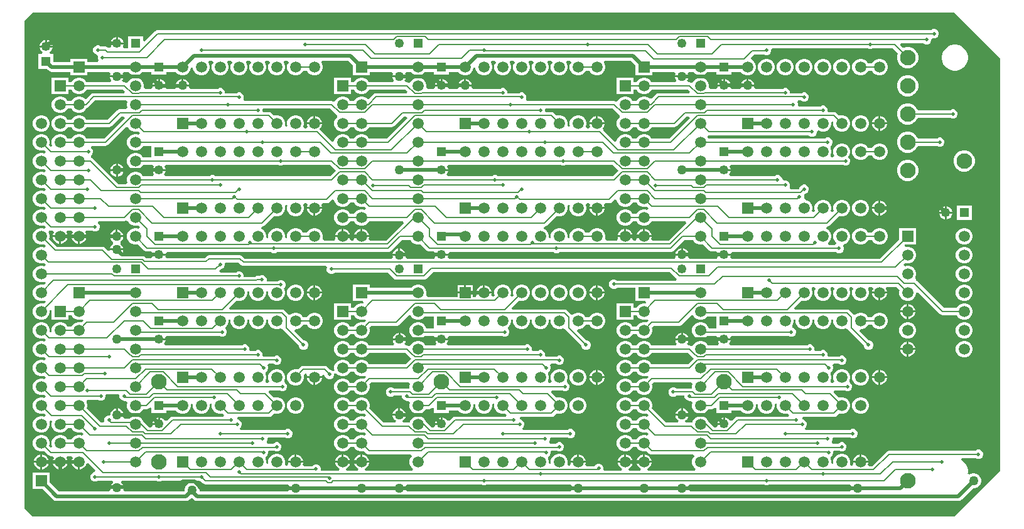
<source format=gbl>
G04*
G04 #@! TF.GenerationSoftware,Altium Limited,Altium Designer,21.9.1 (22)*
G04*
G04 Layer_Physical_Order=2*
G04 Layer_Color=16711680*
%FSLAX25Y25*%
%MOIN*%
G70*
G04*
G04 #@! TF.SameCoordinates,A66CDABF-C760-4A28-98A8-0C631F52BB13*
G04*
G04*
G04 #@! TF.FilePolarity,Positive*
G04*
G01*
G75*
%ADD15C,0.00800*%
%ADD26C,0.02000*%
%ADD27R,0.04921X0.04921*%
%ADD28C,0.04921*%
%ADD29C,0.05906*%
%ADD30C,0.05906*%
%ADD31R,0.05906X0.05906*%
%ADD32R,0.05906X0.05906*%
%ADD33R,0.05906X0.05906*%
%ADD34R,0.04921X0.04921*%
%ADD35C,0.08268*%
%ADD36C,0.05000*%
%ADD37C,0.02000*%
G36*
X618981Y344578D02*
Y125422D01*
X594578Y101020D01*
X105422D01*
X101020Y105422D01*
Y364578D01*
X105422Y368981D01*
X594578D01*
X618981Y344578D01*
D02*
G37*
%LPC*%
G36*
X584497Y360261D02*
X583503D01*
X582584Y359880D01*
X582402Y359698D01*
X171879D01*
X171138Y359550D01*
X170509Y359131D01*
X164884Y353506D01*
X163961Y353889D01*
Y356461D01*
X156039D01*
Y349937D01*
X153829D01*
X153251Y350937D01*
X153382Y351164D01*
X153606Y352000D01*
X150157D01*
X146709D01*
X146933Y351164D01*
X146948Y351137D01*
X146459Y350237D01*
X145583Y350156D01*
X145370Y350370D01*
X144741Y350790D01*
X144000Y350937D01*
X141598D01*
X141416Y351119D01*
X140497Y351500D01*
X139503D01*
X138584Y351119D01*
X137881Y350416D01*
X137500Y349497D01*
Y348503D01*
X137881Y347584D01*
X138584Y346881D01*
X139503Y346500D01*
X140001Y345500D01*
X140000Y345497D01*
Y344503D01*
X140381Y343584D01*
X140416Y343549D01*
X140001Y342549D01*
X134453D01*
Y344453D01*
X125547D01*
Y342549D01*
X116619D01*
X116461Y342707D01*
Y347024D01*
X114643D01*
X114375Y348024D01*
X114625Y348168D01*
X115269Y348812D01*
X115725Y349601D01*
X115949Y350437D01*
X112500D01*
X109051D01*
X109275Y349601D01*
X109731Y348812D01*
X110375Y348168D01*
X110625Y348024D01*
X110357Y347024D01*
X108539D01*
Y339102D01*
X112856D01*
X113761Y338198D01*
X114588Y337645D01*
X115563Y337451D01*
X125547D01*
Y335547D01*
X134453D01*
Y337451D01*
X146219D01*
X146796Y336451D01*
X146739Y336351D01*
X146511Y335500D01*
X153489D01*
X153261Y336351D01*
X153204Y336451D01*
X153781Y337451D01*
X156330D01*
X156437Y337266D01*
X157266Y336437D01*
X158281Y335851D01*
X159414Y335547D01*
X160586D01*
X161719Y335851D01*
X162734Y336437D01*
X163563Y337266D01*
X163670Y337451D01*
X168539D01*
Y336039D01*
X176461D01*
Y337451D01*
X181330D01*
X181437Y337266D01*
X182266Y336437D01*
X183281Y335851D01*
X184414Y335547D01*
X185586D01*
X186719Y335851D01*
X187734Y336437D01*
X188563Y337266D01*
X189149Y338281D01*
X189453Y339414D01*
Y340001D01*
X189547Y340065D01*
X190547Y339538D01*
Y339414D01*
X190851Y338281D01*
X191437Y337266D01*
X192266Y336437D01*
X193281Y335851D01*
X194414Y335547D01*
X195586D01*
X196719Y335851D01*
X197734Y336437D01*
X198563Y337266D01*
X199149Y338281D01*
X199453Y339414D01*
Y340586D01*
X199149Y341719D01*
X198726Y342451D01*
X199146Y343451D01*
X200854D01*
X201273Y342451D01*
X200851Y341719D01*
X200547Y340586D01*
Y339414D01*
X200851Y338281D01*
X201437Y337266D01*
X202266Y336437D01*
X203281Y335851D01*
X204414Y335547D01*
X205586D01*
X206719Y335851D01*
X207734Y336437D01*
X208563Y337266D01*
X209149Y338281D01*
X209453Y339414D01*
Y340586D01*
X209149Y341719D01*
X208727Y342451D01*
X209146Y343451D01*
X210854D01*
X211274Y342451D01*
X210851Y341719D01*
X210547Y340586D01*
Y339414D01*
X210851Y338281D01*
X211437Y337266D01*
X212266Y336437D01*
X213281Y335851D01*
X214414Y335547D01*
X215586D01*
X216719Y335851D01*
X217734Y336437D01*
X218563Y337266D01*
X219149Y338281D01*
X219453Y339414D01*
Y340586D01*
X219149Y341719D01*
X218726Y342451D01*
X219146Y343451D01*
X220854D01*
X221273Y342451D01*
X220851Y341719D01*
X220547Y340586D01*
Y339414D01*
X220851Y338281D01*
X221437Y337266D01*
X222266Y336437D01*
X223281Y335851D01*
X224414Y335547D01*
X225586D01*
X226719Y335851D01*
X227734Y336437D01*
X228563Y337266D01*
X229149Y338281D01*
X229453Y339414D01*
Y340586D01*
X229149Y341719D01*
X228727Y342451D01*
X229146Y343451D01*
X230854D01*
X231274Y342451D01*
X230851Y341719D01*
X230547Y340586D01*
Y339414D01*
X230851Y338281D01*
X231437Y337266D01*
X232266Y336437D01*
X233281Y335851D01*
X234414Y335547D01*
X235586D01*
X236719Y335851D01*
X237734Y336437D01*
X238563Y337266D01*
X239149Y338281D01*
X239453Y339414D01*
Y340586D01*
X239149Y341719D01*
X238726Y342451D01*
X239146Y343451D01*
X240854D01*
X241273Y342451D01*
X240851Y341719D01*
X240547Y340586D01*
Y339414D01*
X240851Y338281D01*
X241437Y337266D01*
X242266Y336437D01*
X243281Y335851D01*
X244414Y335547D01*
X245586D01*
X246719Y335851D01*
X247734Y336437D01*
X248563Y337266D01*
X249023Y338063D01*
X250977D01*
X251437Y337266D01*
X252266Y336437D01*
X253281Y335851D01*
X254414Y335547D01*
X255586D01*
X256719Y335851D01*
X257734Y336437D01*
X258563Y337266D01*
X259149Y338281D01*
X259453Y339414D01*
Y340586D01*
X259149Y341719D01*
X258727Y342451D01*
X259146Y343451D01*
X272944D01*
X275547Y340848D01*
Y335547D01*
X284453D01*
Y337451D01*
X296219D01*
X296796Y336451D01*
X296739Y336351D01*
X296511Y335500D01*
X303489D01*
X303261Y336351D01*
X303204Y336451D01*
X303781Y337451D01*
X306330D01*
X306437Y337266D01*
X307266Y336437D01*
X308281Y335851D01*
X309414Y335547D01*
X310586D01*
X311719Y335851D01*
X312734Y336437D01*
X313563Y337266D01*
X313670Y337451D01*
X318539D01*
Y336039D01*
X326461D01*
Y337451D01*
X331330D01*
X331437Y337266D01*
X332266Y336437D01*
X333281Y335851D01*
X334414Y335547D01*
X335586D01*
X336719Y335851D01*
X337734Y336437D01*
X338563Y337266D01*
X339149Y338281D01*
X339453Y339414D01*
Y340001D01*
X339547Y340065D01*
X340547Y339538D01*
Y339414D01*
X340851Y338281D01*
X341437Y337266D01*
X342266Y336437D01*
X343281Y335851D01*
X344414Y335547D01*
X345586D01*
X346719Y335851D01*
X347734Y336437D01*
X348563Y337266D01*
X349149Y338281D01*
X349453Y339414D01*
Y340586D01*
X349149Y341719D01*
X348727Y342451D01*
X349146Y343451D01*
X350854D01*
X351273Y342451D01*
X350851Y341719D01*
X350547Y340586D01*
Y339414D01*
X350851Y338281D01*
X351437Y337266D01*
X352266Y336437D01*
X353281Y335851D01*
X354414Y335547D01*
X355586D01*
X356719Y335851D01*
X357734Y336437D01*
X358563Y337266D01*
X359149Y338281D01*
X359453Y339414D01*
Y340586D01*
X359149Y341719D01*
X358727Y342451D01*
X359146Y343451D01*
X360854D01*
X361274Y342451D01*
X360851Y341719D01*
X360547Y340586D01*
Y339414D01*
X360851Y338281D01*
X361437Y337266D01*
X362266Y336437D01*
X363281Y335851D01*
X364414Y335547D01*
X365586D01*
X366719Y335851D01*
X367734Y336437D01*
X368563Y337266D01*
X369149Y338281D01*
X369453Y339414D01*
Y340586D01*
X369149Y341719D01*
X368726Y342451D01*
X369146Y343451D01*
X370854D01*
X371273Y342451D01*
X370851Y341719D01*
X370547Y340586D01*
Y339414D01*
X370851Y338281D01*
X371437Y337266D01*
X372266Y336437D01*
X373281Y335851D01*
X374414Y335547D01*
X375586D01*
X376719Y335851D01*
X377734Y336437D01*
X378563Y337266D01*
X379149Y338281D01*
X379453Y339414D01*
Y340586D01*
X379149Y341719D01*
X378727Y342451D01*
X379146Y343451D01*
X380854D01*
X381274Y342451D01*
X380851Y341719D01*
X380547Y340586D01*
Y339414D01*
X380851Y338281D01*
X381437Y337266D01*
X382266Y336437D01*
X383281Y335851D01*
X384414Y335547D01*
X385586D01*
X386719Y335851D01*
X387734Y336437D01*
X388563Y337266D01*
X389149Y338281D01*
X389453Y339414D01*
Y340586D01*
X389149Y341719D01*
X388726Y342451D01*
X389146Y343451D01*
X390854D01*
X391273Y342451D01*
X390851Y341719D01*
X390547Y340586D01*
Y339414D01*
X390851Y338281D01*
X391437Y337266D01*
X392266Y336437D01*
X393281Y335851D01*
X394414Y335547D01*
X395586D01*
X396719Y335851D01*
X397734Y336437D01*
X398563Y337266D01*
X399023Y338063D01*
X400977D01*
X401437Y337266D01*
X402266Y336437D01*
X403281Y335851D01*
X404414Y335547D01*
X405586D01*
X406719Y335851D01*
X407734Y336437D01*
X408563Y337266D01*
X409149Y338281D01*
X409453Y339414D01*
Y340586D01*
X409149Y341719D01*
X408727Y342451D01*
X409146Y343451D01*
X422944D01*
X425547Y340848D01*
Y335547D01*
X434453D01*
Y337451D01*
X446219D01*
X446796Y336451D01*
X446738Y336351D01*
X446511Y335500D01*
X453489D01*
X453262Y336351D01*
X453204Y336451D01*
X453781Y337451D01*
X456330D01*
X456437Y337266D01*
X457266Y336437D01*
X458281Y335851D01*
X459414Y335547D01*
X460586D01*
X461719Y335851D01*
X462734Y336437D01*
X463563Y337266D01*
X463670Y337451D01*
X468539D01*
Y336039D01*
X476461D01*
Y337451D01*
X481330D01*
X481437Y337266D01*
X482266Y336437D01*
X483281Y335851D01*
X484414Y335547D01*
X485586D01*
X486719Y335851D01*
X487734Y336437D01*
X488563Y337266D01*
X489149Y338281D01*
X489453Y339414D01*
Y340586D01*
X489149Y341719D01*
X488563Y342734D01*
X487734Y343563D01*
X486976Y344001D01*
X486651Y345090D01*
X488302Y346742D01*
X493562D01*
X493584Y346720D01*
X494503Y346339D01*
X495497D01*
X496416Y346720D01*
X497119Y347423D01*
X497500Y348342D01*
Y349337D01*
X497985Y350063D01*
X548402D01*
X548584Y349881D01*
X549503Y349500D01*
X550497D01*
X551416Y349881D01*
X551598Y350063D01*
X562198D01*
X564873Y347387D01*
X564750Y347175D01*
X564366Y345742D01*
Y344258D01*
X564750Y342825D01*
X565492Y341541D01*
X566541Y340492D01*
X567825Y339750D01*
X569258Y339366D01*
X570742D01*
X572175Y339750D01*
X573459Y340492D01*
X574508Y341541D01*
X575250Y342825D01*
X575634Y344258D01*
Y345742D01*
X575250Y347175D01*
X574508Y348459D01*
X573459Y349508D01*
X572175Y350250D01*
X570742Y350634D01*
X569258D01*
X567825Y350250D01*
X567613Y350127D01*
X566101Y351639D01*
X566483Y352563D01*
X578402D01*
X578584Y352381D01*
X579503Y352000D01*
X580497D01*
X581416Y352381D01*
X582119Y353084D01*
X582500Y354003D01*
Y354594D01*
X583287Y355250D01*
X583424Y355293D01*
X583503Y355261D01*
X584497D01*
X585416Y355641D01*
X586119Y356345D01*
X586500Y357263D01*
Y358258D01*
X586119Y359177D01*
X585416Y359880D01*
X584497Y360261D01*
D02*
G37*
G36*
X150657Y355949D02*
Y353000D01*
X153606D01*
X153382Y353836D01*
X152927Y354625D01*
X152282Y355269D01*
X151493Y355725D01*
X150657Y355949D01*
D02*
G37*
G36*
X149657D02*
X148822Y355725D01*
X148032Y355269D01*
X147388Y354625D01*
X146933Y353836D01*
X146709Y353000D01*
X149657D01*
Y355949D01*
D02*
G37*
G36*
X113000Y354386D02*
Y351437D01*
X115949D01*
X115725Y352273D01*
X115269Y353062D01*
X114625Y353706D01*
X113836Y354162D01*
X113000Y354386D01*
D02*
G37*
G36*
X112000D02*
X111164Y354162D01*
X110375Y353706D01*
X109731Y353062D01*
X109275Y352273D01*
X109051Y351437D01*
X112000D01*
Y354386D01*
D02*
G37*
G36*
X555586Y344453D02*
X554414D01*
X553281Y344149D01*
X552266Y343563D01*
X551437Y342734D01*
X550977Y341937D01*
X549023D01*
X548563Y342734D01*
X547734Y343563D01*
X546719Y344149D01*
X545586Y344453D01*
X544414D01*
X543281Y344149D01*
X542266Y343563D01*
X541437Y342734D01*
X540851Y341719D01*
X540547Y340586D01*
Y339414D01*
X540851Y338281D01*
X541437Y337266D01*
X542266Y336437D01*
X543281Y335851D01*
X544414Y335547D01*
X545586D01*
X546719Y335851D01*
X547734Y336437D01*
X548563Y337266D01*
X549023Y338063D01*
X550977D01*
X551437Y337266D01*
X552266Y336437D01*
X553281Y335851D01*
X554414Y335547D01*
X555586D01*
X556719Y335851D01*
X557734Y336437D01*
X558563Y337266D01*
X559149Y338281D01*
X559453Y339414D01*
Y340586D01*
X559149Y341719D01*
X558563Y342734D01*
X557734Y343563D01*
X556719Y344149D01*
X555586Y344453D01*
D02*
G37*
G36*
X595684Y351950D02*
X594315D01*
X592973Y351683D01*
X591708Y351159D01*
X590570Y350398D01*
X589602Y349430D01*
X588841Y348292D01*
X588317Y347027D01*
X588050Y345685D01*
Y344316D01*
X588317Y342973D01*
X588841Y341708D01*
X589602Y340570D01*
X590570Y339602D01*
X591708Y338841D01*
X592973Y338317D01*
X594315Y338050D01*
X595684D01*
X597027Y338317D01*
X598292Y338841D01*
X599430Y339602D01*
X600398Y340570D01*
X601159Y341708D01*
X601683Y342973D01*
X601950Y344316D01*
Y345685D01*
X601683Y347027D01*
X601159Y348292D01*
X600398Y349430D01*
X599430Y350398D01*
X598292Y351159D01*
X597027Y351683D01*
X595684Y351950D01*
D02*
G37*
G36*
X535586Y344453D02*
X534414D01*
X533281Y344149D01*
X532266Y343563D01*
X531437Y342734D01*
X530851Y341719D01*
X530547Y340586D01*
Y339414D01*
X530851Y338281D01*
X531437Y337266D01*
X532266Y336437D01*
X533281Y335851D01*
X534414Y335547D01*
X535586D01*
X536719Y335851D01*
X537734Y336437D01*
X538563Y337266D01*
X539149Y338281D01*
X539453Y339414D01*
Y340586D01*
X539149Y341719D01*
X538563Y342734D01*
X537734Y343563D01*
X536719Y344149D01*
X535586Y344453D01*
D02*
G37*
G36*
X525586D02*
X524414D01*
X523281Y344149D01*
X522266Y343563D01*
X521437Y342734D01*
X520851Y341719D01*
X520547Y340586D01*
Y339414D01*
X520851Y338281D01*
X521437Y337266D01*
X522266Y336437D01*
X523281Y335851D01*
X524414Y335547D01*
X525586D01*
X526719Y335851D01*
X527734Y336437D01*
X528563Y337266D01*
X529149Y338281D01*
X529453Y339414D01*
Y340586D01*
X529149Y341719D01*
X528563Y342734D01*
X527734Y343563D01*
X526719Y344149D01*
X525586Y344453D01*
D02*
G37*
G36*
X515586D02*
X514414D01*
X513281Y344149D01*
X512266Y343563D01*
X511437Y342734D01*
X510851Y341719D01*
X510547Y340586D01*
Y339414D01*
X510851Y338281D01*
X511437Y337266D01*
X512266Y336437D01*
X513281Y335851D01*
X514414Y335547D01*
X515586D01*
X516719Y335851D01*
X517734Y336437D01*
X518563Y337266D01*
X519149Y338281D01*
X519453Y339414D01*
Y340586D01*
X519149Y341719D01*
X518563Y342734D01*
X517734Y343563D01*
X516719Y344149D01*
X515586Y344453D01*
D02*
G37*
G36*
X505586D02*
X504414D01*
X503281Y344149D01*
X502266Y343563D01*
X501437Y342734D01*
X500851Y341719D01*
X500547Y340586D01*
Y339414D01*
X500851Y338281D01*
X501437Y337266D01*
X502266Y336437D01*
X503281Y335851D01*
X504414Y335547D01*
X505586D01*
X506719Y335851D01*
X507734Y336437D01*
X508563Y337266D01*
X509149Y338281D01*
X509453Y339414D01*
Y340586D01*
X509149Y341719D01*
X508563Y342734D01*
X507734Y343563D01*
X506719Y344149D01*
X505586Y344453D01*
D02*
G37*
G36*
X495586D02*
X494414D01*
X493281Y344149D01*
X492266Y343563D01*
X491437Y342734D01*
X490851Y341719D01*
X490547Y340586D01*
Y339414D01*
X490851Y338281D01*
X491437Y337266D01*
X492266Y336437D01*
X493281Y335851D01*
X494414Y335547D01*
X495586D01*
X496719Y335851D01*
X497734Y336437D01*
X498563Y337266D01*
X499149Y338281D01*
X499453Y339414D01*
Y340586D01*
X499149Y341719D01*
X498563Y342734D01*
X497734Y343563D01*
X496719Y344149D01*
X495586Y344453D01*
D02*
G37*
G36*
X453489Y334500D02*
X446511D01*
X446738Y333649D01*
X447150Y332937D01*
X447050Y332579D01*
X446699Y331937D01*
X434023D01*
X433563Y332734D01*
X432734Y333563D01*
X431719Y334149D01*
X430586Y334453D01*
X429414D01*
X428281Y334149D01*
X427266Y333563D01*
X426437Y332734D01*
X425977Y331937D01*
X424453D01*
Y334453D01*
X415547D01*
Y325547D01*
X424453D01*
Y328063D01*
X425977D01*
X426437Y327266D01*
X427266Y326437D01*
X428281Y325851D01*
X429414Y325547D01*
X430586D01*
X431719Y325851D01*
X432734Y326437D01*
X433563Y327266D01*
X434023Y328063D01*
X453325D01*
X454374Y327014D01*
X453991Y326090D01*
X437763D01*
X437021Y325942D01*
X436393Y325523D01*
X434282Y323412D01*
X432877Y323420D01*
X432734Y323563D01*
X431719Y324149D01*
X430586Y324453D01*
X429414D01*
X428281Y324149D01*
X427266Y323563D01*
X426437Y322734D01*
X425977Y321937D01*
X424023D01*
X423563Y322734D01*
X422734Y323563D01*
X421719Y324149D01*
X420586Y324453D01*
X419414D01*
X418281Y324149D01*
X417266Y323563D01*
X416437Y322734D01*
X416094Y322140D01*
X415005Y321780D01*
X414868Y321790D01*
X414127Y321937D01*
X367779D01*
X367266Y322937D01*
X367500Y323503D01*
Y324497D01*
X367119Y325416D01*
X366416Y326119D01*
X365497Y326500D01*
X364503D01*
X363584Y326119D01*
X363554Y326090D01*
X357500D01*
Y326850D01*
X357119Y327769D01*
X356416Y328472D01*
X355497Y328853D01*
X354503D01*
X353584Y328472D01*
X353506Y328395D01*
X339110D01*
X338419Y329395D01*
X338490Y329657D01*
X331510D01*
X331581Y329395D01*
X330890Y328395D01*
X326562D01*
X325878Y329395D01*
X325949Y329657D01*
X322500D01*
X319051D01*
X319122Y329395D01*
X318438Y328395D01*
X315001D01*
X314392Y329188D01*
X314453Y329414D01*
Y330586D01*
X314149Y331719D01*
X313563Y332734D01*
X312734Y333563D01*
X311719Y334149D01*
X310586Y334453D01*
X309414D01*
X308281Y334149D01*
X307266Y333563D01*
X306437Y332734D01*
X306094Y332140D01*
X305005Y331780D01*
X304868Y331790D01*
X304127Y331937D01*
X303301D01*
X302950Y332579D01*
X302851Y332937D01*
X303261Y333649D01*
X303489Y334500D01*
X296511D01*
X296739Y333649D01*
X297149Y332937D01*
X297050Y332579D01*
X296699Y331937D01*
X284023D01*
X283563Y332734D01*
X282734Y333563D01*
X281719Y334149D01*
X280586Y334453D01*
X279414D01*
X278281Y334149D01*
X277266Y333563D01*
X276437Y332734D01*
X275977Y331937D01*
X274453D01*
Y334453D01*
X265547D01*
Y325547D01*
X274453D01*
Y328063D01*
X275977D01*
X276437Y327266D01*
X277266Y326437D01*
X278281Y325851D01*
X279414Y325547D01*
X280586D01*
X281719Y325851D01*
X282734Y326437D01*
X283563Y327266D01*
X284023Y328063D01*
X303325D01*
X304374Y327014D01*
X303991Y326090D01*
X287763D01*
X287021Y325942D01*
X286393Y325523D01*
X283600Y322729D01*
X283563Y322734D01*
X282734Y323563D01*
X281719Y324149D01*
X280586Y324453D01*
X279414D01*
X278281Y324149D01*
X277266Y323563D01*
X276437Y322734D01*
X275977Y321937D01*
X274023D01*
X273563Y322734D01*
X272734Y323563D01*
X271719Y324149D01*
X270586Y324453D01*
X269414D01*
X268281Y324149D01*
X267266Y323563D01*
X266437Y322734D01*
X266094Y322140D01*
X265005Y321780D01*
X264868Y321790D01*
X264127Y321937D01*
X217779D01*
X217266Y322937D01*
X217500Y323503D01*
Y324497D01*
X217119Y325416D01*
X216416Y326119D01*
X215497Y326500D01*
X214503D01*
X213584Y326119D01*
X213554Y326090D01*
X207500D01*
Y326850D01*
X207119Y327769D01*
X206416Y328472D01*
X205497Y328853D01*
X204503D01*
X203584Y328472D01*
X203506Y328395D01*
X189110D01*
X188419Y329395D01*
X188489Y329657D01*
X181510D01*
X181581Y329395D01*
X180890Y328395D01*
X176562D01*
X175878Y329395D01*
X175949Y329657D01*
X172500D01*
X169051D01*
X169122Y329395D01*
X168438Y328395D01*
X165001D01*
X164392Y329188D01*
X164453Y329414D01*
Y330586D01*
X164149Y331719D01*
X163563Y332734D01*
X162734Y333563D01*
X161719Y334149D01*
X160586Y334453D01*
X159414D01*
X158281Y334149D01*
X157266Y333563D01*
X156437Y332734D01*
X156094Y332140D01*
X155005Y331780D01*
X154868Y331790D01*
X154127Y331937D01*
X153301D01*
X152950Y332579D01*
X152850Y332937D01*
X153261Y333649D01*
X153489Y334500D01*
X146511D01*
X146739Y333649D01*
X147150Y332937D01*
X147050Y332579D01*
X146699Y331937D01*
X134023D01*
X133563Y332734D01*
X132734Y333563D01*
X131719Y334149D01*
X130586Y334453D01*
X129414D01*
X128281Y334149D01*
X127266Y333563D01*
X126437Y332734D01*
X125977Y331937D01*
X124453D01*
Y334453D01*
X115547D01*
Y325547D01*
X124453D01*
Y328063D01*
X125977D01*
X126437Y327266D01*
X127266Y326437D01*
X128281Y325851D01*
X129414Y325547D01*
X130586D01*
X131719Y325851D01*
X132734Y326437D01*
X133563Y327266D01*
X134023Y328063D01*
X153325D01*
X154374Y327014D01*
X153991Y326090D01*
X137763D01*
X137022Y325942D01*
X136393Y325523D01*
X133600Y322729D01*
X133563Y322734D01*
X132734Y323563D01*
X131719Y324149D01*
X130586Y324453D01*
X129414D01*
X128281Y324149D01*
X127266Y323563D01*
X126437Y322734D01*
X125977Y321937D01*
X124023D01*
X123563Y322734D01*
X122734Y323563D01*
X121719Y324149D01*
X120586Y324453D01*
X119414D01*
X118281Y324149D01*
X117266Y323563D01*
X116437Y322734D01*
X115851Y321719D01*
X115547Y320586D01*
Y319414D01*
X115851Y318281D01*
X116437Y317266D01*
X117266Y316437D01*
X118281Y315851D01*
X119414Y315547D01*
X120586D01*
X121719Y315851D01*
X122734Y316437D01*
X123563Y317266D01*
X124023Y318063D01*
X125977D01*
X126437Y317266D01*
X127266Y316437D01*
X128281Y315851D01*
X129414Y315547D01*
X130586D01*
X131719Y315851D01*
X132734Y316437D01*
X133563Y317266D01*
X134077Y318156D01*
X134352Y318210D01*
X134980Y318630D01*
X138565Y322216D01*
X155067D01*
X155716Y321216D01*
X155547Y320586D01*
Y319414D01*
X155741Y318690D01*
X155140Y317690D01*
X151753D01*
X151011Y317543D01*
X150383Y317123D01*
X145198Y311937D01*
X134023D01*
X133563Y312734D01*
X132734Y313563D01*
X131719Y314149D01*
X130586Y314453D01*
X129414D01*
X128281Y314149D01*
X127266Y313563D01*
X126437Y312734D01*
X125977Y311937D01*
X124023D01*
X123563Y312734D01*
X122734Y313563D01*
X121719Y314149D01*
X120586Y314453D01*
X119414D01*
X118281Y314149D01*
X117266Y313563D01*
X116437Y312734D01*
X115851Y311719D01*
X115547Y310586D01*
Y309414D01*
X115851Y308281D01*
X116437Y307266D01*
X117266Y306437D01*
X118281Y305851D01*
X119414Y305547D01*
X120586D01*
X121719Y305851D01*
X122734Y306437D01*
X123563Y307266D01*
X124023Y308063D01*
X125977D01*
X126437Y307266D01*
X127266Y306437D01*
X128281Y305851D01*
X129414Y305547D01*
X130586D01*
X131719Y305851D01*
X132734Y306437D01*
X133563Y307266D01*
X134023Y308063D01*
X146000D01*
X146741Y308210D01*
X147370Y308630D01*
X152555Y313815D01*
X153896D01*
X154279Y312892D01*
X143325Y301937D01*
X134023D01*
X133563Y302734D01*
X132734Y303563D01*
X131719Y304149D01*
X130586Y304453D01*
X129414D01*
X128281Y304149D01*
X127266Y303563D01*
X126437Y302734D01*
X125977Y301937D01*
X124023D01*
X123563Y302734D01*
X122734Y303563D01*
X121719Y304149D01*
X120586Y304453D01*
X119414D01*
X118281Y304149D01*
X117266Y303563D01*
X116437Y302734D01*
X115851Y301719D01*
X115547Y300586D01*
Y299414D01*
X115851Y298281D01*
X115021Y297719D01*
X114215Y298525D01*
X114453Y299414D01*
Y300586D01*
X114149Y301719D01*
X113563Y302734D01*
X112734Y303563D01*
X111719Y304149D01*
X110586Y304453D01*
X109414D01*
X108281Y304149D01*
X107266Y303563D01*
X106437Y302734D01*
X105851Y301719D01*
X105547Y300586D01*
Y299414D01*
X105851Y298281D01*
X106437Y297266D01*
X107266Y296437D01*
X108281Y295851D01*
X109414Y295547D01*
X110586D01*
X111475Y295785D01*
X112281Y294979D01*
X111719Y294149D01*
X110586Y294453D01*
X109414D01*
X108281Y294149D01*
X107266Y293563D01*
X106437Y292734D01*
X105851Y291719D01*
X105547Y290586D01*
Y289414D01*
X105851Y288281D01*
X106437Y287266D01*
X107266Y286437D01*
X108281Y285851D01*
X109414Y285547D01*
X110586D01*
X111475Y285785D01*
X112281Y284979D01*
X111719Y284149D01*
X110586Y284453D01*
X109414D01*
X108281Y284149D01*
X107266Y283563D01*
X106437Y282734D01*
X105851Y281719D01*
X105547Y280586D01*
Y279414D01*
X105851Y278281D01*
X106437Y277266D01*
X107266Y276437D01*
X108281Y275851D01*
X109414Y275547D01*
X110586D01*
X111475Y275785D01*
X112281Y274979D01*
X111719Y274149D01*
X110586Y274453D01*
X109414D01*
X108281Y274149D01*
X107266Y273563D01*
X106437Y272734D01*
X105851Y271719D01*
X105547Y270586D01*
Y269414D01*
X105851Y268281D01*
X106437Y267266D01*
X107266Y266437D01*
X108281Y265851D01*
X109414Y265547D01*
X110586D01*
X111475Y265785D01*
X112281Y264979D01*
X111719Y264149D01*
X110586Y264453D01*
X109414D01*
X108281Y264149D01*
X107266Y263563D01*
X106437Y262734D01*
X105851Y261719D01*
X105547Y260586D01*
Y259414D01*
X105851Y258281D01*
X106437Y257266D01*
X107266Y256437D01*
X108281Y255851D01*
X109414Y255547D01*
X110586D01*
X111475Y255785D01*
X112281Y254979D01*
X111719Y254149D01*
X110586Y254453D01*
X109414D01*
X108281Y254149D01*
X107266Y253563D01*
X106437Y252734D01*
X105851Y251719D01*
X105547Y250586D01*
Y249414D01*
X105851Y248281D01*
X106437Y247266D01*
X107266Y246437D01*
X108281Y245851D01*
X109414Y245547D01*
X110586D01*
X111475Y245785D01*
X112281Y244979D01*
X111719Y244149D01*
X110586Y244453D01*
X109414D01*
X108281Y244149D01*
X107266Y243563D01*
X106437Y242734D01*
X105851Y241719D01*
X105547Y240586D01*
Y239414D01*
X105851Y238281D01*
X106437Y237266D01*
X107266Y236437D01*
X108281Y235851D01*
X109414Y235547D01*
X110586D01*
X111475Y235785D01*
X112281Y234979D01*
X111719Y234149D01*
X110586Y234453D01*
X109414D01*
X108281Y234149D01*
X107266Y233563D01*
X106437Y232734D01*
X105851Y231719D01*
X105547Y230586D01*
Y229414D01*
X105851Y228281D01*
X106437Y227266D01*
X107266Y226437D01*
X108281Y225851D01*
X109414Y225547D01*
X110586D01*
X111719Y225851D01*
X112281Y225021D01*
X111475Y224215D01*
X110586Y224453D01*
X109414D01*
X108281Y224149D01*
X107266Y223563D01*
X106437Y222734D01*
X105851Y221719D01*
X105547Y220586D01*
Y219414D01*
X105851Y218281D01*
X106437Y217266D01*
X107266Y216437D01*
X108281Y215851D01*
X109414Y215547D01*
X110586D01*
X111719Y215851D01*
X112281Y215021D01*
X111475Y214215D01*
X110586Y214453D01*
X109414D01*
X108281Y214149D01*
X107266Y213563D01*
X106437Y212734D01*
X105851Y211719D01*
X105547Y210586D01*
Y209414D01*
X105851Y208281D01*
X106437Y207266D01*
X107266Y206437D01*
X108281Y205851D01*
X109414Y205547D01*
X110586D01*
X111719Y205851D01*
X112734Y206437D01*
X113563Y207266D01*
X114149Y208281D01*
X114453Y209414D01*
Y210586D01*
X114367Y210908D01*
X114547Y211066D01*
X115547Y210613D01*
Y205547D01*
X124453D01*
Y208063D01*
X125977D01*
X126437Y207266D01*
X127266Y206437D01*
X128281Y205851D01*
X129414Y205547D01*
X130586D01*
X131719Y205851D01*
X132281Y205021D01*
X131475Y204215D01*
X130586Y204453D01*
X129414D01*
X128281Y204149D01*
X127266Y203563D01*
X126437Y202734D01*
X125977Y201937D01*
X124023D01*
X123563Y202734D01*
X122734Y203563D01*
X121719Y204149D01*
X120586Y204453D01*
X119414D01*
X118281Y204149D01*
X117266Y203563D01*
X116437Y202734D01*
X115851Y201719D01*
X115547Y200586D01*
Y199414D01*
X115026Y198788D01*
X114460Y199406D01*
X114453Y199461D01*
Y200586D01*
X114149Y201719D01*
X113563Y202734D01*
X112734Y203563D01*
X111719Y204149D01*
X110586Y204453D01*
X109414D01*
X108281Y204149D01*
X107266Y203563D01*
X106437Y202734D01*
X105851Y201719D01*
X105547Y200586D01*
Y199414D01*
X105851Y198281D01*
X106437Y197266D01*
X107266Y196437D01*
X108281Y195851D01*
X109414Y195547D01*
X110586D01*
X111475Y195785D01*
X112281Y194979D01*
X111719Y194149D01*
X110586Y194453D01*
X109414D01*
X108281Y194149D01*
X107266Y193563D01*
X106437Y192734D01*
X105851Y191719D01*
X105547Y190586D01*
Y189414D01*
X105851Y188281D01*
X106437Y187266D01*
X107266Y186437D01*
X108281Y185851D01*
X109414Y185547D01*
X110586D01*
X111475Y185785D01*
X112281Y184979D01*
X111719Y184149D01*
X110586Y184453D01*
X109414D01*
X108281Y184149D01*
X107266Y183563D01*
X106437Y182734D01*
X105851Y181719D01*
X105547Y180586D01*
Y179414D01*
X105851Y178281D01*
X106437Y177266D01*
X107266Y176437D01*
X108281Y175851D01*
X109414Y175547D01*
X110586D01*
X111475Y175785D01*
X112281Y174979D01*
X111719Y174149D01*
X110586Y174453D01*
X109414D01*
X108281Y174149D01*
X107266Y173563D01*
X106437Y172734D01*
X105851Y171719D01*
X105547Y170586D01*
Y169414D01*
X105851Y168281D01*
X106437Y167266D01*
X107266Y166437D01*
X108281Y165851D01*
X109414Y165547D01*
X110586D01*
X111475Y165785D01*
X112281Y164979D01*
X111719Y164149D01*
X110586Y164453D01*
X109414D01*
X108281Y164149D01*
X107266Y163563D01*
X106437Y162734D01*
X105851Y161719D01*
X105547Y160586D01*
Y159414D01*
X105851Y158281D01*
X106437Y157266D01*
X107266Y156437D01*
X108281Y155851D01*
X109414Y155547D01*
X110586D01*
X111475Y155785D01*
X112281Y154979D01*
X111719Y154149D01*
X110586Y154453D01*
X109414D01*
X108281Y154149D01*
X107266Y153563D01*
X106437Y152734D01*
X105851Y151719D01*
X105547Y150586D01*
Y149414D01*
X105851Y148281D01*
X106437Y147266D01*
X107266Y146437D01*
X108281Y145851D01*
X109414Y145547D01*
X110586D01*
X111719Y145851D01*
X112734Y146437D01*
X113563Y147266D01*
X114149Y148281D01*
X114453Y149414D01*
Y150586D01*
X114241Y151377D01*
X114751Y152136D01*
X114974Y152290D01*
X115182Y152264D01*
X115748Y151335D01*
X115547Y150586D01*
Y149414D01*
X115851Y148281D01*
X116437Y147266D01*
X117266Y146437D01*
X118281Y145851D01*
X119414Y145547D01*
X120586D01*
X121719Y145851D01*
X122734Y146437D01*
X123563Y147266D01*
X124023Y148063D01*
X125977D01*
X126437Y147266D01*
X127266Y146437D01*
X128281Y145851D01*
X129414Y145547D01*
X130586D01*
X131475Y145785D01*
X132281Y144979D01*
X131719Y144149D01*
X130586Y144453D01*
X129414D01*
X128281Y144149D01*
X127266Y143563D01*
X126437Y142734D01*
X125977Y141937D01*
X124023D01*
X123563Y142734D01*
X122734Y143563D01*
X121719Y144149D01*
X120586Y144453D01*
X119414D01*
X118281Y144149D01*
X117266Y143563D01*
X116437Y142734D01*
X115851Y141719D01*
X115547Y140586D01*
Y139414D01*
X115851Y138281D01*
X115021Y137719D01*
X114215Y138525D01*
X114453Y139414D01*
Y140586D01*
X114149Y141719D01*
X113563Y142734D01*
X112734Y143563D01*
X111719Y144149D01*
X110586Y144453D01*
X109414D01*
X108281Y144149D01*
X107266Y143563D01*
X106437Y142734D01*
X105851Y141719D01*
X105547Y140586D01*
Y139414D01*
X105851Y138281D01*
X106437Y137266D01*
X107266Y136437D01*
X108281Y135851D01*
X109414Y135547D01*
X110586D01*
X111475Y135785D01*
X113630Y133630D01*
X114259Y133210D01*
X115000Y133063D01*
X116148D01*
X116627Y132063D01*
X116317Y131526D01*
X116047Y130520D01*
Y130500D01*
X120000D01*
X123953D01*
Y130520D01*
X123683Y131526D01*
X123373Y132063D01*
X123852Y133063D01*
X126148D01*
X126627Y132063D01*
X126317Y131526D01*
X126047Y130520D01*
Y130500D01*
X130000D01*
Y130000D01*
X130500D01*
Y126047D01*
X130520D01*
X131526Y126317D01*
X132427Y126837D01*
X133163Y127573D01*
X133683Y128474D01*
X133829Y129017D01*
X134900Y129360D01*
X138760Y125500D01*
X138346Y124500D01*
X138003D01*
X137084Y124119D01*
X136381Y123416D01*
X136000Y122497D01*
Y121503D01*
X136381Y120584D01*
X137084Y119881D01*
X138003Y119500D01*
X138997D01*
X139916Y119881D01*
X140098Y120063D01*
X147675D01*
X147961Y119237D01*
X147970Y119063D01*
X147357Y118449D01*
X146896Y117651D01*
X146668Y116800D01*
X153647D01*
X153419Y117651D01*
X152958Y118449D01*
X152344Y119063D01*
X152354Y119237D01*
X152640Y120063D01*
X170902D01*
X171084Y119881D01*
X172003Y119500D01*
X172997D01*
X173916Y119881D01*
X174098Y120063D01*
X193402D01*
X193584Y119881D01*
X194503Y119500D01*
X194760D01*
X195630Y118630D01*
X196259Y118210D01*
X197000Y118063D01*
X241043D01*
X241634Y117063D01*
X241511Y116600D01*
X245000D01*
Y115600D01*
X241511D01*
X241578Y115349D01*
X240881Y114349D01*
X194030D01*
X193986Y114406D01*
Y115460D01*
X193713Y116477D01*
X193187Y117389D01*
X192442Y118134D01*
X191530Y118660D01*
X190513Y118933D01*
X189459D01*
X188442Y118660D01*
X187530Y118134D01*
X186785Y117389D01*
X186258Y116477D01*
X185986Y115460D01*
Y114538D01*
X185797Y114349D01*
X154123D01*
X153526Y115349D01*
X153647Y115800D01*
X146668D01*
X146789Y115349D01*
X146192Y114349D01*
X119256D01*
X114453Y119152D01*
Y124453D01*
X105547D01*
Y115547D01*
X110848D01*
X116398Y109998D01*
X117225Y109445D01*
X118200Y109251D01*
X186853D01*
X187828Y109445D01*
X188655Y109998D01*
X189591Y110933D01*
X189915D01*
X190850Y109998D01*
X191677Y109445D01*
X192653Y109251D01*
X596800D01*
X597776Y109445D01*
X598602Y109998D01*
X604605Y116000D01*
X605527D01*
X606544Y116273D01*
X607456Y116799D01*
X608201Y117544D01*
X608727Y118456D01*
X609000Y119473D01*
Y120527D01*
X608727Y121544D01*
X608201Y122456D01*
X607456Y123201D01*
X606544Y123727D01*
X605527Y124000D01*
X604473D01*
X603456Y123727D01*
X602774Y123334D01*
X602087Y123691D01*
X601872Y123922D01*
X601950Y124316D01*
Y125684D01*
X601683Y127027D01*
X601159Y128292D01*
X600398Y129430D01*
X599430Y130398D01*
X598436Y131063D01*
X598459Y131533D01*
X598695Y132063D01*
X605902D01*
X606084Y131881D01*
X607003Y131500D01*
X607997D01*
X608916Y131881D01*
X609619Y132584D01*
X610000Y133503D01*
Y134497D01*
X609619Y135416D01*
X608916Y136119D01*
X607997Y136500D01*
X607003D01*
X606084Y136119D01*
X605902Y135937D01*
X560000D01*
X559259Y135790D01*
X558630Y135370D01*
X551045Y127785D01*
X549319D01*
X548767Y128785D01*
X548953Y129480D01*
Y129500D01*
X545000D01*
X541047D01*
Y129480D01*
X541206Y128886D01*
X540640Y128040D01*
X539865Y128024D01*
X539293Y128818D01*
X539453Y129414D01*
Y130586D01*
X539149Y131719D01*
X538563Y132734D01*
X537734Y133563D01*
X536719Y134149D01*
X535586Y134453D01*
X534414D01*
X533281Y134149D01*
X532266Y133563D01*
X531437Y132734D01*
X530851Y131719D01*
X530547Y130586D01*
Y129414D01*
X530000Y128868D01*
X529603Y129264D01*
X529453Y129599D01*
Y130586D01*
X529149Y131719D01*
X529039Y131910D01*
X529360Y132857D01*
X529416Y132881D01*
X530119Y133584D01*
X530500Y134503D01*
Y135497D01*
X530744Y135863D01*
X533627D01*
X534503Y135500D01*
X535497D01*
X536416Y135881D01*
X537119Y136584D01*
X537500Y137503D01*
Y138497D01*
X537119Y139416D01*
X536416Y140119D01*
X535497Y140500D01*
X534503D01*
X533584Y140119D01*
X533202Y139737D01*
X530040D01*
X529626Y140737D01*
X529672Y140784D01*
X530053Y141703D01*
Y142697D01*
X530297Y143063D01*
X539249D01*
X539431Y142881D01*
X540350Y142500D01*
X541344D01*
X542263Y142881D01*
X542967Y143584D01*
X543347Y144503D01*
Y145497D01*
X542967Y146416D01*
X542263Y147119D01*
X541344Y147500D01*
X540350D01*
X539431Y147119D01*
X539249Y146937D01*
X515752D01*
X515495Y147659D01*
X515473Y147937D01*
X516119Y148584D01*
X516500Y149503D01*
Y150497D01*
X516119Y151416D01*
X515416Y152119D01*
X514497Y152500D01*
X514168D01*
X513949Y152910D01*
X514548Y153910D01*
X530847D01*
X531589Y154058D01*
X532217Y154477D01*
X533525Y155785D01*
X534414Y155547D01*
X535586D01*
X536719Y155851D01*
X537734Y156437D01*
X538563Y157266D01*
X539149Y158281D01*
X539453Y159414D01*
Y160586D01*
X539149Y161719D01*
X538563Y162734D01*
X537734Y163563D01*
X536719Y164149D01*
X535586Y164453D01*
X534414D01*
X533525Y164215D01*
X530677Y167063D01*
X531091Y168063D01*
X536402D01*
X536584Y167881D01*
X537503Y167500D01*
X538497D01*
X539416Y167881D01*
X540119Y168584D01*
X540500Y169503D01*
Y170497D01*
X540119Y171416D01*
X539416Y172119D01*
X539360Y172143D01*
X539039Y173090D01*
X539149Y173281D01*
X539453Y174414D01*
Y175586D01*
X539149Y176719D01*
X538563Y177734D01*
X537734Y178563D01*
X536719Y179149D01*
X535586Y179453D01*
X534414D01*
X533281Y179149D01*
X532266Y178563D01*
X531437Y177734D01*
X530851Y176719D01*
X530547Y175586D01*
Y174414D01*
X530851Y173281D01*
X531049Y172937D01*
X530472Y171937D01*
X529528D01*
X528951Y172937D01*
X529149Y173281D01*
X529453Y174414D01*
Y175586D01*
X529149Y176719D01*
X529039Y176910D01*
X529360Y177857D01*
X529416Y177881D01*
X530119Y178584D01*
X530500Y179503D01*
Y180497D01*
X530202Y181216D01*
X530494Y181904D01*
X530734Y182215D01*
X533249D01*
X533584Y181881D01*
X534503Y181500D01*
X535497D01*
X536416Y181881D01*
X537119Y182584D01*
X537500Y183503D01*
Y184497D01*
X537119Y185416D01*
X536416Y186119D01*
X535497Y186500D01*
X534503D01*
X533584Y186119D01*
X533554Y186090D01*
X527776D01*
X527500Y186503D01*
Y187497D01*
X527119Y188416D01*
X526416Y189119D01*
X525497Y189500D01*
X524503D01*
X523584Y189119D01*
X523402Y188937D01*
X520878D01*
X520500Y189503D01*
Y190497D01*
X520119Y191416D01*
X519416Y192119D01*
X518497Y192500D01*
X517503D01*
X516584Y192119D01*
X516402Y191937D01*
X475588D01*
X475174Y192937D01*
X475269Y193033D01*
X475725Y193822D01*
X475949Y194657D01*
X472500D01*
X469051D01*
X469275Y193822D01*
X469731Y193033D01*
X469826Y192937D01*
X469412Y191937D01*
X464023D01*
X463563Y192734D01*
X462734Y193563D01*
X461719Y194149D01*
X460586Y194453D01*
X459414D01*
X458281Y194149D01*
X457266Y193563D01*
X456437Y192734D01*
X456094Y192140D01*
X455005Y191780D01*
X454869Y191790D01*
X454127Y191937D01*
X453301D01*
X452887Y192937D01*
X452958Y193008D01*
X453419Y193806D01*
X453647Y194657D01*
X446668D01*
X446896Y193806D01*
X447357Y193008D01*
X447428Y192937D01*
X447014Y191937D01*
X434023D01*
X433563Y192734D01*
X432734Y193563D01*
X431719Y194149D01*
X430586Y194453D01*
X429414D01*
X428281Y194149D01*
X427266Y193563D01*
X426437Y192734D01*
X425977Y191937D01*
X424023D01*
X423563Y192734D01*
X422734Y193563D01*
X421719Y194149D01*
X420586Y194453D01*
X419414D01*
X418281Y194149D01*
X417266Y193563D01*
X416437Y192734D01*
X415851Y191719D01*
X415547Y190586D01*
Y189414D01*
X415851Y188281D01*
X416437Y187266D01*
X417266Y186437D01*
X418281Y185851D01*
X419414Y185547D01*
X420586D01*
X421719Y185851D01*
X422734Y186437D01*
X423563Y187266D01*
X424023Y188063D01*
X425977D01*
X426437Y187266D01*
X427266Y186437D01*
X428281Y185851D01*
X429414Y185547D01*
X430586D01*
X431719Y185851D01*
X432734Y186437D01*
X433563Y187266D01*
X434023Y188063D01*
X453325D01*
X455194Y186194D01*
X455194Y186194D01*
X455194Y186194D01*
X456388Y185000D01*
X453325Y181937D01*
X434023D01*
X433563Y182734D01*
X432734Y183563D01*
X431719Y184149D01*
X430586Y184453D01*
X429414D01*
X428281Y184149D01*
X427266Y183563D01*
X426437Y182734D01*
X425977Y181937D01*
X424023D01*
X423563Y182734D01*
X422734Y183563D01*
X421719Y184149D01*
X420586Y184453D01*
X419414D01*
X418281Y184149D01*
X417266Y183563D01*
X416437Y182734D01*
X415851Y181719D01*
X415547Y180586D01*
Y179414D01*
X415851Y178281D01*
X416437Y177266D01*
X417266Y176437D01*
X418281Y175851D01*
X419414Y175547D01*
X420586D01*
X421719Y175851D01*
X422734Y176437D01*
X423563Y177266D01*
X424023Y178063D01*
X425977D01*
X426437Y177266D01*
X427266Y176437D01*
X428281Y175851D01*
X429414Y175547D01*
X430586D01*
X431719Y175851D01*
X432281Y175021D01*
X431475Y174215D01*
X430586Y174453D01*
X429414D01*
X428281Y174149D01*
X427266Y173563D01*
X426437Y172734D01*
X425977Y171937D01*
X424023D01*
X423563Y172734D01*
X422734Y173563D01*
X421719Y174149D01*
X420586Y174453D01*
X419414D01*
X418281Y174149D01*
X417266Y173563D01*
X416437Y172734D01*
X415851Y171719D01*
X415547Y170586D01*
Y169414D01*
X415851Y168281D01*
X416437Y167266D01*
X417266Y166437D01*
X418281Y165851D01*
X419414Y165547D01*
X420586D01*
X421719Y165851D01*
X422734Y166437D01*
X423563Y167266D01*
X424023Y168063D01*
X425977D01*
X426437Y167266D01*
X427266Y166437D01*
X428281Y165851D01*
X429414Y165547D01*
X430586D01*
X431719Y165851D01*
X432734Y166437D01*
X433563Y167266D01*
X434149Y168281D01*
X434453Y169414D01*
Y170586D01*
X434215Y171475D01*
X434955Y172215D01*
X455067D01*
X455716Y171215D01*
X455547Y170586D01*
Y169414D01*
X455335Y169137D01*
X447098D01*
X446916Y169319D01*
X445997Y169700D01*
X445003D01*
X444084Y169319D01*
X443381Y168616D01*
X443000Y167697D01*
Y166703D01*
X443381Y165784D01*
X444084Y165081D01*
X445003Y164700D01*
X445997D01*
X446916Y165081D01*
X447098Y165263D01*
X451500D01*
Y164503D01*
X451881Y163584D01*
X452584Y162881D01*
X453503Y162500D01*
X453901D01*
X454106Y162363D01*
X454847Y162215D01*
X455067D01*
X455716Y161215D01*
X455547Y160586D01*
Y159414D01*
X455851Y158281D01*
X456437Y157266D01*
X457266Y156437D01*
X458281Y155851D01*
X459414Y155547D01*
X460586D01*
X461719Y155851D01*
X462734Y156437D01*
X463563Y157266D01*
X464023Y158063D01*
X465882D01*
X466623Y158210D01*
X467251Y158630D01*
X467616Y158994D01*
X468539Y158612D01*
Y156039D01*
X476461D01*
Y157451D01*
X481330D01*
X481437Y157266D01*
X482266Y156437D01*
X483281Y155851D01*
X484414Y155547D01*
X485586D01*
X486719Y155851D01*
X487734Y156437D01*
X488563Y157266D01*
X489149Y158281D01*
X489453Y159414D01*
Y160586D01*
X490000Y161132D01*
X490397Y160736D01*
X490547Y160400D01*
Y159414D01*
X490851Y158281D01*
X491437Y157266D01*
X492266Y156437D01*
X493281Y155851D01*
X494414Y155547D01*
X495586D01*
X496719Y155851D01*
X497734Y156437D01*
X498563Y157266D01*
X499149Y158281D01*
X499453Y159414D01*
Y160586D01*
X499980Y161204D01*
X500531Y160603D01*
X500547Y160520D01*
Y159414D01*
X500851Y158281D01*
X501437Y157266D01*
X502266Y156437D01*
X503281Y155851D01*
X504414Y155547D01*
X505586D01*
X506475Y155785D01*
X507170Y155090D01*
X506756Y154090D01*
X479672D01*
X478931Y153943D01*
X478302Y153523D01*
X476612Y151832D01*
X475408Y152042D01*
X475269Y152282D01*
X474625Y152927D01*
X473836Y153382D01*
X473000Y153606D01*
Y150157D01*
X472500D01*
Y149657D01*
X469051D01*
X469111Y149434D01*
X468408Y148434D01*
X467306D01*
X464370Y151370D01*
X464215Y151473D01*
X464149Y151719D01*
X463563Y152734D01*
X462734Y153563D01*
X461719Y154149D01*
X460586Y154453D01*
X459414D01*
X458281Y154149D01*
X457266Y153563D01*
X456437Y152734D01*
X455851Y151719D01*
X455615Y150840D01*
X455127Y150937D01*
X452120D01*
X451853Y151937D01*
X452307Y152199D01*
X452958Y152851D01*
X453419Y153649D01*
X453647Y154500D01*
X446668D01*
X446896Y153649D01*
X447357Y152851D01*
X448008Y152199D01*
X448462Y151937D01*
X448194Y150937D01*
X441802D01*
X434215Y158525D01*
X434453Y159414D01*
Y160586D01*
X434149Y161719D01*
X433563Y162734D01*
X432734Y163563D01*
X431719Y164149D01*
X430586Y164453D01*
X429414D01*
X428281Y164149D01*
X427266Y163563D01*
X426437Y162734D01*
X425977Y161937D01*
X424023D01*
X423563Y162734D01*
X422734Y163563D01*
X421719Y164149D01*
X420586Y164453D01*
X419414D01*
X418281Y164149D01*
X417266Y163563D01*
X416437Y162734D01*
X415851Y161719D01*
X415547Y160586D01*
Y159414D01*
X415851Y158281D01*
X416437Y157266D01*
X417266Y156437D01*
X418281Y155851D01*
X419414Y155547D01*
X420586D01*
X421719Y155851D01*
X422734Y156437D01*
X423563Y157266D01*
X424023Y158063D01*
X425977D01*
X426437Y157266D01*
X427266Y156437D01*
X428281Y155851D01*
X429414Y155547D01*
X430586D01*
X431475Y155785D01*
X432281Y154979D01*
X431719Y154149D01*
X430586Y154453D01*
X429414D01*
X428281Y154149D01*
X427266Y153563D01*
X426437Y152734D01*
X425977Y151937D01*
X424023D01*
X423563Y152734D01*
X422734Y153563D01*
X421719Y154149D01*
X420586Y154453D01*
X419414D01*
X418281Y154149D01*
X417266Y153563D01*
X416437Y152734D01*
X415851Y151719D01*
X415547Y150586D01*
Y149414D01*
X415851Y148281D01*
X416437Y147266D01*
X417266Y146437D01*
X418281Y145851D01*
X419414Y145547D01*
X420586D01*
X421719Y145851D01*
X422734Y146437D01*
X423563Y147266D01*
X424023Y148063D01*
X425977D01*
X426437Y147266D01*
X427266Y146437D01*
X428281Y145851D01*
X429414Y145547D01*
X430586D01*
X431475Y145785D01*
X432281Y144979D01*
X431719Y144149D01*
X430586Y144453D01*
X429414D01*
X428281Y144149D01*
X427266Y143563D01*
X426437Y142734D01*
X425977Y141937D01*
X424023D01*
X423563Y142734D01*
X422734Y143563D01*
X421719Y144149D01*
X420586Y144453D01*
X419414D01*
X418281Y144149D01*
X417266Y143563D01*
X416437Y142734D01*
X415851Y141719D01*
X415547Y140586D01*
Y139414D01*
X415851Y138281D01*
X416437Y137266D01*
X417266Y136437D01*
X418281Y135851D01*
X419414Y135547D01*
X420586D01*
X421719Y135851D01*
X422734Y136437D01*
X423563Y137266D01*
X424023Y138063D01*
X425977D01*
X426437Y137266D01*
X427266Y136437D01*
X428281Y135851D01*
X429414Y135547D01*
X430586D01*
X431475Y135785D01*
X432783Y134477D01*
X433411Y134057D01*
X434153Y133910D01*
X456199D01*
X456613Y132910D01*
X456437Y132734D01*
X455851Y131719D01*
X455547Y130586D01*
Y129414D01*
X455851Y128281D01*
X456437Y127266D01*
X457266Y126437D01*
Y126436D01*
X456997Y125437D01*
X431924D01*
X431735Y126437D01*
X432427Y126837D01*
X433163Y127573D01*
X433683Y128474D01*
X433953Y129480D01*
Y129500D01*
X426047D01*
Y129480D01*
X426317Y128474D01*
X426837Y127573D01*
X427573Y126837D01*
X428265Y126437D01*
X428076Y125437D01*
X421924D01*
X421735Y126437D01*
X422427Y126837D01*
X423163Y127573D01*
X423683Y128474D01*
X423953Y129480D01*
Y129500D01*
X420000D01*
X416047D01*
Y129480D01*
X416317Y128474D01*
X416837Y127573D01*
X417573Y126837D01*
X418265Y126437D01*
X418076Y125437D01*
X408878D01*
X408500Y126003D01*
Y126997D01*
X408119Y127916D01*
X407416Y128619D01*
X406497Y129000D01*
X405503D01*
X404584Y128619D01*
X403881Y127916D01*
X403826Y127785D01*
X399319D01*
X398766Y128785D01*
X398953Y129480D01*
Y129500D01*
X395000D01*
X391047D01*
Y129480D01*
X391206Y128886D01*
X390640Y128040D01*
X389865Y128024D01*
X389293Y128818D01*
X389453Y129414D01*
Y130586D01*
X389149Y131719D01*
X388563Y132734D01*
X387734Y133563D01*
X386719Y134149D01*
X385586Y134453D01*
X384414D01*
X383281Y134149D01*
X382266Y133563D01*
X381437Y132734D01*
X380851Y131719D01*
X380547Y130586D01*
Y129414D01*
X380000Y128868D01*
X379603Y129264D01*
X379453Y129599D01*
Y130586D01*
X379149Y131719D01*
X379039Y131910D01*
X379360Y132857D01*
X379416Y132881D01*
X380119Y133584D01*
X380500Y134503D01*
Y135497D01*
X380744Y135863D01*
X383627D01*
X384503Y135500D01*
X385497D01*
X386416Y135881D01*
X387119Y136584D01*
X387500Y137503D01*
Y138497D01*
X387119Y139416D01*
X386416Y140119D01*
X385497Y140500D01*
X384503D01*
X383584Y140119D01*
X383202Y139737D01*
X380040D01*
X379626Y140737D01*
X379672Y140784D01*
X380053Y141703D01*
Y142697D01*
X380297Y143063D01*
X389249D01*
X389431Y142881D01*
X390350Y142500D01*
X391344D01*
X392263Y142881D01*
X392967Y143584D01*
X393347Y144503D01*
Y145497D01*
X392967Y146416D01*
X392263Y147119D01*
X391344Y147500D01*
X390350D01*
X389431Y147119D01*
X389249Y146937D01*
X365752D01*
X365495Y147659D01*
X365473Y147937D01*
X366119Y148584D01*
X366500Y149503D01*
Y150497D01*
X366119Y151416D01*
X365416Y152119D01*
X364497Y152500D01*
X364168D01*
X363949Y152910D01*
X364548Y153910D01*
X380847D01*
X381589Y154058D01*
X382217Y154477D01*
X383525Y155785D01*
X384414Y155547D01*
X385586D01*
X386719Y155851D01*
X387734Y156437D01*
X388563Y157266D01*
X389149Y158281D01*
X389453Y159414D01*
Y160586D01*
X389149Y161719D01*
X388563Y162734D01*
X387734Y163563D01*
X386719Y164149D01*
X385586Y164453D01*
X384414D01*
X383525Y164215D01*
X380677Y167063D01*
X381091Y168063D01*
X386402D01*
X386584Y167881D01*
X387503Y167500D01*
X388497D01*
X389416Y167881D01*
X390119Y168584D01*
X390500Y169503D01*
Y170497D01*
X390119Y171416D01*
X389416Y172119D01*
X389360Y172143D01*
X389039Y173090D01*
X389149Y173281D01*
X389453Y174414D01*
Y175586D01*
X389149Y176719D01*
X388563Y177734D01*
X387734Y178563D01*
X386719Y179149D01*
X385586Y179453D01*
X384414D01*
X383281Y179149D01*
X382266Y178563D01*
X381437Y177734D01*
X380851Y176719D01*
X380547Y175586D01*
Y174414D01*
X380851Y173281D01*
X381049Y172937D01*
X380472Y171937D01*
X379528D01*
X378951Y172937D01*
X379149Y173281D01*
X379453Y174414D01*
Y175586D01*
X379149Y176719D01*
X379039Y176910D01*
X379360Y177857D01*
X379416Y177881D01*
X380119Y178584D01*
X380500Y179503D01*
Y180497D01*
X380203Y181216D01*
X380494Y181904D01*
X380734Y182215D01*
X383249D01*
X383584Y181881D01*
X384503Y181500D01*
X385497D01*
X386416Y181881D01*
X387119Y182584D01*
X387500Y183503D01*
Y184497D01*
X387119Y185416D01*
X386416Y186119D01*
X385497Y186500D01*
X384503D01*
X383584Y186119D01*
X383554Y186090D01*
X377776D01*
X377500Y186503D01*
Y187497D01*
X377119Y188416D01*
X376416Y189119D01*
X375497Y189500D01*
X374503D01*
X373584Y189119D01*
X373402Y188937D01*
X370878D01*
X370500Y189503D01*
Y190497D01*
X370119Y191416D01*
X369416Y192119D01*
X368497Y192500D01*
X367503D01*
X366584Y192119D01*
X366402Y191937D01*
X325588D01*
X325174Y192937D01*
X325269Y193033D01*
X325725Y193822D01*
X325949Y194657D01*
X322500D01*
X319051D01*
X319275Y193822D01*
X319731Y193033D01*
X319826Y192937D01*
X319412Y191937D01*
X314023D01*
X313563Y192734D01*
X312734Y193563D01*
X311719Y194149D01*
X310586Y194453D01*
X309414D01*
X308281Y194149D01*
X307266Y193563D01*
X306437Y192734D01*
X306094Y192140D01*
X305005Y191780D01*
X304869Y191790D01*
X304127Y191937D01*
X303301D01*
X302887Y192937D01*
X302958Y193008D01*
X303419Y193806D01*
X303647Y194657D01*
X296668D01*
X296896Y193806D01*
X297357Y193008D01*
X297428Y192937D01*
X297014Y191937D01*
X284023D01*
X283563Y192734D01*
X282734Y193563D01*
X281719Y194149D01*
X280586Y194453D01*
X279414D01*
X278281Y194149D01*
X277266Y193563D01*
X276437Y192734D01*
X275977Y191937D01*
X274023D01*
X273563Y192734D01*
X272734Y193563D01*
X271719Y194149D01*
X270586Y194453D01*
X269414D01*
X268281Y194149D01*
X267266Y193563D01*
X266437Y192734D01*
X265851Y191719D01*
X265547Y190586D01*
Y189414D01*
X265851Y188281D01*
X266437Y187266D01*
X267266Y186437D01*
X268281Y185851D01*
X269414Y185547D01*
X270586D01*
X271719Y185851D01*
X272734Y186437D01*
X273563Y187266D01*
X274023Y188063D01*
X275977D01*
X276437Y187266D01*
X277266Y186437D01*
X278281Y185851D01*
X279414Y185547D01*
X280586D01*
X281719Y185851D01*
X282734Y186437D01*
X283563Y187266D01*
X284023Y188063D01*
X303325D01*
X305194Y186194D01*
X305194Y186194D01*
X305194Y186194D01*
X306387Y185000D01*
X303325Y181937D01*
X284023D01*
X283563Y182734D01*
X282734Y183563D01*
X281719Y184149D01*
X280586Y184453D01*
X279414D01*
X278281Y184149D01*
X277266Y183563D01*
X276437Y182734D01*
X275977Y181937D01*
X274023D01*
X273563Y182734D01*
X272734Y183563D01*
X271719Y184149D01*
X270586Y184453D01*
X269414D01*
X268281Y184149D01*
X267266Y183563D01*
X266437Y182734D01*
X265851Y181719D01*
X265547Y180586D01*
Y179414D01*
X265734Y178715D01*
X264838Y178198D01*
X264416Y178619D01*
X263497Y179000D01*
X263240D01*
X261717Y180523D01*
X261089Y180942D01*
X260347Y181090D01*
X249153D01*
X248411Y180942D01*
X247783Y180523D01*
X246475Y179215D01*
X245586Y179453D01*
X244414D01*
X243281Y179149D01*
X242266Y178563D01*
X241437Y177734D01*
X240851Y176719D01*
X240547Y175586D01*
Y174414D01*
X240851Y173281D01*
X241437Y172266D01*
X242266Y171437D01*
X243281Y170851D01*
X244414Y170547D01*
X245586D01*
X246719Y170851D01*
X247734Y171437D01*
X248563Y172266D01*
X249149Y173281D01*
X249453Y174414D01*
Y175586D01*
X249275Y176251D01*
X249965Y177014D01*
X250634Y176951D01*
X251196Y176076D01*
X251047Y175520D01*
Y175500D01*
X255000D01*
X258953D01*
Y175520D01*
X259650Y176534D01*
X260500Y176003D01*
X260881Y175084D01*
X261584Y174381D01*
X262503Y174000D01*
X263497D01*
X264416Y174381D01*
X265119Y175084D01*
X265500Y176003D01*
Y176889D01*
X265540Y176924D01*
X266437Y177266D01*
X267266Y176437D01*
X268281Y175851D01*
X269414Y175547D01*
X270586D01*
X271719Y175851D01*
X272734Y176437D01*
X273563Y177266D01*
X274023Y178063D01*
X275977D01*
X276437Y177266D01*
X277266Y176437D01*
X278281Y175851D01*
X279414Y175547D01*
X280586D01*
X281719Y175851D01*
X282281Y175021D01*
X281475Y174215D01*
X280586Y174453D01*
X279414D01*
X278281Y174149D01*
X277266Y173563D01*
X276437Y172734D01*
X275977Y171937D01*
X274023D01*
X273563Y172734D01*
X272734Y173563D01*
X271719Y174149D01*
X270586Y174453D01*
X269414D01*
X268281Y174149D01*
X267266Y173563D01*
X266437Y172734D01*
X265851Y171719D01*
X265547Y170586D01*
Y169414D01*
X265851Y168281D01*
X266437Y167266D01*
X267266Y166437D01*
X268281Y165851D01*
X269414Y165547D01*
X270586D01*
X271719Y165851D01*
X272734Y166437D01*
X273563Y167266D01*
X274023Y168063D01*
X275977D01*
X276437Y167266D01*
X277266Y166437D01*
X278281Y165851D01*
X279414Y165547D01*
X280586D01*
X281719Y165851D01*
X282734Y166437D01*
X283563Y167266D01*
X284149Y168281D01*
X284453Y169414D01*
Y170586D01*
X284215Y171475D01*
X284955Y172215D01*
X305067D01*
X305716Y171215D01*
X305547Y170586D01*
Y169414D01*
X305335Y169137D01*
X297098D01*
X296916Y169319D01*
X295997Y169700D01*
X295003D01*
X294084Y169319D01*
X293381Y168616D01*
X293000Y167697D01*
Y166703D01*
X293381Y165784D01*
X294084Y165081D01*
X295003Y164700D01*
X295997D01*
X296916Y165081D01*
X297098Y165263D01*
X301500D01*
Y164503D01*
X301881Y163584D01*
X302584Y162881D01*
X303503Y162500D01*
X303901D01*
X304106Y162363D01*
X304847Y162215D01*
X305067D01*
X305716Y161215D01*
X305547Y160586D01*
Y159414D01*
X305851Y158281D01*
X306437Y157266D01*
X307266Y156437D01*
X308281Y155851D01*
X309414Y155547D01*
X310586D01*
X311719Y155851D01*
X312734Y156437D01*
X313563Y157266D01*
X314023Y158063D01*
X315882D01*
X316623Y158210D01*
X317251Y158630D01*
X317616Y158994D01*
X318539Y158612D01*
Y156039D01*
X326461D01*
Y157451D01*
X331330D01*
X331437Y157266D01*
X332266Y156437D01*
X333281Y155851D01*
X334414Y155547D01*
X335586D01*
X336719Y155851D01*
X337734Y156437D01*
X338563Y157266D01*
X339149Y158281D01*
X339453Y159414D01*
Y160586D01*
X340000Y161132D01*
X340397Y160736D01*
X340547Y160400D01*
Y159414D01*
X340851Y158281D01*
X341437Y157266D01*
X342266Y156437D01*
X343281Y155851D01*
X344414Y155547D01*
X345586D01*
X346719Y155851D01*
X347734Y156437D01*
X348563Y157266D01*
X349149Y158281D01*
X349453Y159414D01*
Y160586D01*
X349980Y161204D01*
X350532Y160603D01*
X350547Y160520D01*
Y159414D01*
X350851Y158281D01*
X351437Y157266D01*
X352266Y156437D01*
X353281Y155851D01*
X354414Y155547D01*
X355586D01*
X356475Y155785D01*
X357170Y155090D01*
X356756Y154090D01*
X329672D01*
X328931Y153943D01*
X328302Y153523D01*
X326612Y151832D01*
X325408Y152042D01*
X325269Y152282D01*
X324625Y152927D01*
X323836Y153382D01*
X323000Y153606D01*
Y150157D01*
X322500D01*
Y149657D01*
X319051D01*
X319111Y149434D01*
X318408Y148434D01*
X317306D01*
X314370Y151370D01*
X314215Y151473D01*
X314149Y151719D01*
X313563Y152734D01*
X312734Y153563D01*
X311719Y154149D01*
X310586Y154453D01*
X309414D01*
X308281Y154149D01*
X307266Y153563D01*
X306437Y152734D01*
X305851Y151719D01*
X305615Y150840D01*
X305127Y150937D01*
X301963D01*
X301695Y151937D01*
X302149Y152199D01*
X302801Y152851D01*
X303261Y153649D01*
X303489Y154500D01*
X296511D01*
X296739Y153649D01*
X297199Y152851D01*
X297851Y152199D01*
X298305Y151937D01*
X298037Y150937D01*
X291802D01*
X284215Y158525D01*
X284453Y159414D01*
Y160586D01*
X284149Y161719D01*
X283563Y162734D01*
X282734Y163563D01*
X281719Y164149D01*
X280586Y164453D01*
X279414D01*
X278281Y164149D01*
X277266Y163563D01*
X276437Y162734D01*
X275977Y161937D01*
X274023D01*
X273563Y162734D01*
X272734Y163563D01*
X271719Y164149D01*
X270586Y164453D01*
X269414D01*
X268281Y164149D01*
X267266Y163563D01*
X266437Y162734D01*
X265851Y161719D01*
X265547Y160586D01*
Y159414D01*
X265851Y158281D01*
X266437Y157266D01*
X267266Y156437D01*
X268281Y155851D01*
X269414Y155547D01*
X270586D01*
X271719Y155851D01*
X272734Y156437D01*
X273563Y157266D01*
X274023Y158063D01*
X275977D01*
X276437Y157266D01*
X277266Y156437D01*
X278281Y155851D01*
X279414Y155547D01*
X280586D01*
X281475Y155785D01*
X282281Y154979D01*
X281719Y154149D01*
X280586Y154453D01*
X279414D01*
X278281Y154149D01*
X277266Y153563D01*
X276437Y152734D01*
X275977Y151937D01*
X274023D01*
X273563Y152734D01*
X272734Y153563D01*
X271719Y154149D01*
X270586Y154453D01*
X269414D01*
X268281Y154149D01*
X267266Y153563D01*
X266437Y152734D01*
X265851Y151719D01*
X265547Y150586D01*
Y149414D01*
X265851Y148281D01*
X266437Y147266D01*
X267266Y146437D01*
X268281Y145851D01*
X269414Y145547D01*
X270586D01*
X271719Y145851D01*
X272734Y146437D01*
X273563Y147266D01*
X274023Y148063D01*
X275977D01*
X276437Y147266D01*
X277266Y146437D01*
X278281Y145851D01*
X279414Y145547D01*
X280586D01*
X281475Y145785D01*
X282281Y144979D01*
X281719Y144149D01*
X280586Y144453D01*
X279414D01*
X278281Y144149D01*
X277266Y143563D01*
X276437Y142734D01*
X275977Y141937D01*
X274023D01*
X273563Y142734D01*
X272734Y143563D01*
X271719Y144149D01*
X270586Y144453D01*
X269414D01*
X268281Y144149D01*
X267266Y143563D01*
X266437Y142734D01*
X265851Y141719D01*
X265547Y140586D01*
Y139414D01*
X265851Y138281D01*
X266437Y137266D01*
X267266Y136437D01*
X268281Y135851D01*
X269414Y135547D01*
X270586D01*
X271719Y135851D01*
X272734Y136437D01*
X273563Y137266D01*
X274023Y138063D01*
X275977D01*
X276437Y137266D01*
X277266Y136437D01*
X278281Y135851D01*
X279414Y135547D01*
X280586D01*
X281475Y135785D01*
X282783Y134477D01*
X283411Y134057D01*
X284153Y133910D01*
X306199D01*
X306613Y132910D01*
X306437Y132734D01*
X305851Y131719D01*
X305547Y130586D01*
Y129414D01*
X305851Y128281D01*
X306437Y127266D01*
X307266Y126437D01*
Y126436D01*
X306997Y125437D01*
X281924D01*
X281735Y126437D01*
X282427Y126837D01*
X283163Y127573D01*
X283683Y128474D01*
X283953Y129480D01*
Y129500D01*
X276047D01*
Y129480D01*
X276317Y128474D01*
X276837Y127573D01*
X277573Y126837D01*
X278265Y126437D01*
X278076Y125437D01*
X271924D01*
X271735Y126437D01*
X272427Y126837D01*
X273163Y127573D01*
X273683Y128474D01*
X273953Y129480D01*
Y129500D01*
X270000D01*
X266047D01*
Y129480D01*
X266317Y128474D01*
X266837Y127573D01*
X267573Y126837D01*
X268265Y126437D01*
X268076Y125437D01*
X258592D01*
X258347Y125803D01*
Y126797D01*
X257967Y127716D01*
X257263Y128419D01*
X256345Y128800D01*
X255350D01*
X254431Y128419D01*
X253796Y127785D01*
X249319D01*
X248766Y128785D01*
X248953Y129480D01*
Y129500D01*
X245000D01*
X241047D01*
Y129480D01*
X241206Y128886D01*
X240640Y128040D01*
X239865Y128024D01*
X239293Y128818D01*
X239453Y129414D01*
Y130586D01*
X239149Y131719D01*
X238563Y132734D01*
X237734Y133563D01*
X236719Y134149D01*
X235586Y134453D01*
X234414D01*
X233281Y134149D01*
X232266Y133563D01*
X231437Y132734D01*
X230851Y131719D01*
X230547Y130586D01*
Y129414D01*
X230000Y128868D01*
X229603Y129264D01*
X229453Y129599D01*
Y130586D01*
X229149Y131719D01*
X229039Y131910D01*
X229360Y132857D01*
X229416Y132881D01*
X230119Y133584D01*
X230500Y134503D01*
Y135497D01*
X230744Y135863D01*
X233627D01*
X234503Y135500D01*
X235497D01*
X236416Y135881D01*
X237119Y136584D01*
X237500Y137503D01*
Y138497D01*
X237119Y139416D01*
X236416Y140119D01*
X235497Y140500D01*
X234503D01*
X233584Y140119D01*
X233202Y139737D01*
X230040D01*
X229626Y140737D01*
X229672Y140784D01*
X230053Y141703D01*
Y142697D01*
X230297Y143063D01*
X239249D01*
X239431Y142881D01*
X240350Y142500D01*
X241344D01*
X242263Y142881D01*
X242967Y143584D01*
X243347Y144503D01*
Y145497D01*
X242967Y146416D01*
X242263Y147119D01*
X241344Y147500D01*
X240350D01*
X239431Y147119D01*
X239249Y146937D01*
X215752D01*
X215495Y147659D01*
X215473Y147937D01*
X216119Y148584D01*
X216500Y149503D01*
Y150497D01*
X216119Y151416D01*
X215416Y152119D01*
X214497Y152500D01*
X214168D01*
X213949Y152910D01*
X214548Y153910D01*
X230847D01*
X231589Y154058D01*
X232217Y154477D01*
X233525Y155785D01*
X234414Y155547D01*
X235586D01*
X236719Y155851D01*
X237734Y156437D01*
X238563Y157266D01*
X239149Y158281D01*
X239453Y159414D01*
Y160586D01*
X239149Y161719D01*
X238563Y162734D01*
X237734Y163563D01*
X236719Y164149D01*
X235586Y164453D01*
X234414D01*
X233525Y164215D01*
X230677Y167063D01*
X231091Y168063D01*
X236402D01*
X236584Y167881D01*
X237503Y167500D01*
X238497D01*
X239416Y167881D01*
X240119Y168584D01*
X240500Y169503D01*
Y170497D01*
X240119Y171416D01*
X239416Y172119D01*
X239360Y172143D01*
X239039Y173090D01*
X239149Y173281D01*
X239453Y174414D01*
Y175586D01*
X239149Y176719D01*
X238563Y177734D01*
X237734Y178563D01*
X236719Y179149D01*
X235586Y179453D01*
X234414D01*
X233281Y179149D01*
X232266Y178563D01*
X231437Y177734D01*
X230851Y176719D01*
X230547Y175586D01*
Y174414D01*
X230851Y173281D01*
X231049Y172937D01*
X230472Y171937D01*
X229528D01*
X228951Y172937D01*
X229149Y173281D01*
X229453Y174414D01*
Y175586D01*
X229149Y176719D01*
X229039Y176910D01*
X229360Y177857D01*
X229416Y177881D01*
X230119Y178584D01*
X230500Y179503D01*
Y180497D01*
X230203Y181216D01*
X230494Y181904D01*
X230734Y182215D01*
X233249D01*
X233584Y181881D01*
X234503Y181500D01*
X235497D01*
X236416Y181881D01*
X237119Y182584D01*
X237500Y183503D01*
Y184497D01*
X237119Y185416D01*
X236416Y186119D01*
X235497Y186500D01*
X234503D01*
X233584Y186119D01*
X233554Y186090D01*
X227776D01*
X227500Y186503D01*
Y187497D01*
X227119Y188416D01*
X226416Y189119D01*
X225497Y189500D01*
X224503D01*
X223584Y189119D01*
X223402Y188937D01*
X220878D01*
X220500Y189503D01*
Y190497D01*
X220119Y191416D01*
X219416Y192119D01*
X218497Y192500D01*
X217503D01*
X216584Y192119D01*
X216402Y191937D01*
X175588D01*
X175174Y192937D01*
X175269Y193033D01*
X175725Y193822D01*
X175949Y194657D01*
X172500D01*
Y195657D01*
X175949D01*
X175840Y196063D01*
X176452Y197063D01*
X204402D01*
X204584Y196881D01*
X205503Y196500D01*
X206497D01*
X207416Y196881D01*
X208119Y197584D01*
X208500Y198503D01*
Y199497D01*
X208119Y200416D01*
X208063Y200472D01*
X207734Y201437D01*
X208563Y202266D01*
X209149Y203281D01*
X209453Y204414D01*
Y205586D01*
X210000Y206132D01*
X210397Y205736D01*
X210547Y205400D01*
Y204414D01*
X210851Y203281D01*
X211437Y202266D01*
X212266Y201437D01*
X213281Y200851D01*
X214414Y200547D01*
X215586D01*
X216719Y200851D01*
X217734Y201437D01*
X218563Y202266D01*
X219149Y203281D01*
X219453Y204414D01*
Y205586D01*
X220000Y206132D01*
X220397Y205736D01*
X220547Y205400D01*
Y204414D01*
X220851Y203281D01*
X221437Y202266D01*
X222266Y201437D01*
X223281Y200851D01*
X224414Y200547D01*
X225586D01*
X226719Y200851D01*
X227734Y201437D01*
X228563Y202266D01*
X229149Y203281D01*
X229453Y204414D01*
Y205586D01*
X230000Y206132D01*
X230397Y205736D01*
X230547Y205400D01*
Y204414D01*
X230851Y203281D01*
X231437Y202266D01*
X232266Y201437D01*
X233281Y200851D01*
X234414Y200547D01*
X235586D01*
X236719Y200851D01*
X237091Y201066D01*
X238210Y200564D01*
X238630Y199936D01*
X246653Y191913D01*
Y191656D01*
X247033Y190737D01*
X247737Y190033D01*
X248656Y189653D01*
X249650D01*
X250569Y190033D01*
X251272Y190737D01*
X251653Y191656D01*
Y192650D01*
X251272Y193569D01*
X250569Y194272D01*
X249650Y194653D01*
X249392D01*
X244498Y199547D01*
X244912Y200547D01*
X245586D01*
X246719Y200851D01*
X247734Y201437D01*
X248563Y202266D01*
X249023Y203063D01*
X250977D01*
X251437Y202266D01*
X252266Y201437D01*
X253281Y200851D01*
X254414Y200547D01*
X255586D01*
X256719Y200851D01*
X257734Y201437D01*
X258563Y202266D01*
X259149Y203281D01*
X259453Y204414D01*
Y205586D01*
X259149Y206719D01*
X258563Y207734D01*
X257734Y208563D01*
X256719Y209149D01*
X255586Y209453D01*
X254414D01*
X253281Y209149D01*
X252266Y208563D01*
X251437Y207734D01*
X250977Y206937D01*
X249023D01*
X248563Y207734D01*
X247734Y208563D01*
X246719Y209149D01*
X245586Y209453D01*
X244414D01*
X243281Y209149D01*
X242266Y208563D01*
X242010Y208307D01*
X241370Y208370D01*
X239217Y210523D01*
X238589Y210943D01*
X237847Y211090D01*
X210136D01*
X209753Y212014D01*
X213525Y215785D01*
X214414Y215547D01*
X215586D01*
X216719Y215851D01*
X217734Y216437D01*
X218563Y217266D01*
X219149Y218281D01*
X219453Y219414D01*
Y220586D01*
X220000Y221132D01*
X220397Y220736D01*
X220547Y220401D01*
Y219414D01*
X220851Y218281D01*
X221437Y217266D01*
X222266Y216437D01*
X223281Y215851D01*
X224414Y215547D01*
X225586D01*
X226719Y215851D01*
X227734Y216437D01*
X228563Y217266D01*
X229149Y218281D01*
X229453Y219414D01*
Y220586D01*
X230000Y221132D01*
X230397Y220736D01*
X230547Y220401D01*
Y219414D01*
X230851Y218281D01*
X231437Y217266D01*
X232266Y216437D01*
X233281Y215851D01*
X234414Y215547D01*
X235586D01*
X236719Y215851D01*
X237734Y216437D01*
X238563Y217266D01*
X239149Y218281D01*
X239453Y219414D01*
Y220586D01*
X239149Y221719D01*
X238776Y222366D01*
X239245Y222835D01*
X239626Y223754D01*
Y224748D01*
X239245Y225667D01*
X238542Y226370D01*
X237623Y226751D01*
X236628D01*
X235709Y226370D01*
X235429Y226090D01*
X229801D01*
X229576Y226426D01*
Y227421D01*
X229196Y228340D01*
X228492Y229043D01*
X227574Y229424D01*
X226579D01*
X225660Y229043D01*
X225478Y228861D01*
X224424D01*
X223682Y228713D01*
X223269Y228437D01*
X217500D01*
Y229337D01*
X217119Y230256D01*
X216416Y230959D01*
X215497Y231339D01*
X214503D01*
X213584Y230959D01*
X213402Y230777D01*
X204930D01*
X204516Y231777D01*
X205240Y232500D01*
X205497D01*
X206416Y232881D01*
X207119Y233584D01*
X207500Y234503D01*
Y235497D01*
X207878Y236063D01*
X214698D01*
X215969Y234791D01*
X216598Y234371D01*
X217339Y234223D01*
X260926D01*
X261594Y233223D01*
X261500Y232997D01*
Y232003D01*
X261881Y231084D01*
X262584Y230381D01*
X263503Y230000D01*
X264497D01*
X265416Y230381D01*
X265598Y230563D01*
X294178D01*
X297271Y227469D01*
X297900Y227050D01*
X298641Y226902D01*
X312958D01*
X313699Y227050D01*
X314328Y227469D01*
X317921Y231063D01*
X443678D01*
X447271Y227469D01*
X447320Y227437D01*
X447016Y226437D01*
X415598D01*
X415416Y226619D01*
X414497Y227000D01*
X413503D01*
X412584Y226619D01*
X411881Y225916D01*
X411500Y224997D01*
Y224003D01*
X411881Y223084D01*
X412584Y222381D01*
X413503Y222000D01*
X414497D01*
X415416Y222381D01*
X415598Y222563D01*
X425547D01*
Y215547D01*
X430613D01*
X431066Y214547D01*
X430908Y214367D01*
X430586Y214453D01*
X429414D01*
X428281Y214149D01*
X427266Y213563D01*
X426437Y212734D01*
X425977Y211937D01*
X424453D01*
Y214453D01*
X415547D01*
Y205547D01*
X424453D01*
Y208063D01*
X425977D01*
X426437Y207266D01*
X427266Y206437D01*
X428281Y205851D01*
X429414Y205547D01*
X430586D01*
X431719Y205851D01*
X432281Y205021D01*
X431475Y204215D01*
X430586Y204453D01*
X429414D01*
X428281Y204149D01*
X427266Y203563D01*
X426437Y202734D01*
X425977Y201937D01*
X424023D01*
X423563Y202734D01*
X422734Y203563D01*
X421719Y204149D01*
X420586Y204453D01*
X419414D01*
X418281Y204149D01*
X417266Y203563D01*
X416437Y202734D01*
X415851Y201719D01*
X415547Y200586D01*
Y199414D01*
X415851Y198281D01*
X416437Y197266D01*
X417266Y196437D01*
X418281Y195851D01*
X419414Y195547D01*
X420586D01*
X421719Y195851D01*
X422734Y196437D01*
X423563Y197266D01*
X424023Y198063D01*
X425977D01*
X426437Y197266D01*
X427266Y196437D01*
X428281Y195851D01*
X429414Y195547D01*
X430586D01*
X431719Y195851D01*
X432734Y196437D01*
X433563Y197266D01*
X434149Y198281D01*
X434453Y199414D01*
Y200586D01*
X434215Y201475D01*
X434955Y202216D01*
X448280D01*
X449021Y202363D01*
X449650Y202783D01*
X454946Y208079D01*
X456111Y207830D01*
X456437Y207266D01*
X457266Y206437D01*
X458281Y205851D01*
X459414Y205547D01*
X460586D01*
X461719Y205851D01*
X462734Y206437D01*
X463513Y207215D01*
X468539D01*
Y201039D01*
X467582Y200937D01*
X464359D01*
X464149Y201719D01*
X463563Y202734D01*
X462734Y203563D01*
X461719Y204149D01*
X460586Y204453D01*
X459414D01*
X458281Y204149D01*
X457266Y203563D01*
X456437Y202734D01*
X455851Y201719D01*
X455547Y200586D01*
Y199414D01*
X455851Y198281D01*
X456437Y197266D01*
X457266Y196437D01*
X458281Y195851D01*
X459414Y195547D01*
X460586D01*
X461719Y195851D01*
X462734Y196437D01*
X463360Y197063D01*
X468548D01*
X469160Y196063D01*
X469051Y195657D01*
X472500D01*
X475949D01*
X475840Y196063D01*
X476452Y197063D01*
X506554D01*
X506737Y196881D01*
X507655Y196500D01*
X508650D01*
X509569Y196881D01*
X510272Y197584D01*
X510653Y198503D01*
Y199497D01*
X510272Y200416D01*
X509569Y201119D01*
X509047Y201336D01*
X508836Y201742D01*
X508682Y202318D01*
X508689Y202484D01*
X509149Y203281D01*
X509453Y204414D01*
Y205586D01*
X510000Y206132D01*
X510397Y205736D01*
X510547Y205400D01*
Y204414D01*
X510851Y203281D01*
X511437Y202266D01*
X512266Y201437D01*
X513281Y200851D01*
X514414Y200547D01*
X515586D01*
X516719Y200851D01*
X517734Y201437D01*
X518563Y202266D01*
X519149Y203281D01*
X519453Y204414D01*
Y205586D01*
X520000Y206132D01*
X520397Y205736D01*
X520547Y205400D01*
Y204414D01*
X520851Y203281D01*
X521437Y202266D01*
X522266Y201437D01*
X523281Y200851D01*
X524414Y200547D01*
X525586D01*
X526719Y200851D01*
X527734Y201437D01*
X528563Y202266D01*
X529149Y203281D01*
X529453Y204414D01*
Y205586D01*
X530000Y206132D01*
X530397Y205736D01*
X530547Y205400D01*
Y204414D01*
X530851Y203281D01*
X531437Y202266D01*
X532266Y201437D01*
X533281Y200851D01*
X534414Y200547D01*
X535586D01*
X536719Y200851D01*
X537091Y201066D01*
X538210Y200564D01*
X538630Y199936D01*
X546653Y191913D01*
Y191656D01*
X547033Y190737D01*
X547737Y190033D01*
X548656Y189653D01*
X549650D01*
X550569Y190033D01*
X551272Y190737D01*
X551653Y191656D01*
Y192650D01*
X551272Y193569D01*
X550569Y194272D01*
X549650Y194653D01*
X549392D01*
X544498Y199547D01*
X544912Y200547D01*
X545586D01*
X546719Y200851D01*
X547734Y201437D01*
X548563Y202266D01*
X549023Y203063D01*
X550977D01*
X551437Y202266D01*
X552266Y201437D01*
X553281Y200851D01*
X554414Y200547D01*
X555586D01*
X556719Y200851D01*
X557734Y201437D01*
X558563Y202266D01*
X559149Y203281D01*
X559453Y204414D01*
Y205586D01*
X559149Y206719D01*
X558563Y207734D01*
X557734Y208563D01*
X556719Y209149D01*
X555586Y209453D01*
X554414D01*
X553281Y209149D01*
X552266Y208563D01*
X551437Y207734D01*
X550977Y206937D01*
X549023D01*
X548563Y207734D01*
X547734Y208563D01*
X546719Y209149D01*
X545586Y209453D01*
X544414D01*
X543281Y209149D01*
X542266Y208563D01*
X542010Y208307D01*
X541370Y208370D01*
X539217Y210523D01*
X538589Y210943D01*
X537847Y211090D01*
X510136D01*
X509754Y212014D01*
X513525Y215785D01*
X514414Y215547D01*
X515586D01*
X516719Y215851D01*
X517734Y216437D01*
X518563Y217266D01*
X519149Y218281D01*
X519453Y219414D01*
Y220586D01*
X519149Y221719D01*
X518951Y222063D01*
X519528Y223063D01*
X520472D01*
X521049Y222063D01*
X520851Y221719D01*
X520547Y220586D01*
Y219414D01*
X520851Y218281D01*
X521437Y217266D01*
X522266Y216437D01*
X523281Y215851D01*
X524414Y215547D01*
X525586D01*
X526719Y215851D01*
X527734Y216437D01*
X528563Y217266D01*
X529149Y218281D01*
X529453Y219414D01*
Y220586D01*
X529149Y221719D01*
X528951Y222063D01*
X529528Y223063D01*
X530472D01*
X531049Y222063D01*
X530851Y221719D01*
X530547Y220586D01*
Y219414D01*
X530851Y218281D01*
X531437Y217266D01*
X532266Y216437D01*
X533281Y215851D01*
X534414Y215547D01*
X535586D01*
X536719Y215851D01*
X537734Y216437D01*
X538563Y217266D01*
X539149Y218281D01*
X539453Y219414D01*
Y220586D01*
X539149Y221719D01*
X538951Y222063D01*
X539528Y223063D01*
X540472D01*
X541049Y222063D01*
X540851Y221719D01*
X540547Y220586D01*
Y219414D01*
X540851Y218281D01*
X541437Y217266D01*
X542266Y216437D01*
X543281Y215851D01*
X544414Y215547D01*
X545586D01*
X546719Y215851D01*
X547734Y216437D01*
X548563Y217266D01*
X549149Y218281D01*
X549453Y219414D01*
Y220586D01*
X549149Y221719D01*
X548951Y222063D01*
X549528Y223063D01*
X551148D01*
X551627Y222063D01*
X551317Y221526D01*
X551047Y220520D01*
Y220500D01*
X555000D01*
X558953D01*
Y220520D01*
X558683Y221526D01*
X558373Y222063D01*
X558852Y223063D01*
X564198D01*
X565785Y221475D01*
X565547Y220586D01*
Y219414D01*
X565851Y218281D01*
X566437Y217266D01*
X567266Y216437D01*
X568281Y215851D01*
X569414Y215547D01*
X570586D01*
X571719Y215851D01*
X572734Y216437D01*
X573563Y217266D01*
X574149Y218281D01*
X574453Y219414D01*
Y219893D01*
X575453Y220308D01*
X587130Y208630D01*
X587759Y208210D01*
X588500Y208063D01*
X595977D01*
X596437Y207266D01*
X597266Y206437D01*
X598281Y205851D01*
X599414Y205547D01*
X600586D01*
X601719Y205851D01*
X602734Y206437D01*
X603563Y207266D01*
X604149Y208281D01*
X604453Y209414D01*
Y210586D01*
X604149Y211719D01*
X603563Y212734D01*
X602734Y213563D01*
X601719Y214149D01*
X600586Y214453D01*
X599414D01*
X598281Y214149D01*
X597266Y213563D01*
X596437Y212734D01*
X595977Y211937D01*
X589302D01*
X574870Y226370D01*
X574339Y226725D01*
X574240Y226793D01*
X573914Y227874D01*
X574149Y228281D01*
X574453Y229414D01*
Y230586D01*
X574149Y231719D01*
X573563Y232734D01*
X572734Y233563D01*
X571719Y234149D01*
X570586Y234453D01*
X569414D01*
X568281Y234149D01*
X567719Y234979D01*
X568525Y235785D01*
X569414Y235547D01*
X570586D01*
X571719Y235851D01*
X572734Y236437D01*
X573563Y237266D01*
X574149Y238281D01*
X574453Y239414D01*
Y240586D01*
X574149Y241719D01*
X573563Y242734D01*
X572734Y243563D01*
X571719Y244149D01*
X570586Y244453D01*
X569414D01*
X568852Y244302D01*
X568260Y245179D01*
X568536Y245547D01*
X574453D01*
Y254453D01*
X565547D01*
Y248287D01*
X555358Y238098D01*
X476334D01*
X475799Y239098D01*
X475949Y239657D01*
X472500D01*
X469051D01*
X469201Y239098D01*
X468666Y238098D01*
X454040D01*
X453497Y239098D01*
X453647Y239657D01*
X446668D01*
X446818Y239098D01*
X446275Y238098D01*
X326334D01*
X325799Y239098D01*
X325949Y239657D01*
X322500D01*
X319051D01*
X319201Y239098D01*
X318666Y238098D01*
X304003D01*
X303382Y239098D01*
X303489Y239500D01*
X296511D01*
X296618Y239098D01*
X295997Y238098D01*
X218142D01*
X216870Y239370D01*
X216241Y239790D01*
X215500Y239937D01*
X199003D01*
X198262Y239790D01*
X197633Y239370D01*
X196698Y238434D01*
X176592D01*
X175889Y239434D01*
X175949Y239657D01*
X172500D01*
X169051D01*
X169111Y239434D01*
X168408Y238434D01*
X165687D01*
X164990Y239130D01*
X164362Y239550D01*
X163620Y239698D01*
X153062D01*
X152648Y240698D01*
X152801Y240851D01*
X153261Y241649D01*
X153489Y242500D01*
X146306D01*
X146220Y242432D01*
X145562Y242178D01*
X143870Y243870D01*
X143241Y244290D01*
X142500Y244437D01*
X118302D01*
X114215Y248525D01*
X114453Y249414D01*
Y250586D01*
X114149Y251719D01*
X113777Y252364D01*
X113957Y252681D01*
X114467Y253169D01*
X115000Y253063D01*
X116148D01*
X116627Y252063D01*
X116317Y251526D01*
X116047Y250520D01*
Y250500D01*
X120000D01*
X123953D01*
Y250520D01*
X123683Y251526D01*
X123373Y252063D01*
X123852Y253063D01*
X126148D01*
X126627Y252063D01*
X126317Y251526D01*
X126047Y250520D01*
Y250500D01*
X133953D01*
Y250520D01*
X133683Y251526D01*
X133373Y252063D01*
X133852Y253063D01*
X136902D01*
X137084Y252881D01*
X138003Y252500D01*
X138997D01*
X139916Y252881D01*
X140619Y253584D01*
X141000Y254503D01*
Y255497D01*
X140619Y256416D01*
X139973Y257063D01*
X139995Y257341D01*
X140252Y258063D01*
X154127D01*
X154868Y258210D01*
X155005Y258220D01*
X156094Y257860D01*
X156437Y257266D01*
X157266Y256437D01*
X158281Y255851D01*
X159414Y255547D01*
X160586D01*
X161475Y255785D01*
X162281Y254979D01*
X161719Y254149D01*
X160586Y254453D01*
X159414D01*
X158281Y254149D01*
X157266Y253563D01*
X156437Y252734D01*
X155851Y251719D01*
X155547Y250586D01*
Y249414D01*
X155851Y248281D01*
X156437Y247266D01*
X157266Y246437D01*
X158281Y245851D01*
X159414Y245547D01*
X160586D01*
X161475Y245785D01*
X164812Y242448D01*
X165441Y242028D01*
X166182Y241881D01*
X168408D01*
X169111Y240881D01*
X169051Y240657D01*
X172500D01*
X175997D01*
X176741Y241563D01*
X231902D01*
X232084Y241381D01*
X233003Y241000D01*
X233997D01*
X234916Y241381D01*
X235098Y241563D01*
X294000D01*
X294741Y241710D01*
X295370Y242130D01*
X301302Y248063D01*
X305977D01*
X306437Y247266D01*
X307266Y246437D01*
X308281Y245851D01*
X309414Y245547D01*
X310586D01*
X311475Y245785D01*
X314812Y242448D01*
X315441Y242028D01*
X316182Y241881D01*
X318408D01*
X319111Y240881D01*
X319051Y240657D01*
X322500D01*
X325997D01*
X326741Y241563D01*
X381902D01*
X382084Y241381D01*
X383003Y241000D01*
X383997D01*
X384916Y241381D01*
X385098Y241563D01*
X444000D01*
X444741Y241710D01*
X445370Y242130D01*
X451302Y248063D01*
X455977D01*
X456437Y247266D01*
X457266Y246437D01*
X458281Y245851D01*
X459414Y245547D01*
X460586D01*
X461475Y245785D01*
X464812Y242448D01*
X465441Y242028D01*
X466182Y241881D01*
X468408D01*
X469111Y240881D01*
X469051Y240657D01*
X472500D01*
X475997D01*
X476741Y241563D01*
X531902D01*
X532084Y241381D01*
X533003Y241000D01*
X533997D01*
X534916Y241381D01*
X535619Y242084D01*
X536000Y243003D01*
Y243997D01*
X535753Y244593D01*
X536086Y245530D01*
X536230Y245720D01*
X536719Y245851D01*
X537734Y246437D01*
X538563Y247266D01*
X539149Y248281D01*
X539453Y249414D01*
Y250586D01*
X539149Y251719D01*
X538563Y252734D01*
X537734Y253563D01*
X536719Y254149D01*
X535586Y254453D01*
X534414D01*
X533281Y254149D01*
X532266Y253563D01*
X531437Y252734D01*
X530851Y251719D01*
X530547Y250586D01*
Y249414D01*
X530851Y248281D01*
X531437Y247266D01*
X532025Y246678D01*
X532042Y246379D01*
X531250Y245437D01*
X528003D01*
X527734Y246436D01*
Y246437D01*
X528563Y247266D01*
X529149Y248281D01*
X529453Y249414D01*
Y250586D01*
X529149Y251719D01*
X528563Y252734D01*
X527734Y253563D01*
X526869Y254063D01*
X526863Y254617D01*
X527000Y255063D01*
X527741Y255210D01*
X528370Y255630D01*
X533525Y260785D01*
X534414Y260547D01*
X535586D01*
X536719Y260851D01*
X537734Y261437D01*
X538563Y262266D01*
X539149Y263281D01*
X539453Y264414D01*
Y265586D01*
X539149Y266719D01*
X538563Y267734D01*
X537734Y268563D01*
X536719Y269149D01*
X535586Y269453D01*
X534414D01*
X533281Y269149D01*
X532266Y268563D01*
X531437Y267734D01*
X530851Y266719D01*
X530547Y265586D01*
Y264414D01*
X530785Y263525D01*
X529979Y262719D01*
X529149Y263281D01*
X529453Y264414D01*
Y265586D01*
X529149Y266719D01*
X528563Y267734D01*
X527734Y268563D01*
X526719Y269149D01*
X525586Y269453D01*
X524414D01*
X523281Y269149D01*
X522266Y268563D01*
X521437Y267734D01*
X520851Y266719D01*
X520547Y265586D01*
Y264414D01*
X520785Y263525D01*
X519979Y262719D01*
X519149Y263281D01*
X519453Y264414D01*
Y265586D01*
X519149Y266719D01*
X518563Y267734D01*
X517734Y268563D01*
X516719Y269149D01*
X515641Y269438D01*
X515577Y269468D01*
X514979Y270453D01*
X515000Y270503D01*
Y271497D01*
X514990Y271520D01*
X515497Y272500D01*
X516416Y272881D01*
X517119Y273584D01*
X517500Y274503D01*
Y275497D01*
X517119Y276416D01*
X516416Y277119D01*
X515497Y277500D01*
X514503D01*
X513584Y277119D01*
X512881Y276416D01*
X512500Y275497D01*
Y275440D01*
X512198Y275137D01*
X507779D01*
X507266Y276137D01*
X507500Y276703D01*
Y277697D01*
X507119Y278616D01*
X506416Y279319D01*
X505497Y279700D01*
X504503D01*
X504347Y279636D01*
X503347Y280304D01*
Y280497D01*
X502967Y281416D01*
X502263Y282119D01*
X501344Y282500D01*
X500350D01*
X499431Y282119D01*
X499249Y281937D01*
X475588D01*
X475174Y282937D01*
X475269Y283032D01*
X475725Y283822D01*
X475949Y284657D01*
X472500D01*
Y285657D01*
X475949D01*
X475725Y286493D01*
X475396Y287063D01*
X475656Y287759D01*
X475903Y288063D01*
X535402D01*
X535584Y287881D01*
X536503Y287500D01*
X537497D01*
X538416Y287881D01*
X539119Y288584D01*
X539500Y289503D01*
Y290497D01*
X539119Y291416D01*
X538416Y292119D01*
X538563Y292266D01*
X539149Y293281D01*
X539453Y294414D01*
Y295586D01*
X539149Y296719D01*
X538563Y297734D01*
X537734Y298563D01*
X536719Y299149D01*
X535586Y299453D01*
X534414D01*
X533281Y299149D01*
X532266Y298563D01*
X531437Y297734D01*
X530851Y296719D01*
X530547Y295586D01*
Y294414D01*
X530851Y293281D01*
X531049Y292937D01*
X530472Y291937D01*
X529528D01*
X528951Y292937D01*
X529149Y293281D01*
X529453Y294414D01*
Y295586D01*
X529149Y296719D01*
X529067Y296861D01*
X528916Y297881D01*
X529619Y298584D01*
X530000Y299503D01*
Y300497D01*
X529619Y301416D01*
X528916Y302119D01*
X527997Y302500D01*
X527003D01*
X526084Y302119D01*
X525902Y301937D01*
X464123D01*
X463576Y302743D01*
X463572Y302750D01*
X464061Y303650D01*
X464500Y303563D01*
X517555D01*
X517737Y303381D01*
X518655Y303000D01*
X519650D01*
X520569Y303381D01*
X521272Y304084D01*
X521653Y305003D01*
Y305691D01*
X521700Y305749D01*
X522435Y306218D01*
X522577Y306258D01*
X523281Y305851D01*
X524414Y305547D01*
X525586D01*
X526719Y305851D01*
X527734Y306437D01*
X528563Y307266D01*
X529149Y308281D01*
X529453Y309414D01*
Y310586D01*
X529974Y311212D01*
X530540Y310595D01*
X530547Y310539D01*
Y309414D01*
X530851Y308281D01*
X531437Y307266D01*
X532266Y306437D01*
X533281Y305851D01*
X534414Y305547D01*
X535586D01*
X536719Y305851D01*
X537734Y306437D01*
X538563Y307266D01*
X539149Y308281D01*
X539453Y309414D01*
Y310586D01*
X539149Y311719D01*
X538563Y312734D01*
X537734Y313563D01*
X536719Y314149D01*
X535586Y314453D01*
X534414D01*
X533525Y314215D01*
X532217Y315523D01*
X531589Y315943D01*
X530847Y316090D01*
X527776D01*
X527500Y316503D01*
Y317497D01*
X527119Y318416D01*
X526416Y319119D01*
X525497Y319500D01*
X524503D01*
X523584Y319119D01*
X523402Y318937D01*
X512031D01*
X511653Y319503D01*
Y320497D01*
X511355Y321216D01*
X511647Y321903D01*
X511887Y322216D01*
X513249D01*
X513584Y321881D01*
X514503Y321500D01*
X515497D01*
X516416Y321881D01*
X517119Y322584D01*
X517500Y323503D01*
Y324497D01*
X517119Y325416D01*
X516416Y326119D01*
X515497Y326500D01*
X514503D01*
X513584Y326119D01*
X513554Y326090D01*
X507500D01*
Y326850D01*
X507119Y327769D01*
X506416Y328472D01*
X505497Y328853D01*
X504503D01*
X503584Y328472D01*
X503506Y328395D01*
X489110D01*
X488419Y329395D01*
X488489Y329657D01*
X481510D01*
X481581Y329395D01*
X480890Y328395D01*
X476562D01*
X475878Y329395D01*
X475949Y329657D01*
X472500D01*
X469051D01*
X469122Y329395D01*
X468438Y328395D01*
X465001D01*
X464392Y329188D01*
X464453Y329414D01*
Y330586D01*
X464149Y331719D01*
X463563Y332734D01*
X462734Y333563D01*
X461719Y334149D01*
X460586Y334453D01*
X459414D01*
X458281Y334149D01*
X457266Y333563D01*
X456437Y332734D01*
X456094Y332140D01*
X455005Y331780D01*
X454869Y331790D01*
X454127Y331937D01*
X453301D01*
X452950Y332579D01*
X452850Y332937D01*
X453262Y333649D01*
X453489Y334500D01*
D02*
G37*
G36*
X323000Y333606D02*
Y330657D01*
X325949D01*
X325725Y331493D01*
X325269Y332282D01*
X324625Y332927D01*
X323836Y333382D01*
X323000Y333606D01*
D02*
G37*
G36*
X173000D02*
Y330657D01*
X175949D01*
X175725Y331493D01*
X175269Y332282D01*
X174625Y332927D01*
X173836Y333382D01*
X173000Y333606D01*
D02*
G37*
G36*
X473000D02*
Y330657D01*
X475949D01*
X475725Y331493D01*
X475269Y332282D01*
X474625Y332927D01*
X473836Y333382D01*
X473000Y333606D01*
D02*
G37*
G36*
X485500Y333647D02*
Y330657D01*
X488489D01*
X488262Y331508D01*
X487801Y332306D01*
X487149Y332958D01*
X486351Y333419D01*
X485500Y333647D01*
D02*
G37*
G36*
X484500D02*
X483649Y333419D01*
X482851Y332958D01*
X482199Y332306D01*
X481739Y331508D01*
X481510Y330657D01*
X484500D01*
Y333647D01*
D02*
G37*
G36*
X335500D02*
Y330657D01*
X338490D01*
X338262Y331508D01*
X337801Y332306D01*
X337149Y332958D01*
X336351Y333419D01*
X335500Y333647D01*
D02*
G37*
G36*
X334500D02*
X333649Y333419D01*
X332851Y332958D01*
X332199Y332306D01*
X331738Y331508D01*
X331510Y330657D01*
X334500D01*
Y333647D01*
D02*
G37*
G36*
X185500D02*
Y330657D01*
X188489D01*
X188261Y331508D01*
X187801Y332306D01*
X187149Y332958D01*
X186351Y333419D01*
X185500Y333647D01*
D02*
G37*
G36*
X184500D02*
X183649Y333419D01*
X182851Y332958D01*
X182199Y332306D01*
X181738Y331508D01*
X181510Y330657D01*
X184500D01*
Y333647D01*
D02*
G37*
G36*
X322000Y333606D02*
X321164Y333382D01*
X320375Y332927D01*
X319731Y332282D01*
X319275Y331493D01*
X319051Y330657D01*
X322000D01*
Y333606D01*
D02*
G37*
G36*
X172000D02*
X171164Y333382D01*
X170375Y332927D01*
X169731Y332282D01*
X169275Y331493D01*
X169051Y330657D01*
X172000D01*
Y333606D01*
D02*
G37*
G36*
X472000D02*
X471164Y333382D01*
X470375Y332927D01*
X469731Y332282D01*
X469275Y331493D01*
X469051Y330657D01*
X472000D01*
Y333606D01*
D02*
G37*
G36*
X570742Y335634D02*
X569258D01*
X567825Y335250D01*
X566541Y334508D01*
X565492Y333459D01*
X564750Y332175D01*
X564366Y330742D01*
Y329258D01*
X564750Y327825D01*
X565492Y326541D01*
X566541Y325492D01*
X567825Y324750D01*
X569258Y324366D01*
X570742D01*
X572175Y324750D01*
X573459Y325492D01*
X574508Y326541D01*
X575250Y327825D01*
X575634Y329258D01*
Y330742D01*
X575250Y332175D01*
X574508Y333459D01*
X573459Y334508D01*
X572175Y335250D01*
X570742Y335634D01*
D02*
G37*
G36*
Y320634D02*
X569258D01*
X567825Y320250D01*
X566541Y319508D01*
X565492Y318459D01*
X564750Y317175D01*
X564366Y315742D01*
Y314258D01*
X564750Y312825D01*
X565492Y311541D01*
X566541Y310492D01*
X567825Y309750D01*
X569258Y309366D01*
X570742D01*
X572175Y309750D01*
X573459Y310492D01*
X574508Y311541D01*
X575250Y312825D01*
X575314Y313063D01*
X592402D01*
X592584Y312881D01*
X593503Y312500D01*
X594497D01*
X595416Y312881D01*
X596119Y313584D01*
X596500Y314503D01*
Y315497D01*
X596119Y316416D01*
X595416Y317119D01*
X594497Y317500D01*
X593503D01*
X592584Y317119D01*
X592402Y316937D01*
X575314D01*
X575250Y317175D01*
X574508Y318459D01*
X573459Y319508D01*
X572175Y320250D01*
X570742Y320634D01*
D02*
G37*
G36*
X555520Y313953D02*
X555500D01*
Y310500D01*
X558953D01*
Y310520D01*
X558683Y311526D01*
X558163Y312427D01*
X557427Y313163D01*
X556526Y313683D01*
X555520Y313953D01*
D02*
G37*
G36*
X554500D02*
X554480D01*
X553474Y313683D01*
X552573Y313163D01*
X551837Y312427D01*
X551317Y311526D01*
X551047Y310520D01*
Y310500D01*
X554500D01*
Y313953D01*
D02*
G37*
G36*
X558953Y309500D02*
X555500D01*
Y306047D01*
X555520D01*
X556526Y306317D01*
X557427Y306837D01*
X558163Y307573D01*
X558683Y308474D01*
X558953Y309480D01*
Y309500D01*
D02*
G37*
G36*
X554500D02*
X551047D01*
Y309480D01*
X551317Y308474D01*
X551837Y307573D01*
X552573Y306837D01*
X553474Y306317D01*
X554480Y306047D01*
X554500D01*
Y309500D01*
D02*
G37*
G36*
X545586Y314453D02*
X544414D01*
X543281Y314149D01*
X542266Y313563D01*
X541437Y312734D01*
X540851Y311719D01*
X540547Y310586D01*
Y309414D01*
X540851Y308281D01*
X541437Y307266D01*
X542266Y306437D01*
X543281Y305851D01*
X544414Y305547D01*
X545586D01*
X546719Y305851D01*
X547734Y306437D01*
X548563Y307266D01*
X549149Y308281D01*
X549453Y309414D01*
Y310586D01*
X549149Y311719D01*
X548563Y312734D01*
X547734Y313563D01*
X546719Y314149D01*
X545586Y314453D01*
D02*
G37*
G36*
X110586D02*
X109414D01*
X108281Y314149D01*
X107266Y313563D01*
X106437Y312734D01*
X105851Y311719D01*
X105547Y310586D01*
Y309414D01*
X105851Y308281D01*
X106437Y307266D01*
X107266Y306437D01*
X108281Y305851D01*
X109414Y305547D01*
X110586D01*
X111719Y305851D01*
X112734Y306437D01*
X113563Y307266D01*
X114149Y308281D01*
X114453Y309414D01*
Y310586D01*
X114149Y311719D01*
X113563Y312734D01*
X112734Y313563D01*
X111719Y314149D01*
X110586Y314453D01*
D02*
G37*
G36*
X570742Y305634D02*
X569258D01*
X567825Y305250D01*
X566541Y304508D01*
X565492Y303459D01*
X564750Y302175D01*
X564366Y300742D01*
Y299258D01*
X564750Y297825D01*
X565492Y296541D01*
X566541Y295492D01*
X567825Y294750D01*
X569258Y294366D01*
X570742D01*
X572175Y294750D01*
X573459Y295492D01*
X574508Y296541D01*
X575250Y297825D01*
X575314Y298063D01*
X585402D01*
X585584Y297881D01*
X586503Y297500D01*
X587497D01*
X588416Y297881D01*
X589119Y298584D01*
X589500Y299503D01*
Y300497D01*
X589119Y301416D01*
X588416Y302119D01*
X587497Y302500D01*
X586503D01*
X585584Y302119D01*
X585402Y301937D01*
X575314D01*
X575250Y302175D01*
X574508Y303459D01*
X573459Y304508D01*
X572175Y305250D01*
X570742Y305634D01*
D02*
G37*
G36*
X555586Y299453D02*
X554414D01*
X553281Y299149D01*
X552266Y298563D01*
X551437Y297734D01*
X550977Y296937D01*
X549023D01*
X548563Y297734D01*
X547734Y298563D01*
X546719Y299149D01*
X545586Y299453D01*
X544414D01*
X543281Y299149D01*
X542266Y298563D01*
X541437Y297734D01*
X540851Y296719D01*
X540547Y295586D01*
Y294414D01*
X540851Y293281D01*
X541437Y292266D01*
X542266Y291437D01*
X543281Y290851D01*
X544414Y290547D01*
X545586D01*
X546719Y290851D01*
X547734Y291437D01*
X548563Y292266D01*
X549023Y293063D01*
X550977D01*
X551437Y292266D01*
X552266Y291437D01*
X553281Y290851D01*
X554414Y290547D01*
X555586D01*
X556719Y290851D01*
X557734Y291437D01*
X558563Y292266D01*
X559149Y293281D01*
X559453Y294414D01*
Y295586D01*
X559149Y296719D01*
X558563Y297734D01*
X557734Y298563D01*
X556719Y299149D01*
X555586Y299453D01*
D02*
G37*
G36*
X600742Y295634D02*
X599258D01*
X597825Y295250D01*
X596541Y294508D01*
X595492Y293459D01*
X594750Y292175D01*
X594366Y290742D01*
Y289258D01*
X594750Y287825D01*
X595492Y286541D01*
X596541Y285492D01*
X597825Y284750D01*
X599258Y284366D01*
X600742D01*
X602175Y284750D01*
X603459Y285492D01*
X604508Y286541D01*
X605250Y287825D01*
X605634Y289258D01*
Y290742D01*
X605250Y292175D01*
X604508Y293459D01*
X603459Y294508D01*
X602175Y295250D01*
X600742Y295634D01*
D02*
G37*
G36*
X570742Y290634D02*
X569258D01*
X567825Y290250D01*
X566541Y289508D01*
X565492Y288459D01*
X564750Y287175D01*
X564366Y285742D01*
Y284258D01*
X564750Y282825D01*
X565492Y281541D01*
X566541Y280492D01*
X567825Y279750D01*
X569258Y279366D01*
X570742D01*
X572175Y279750D01*
X573459Y280492D01*
X574508Y281541D01*
X575250Y282825D01*
X575634Y284258D01*
Y285742D01*
X575250Y287175D01*
X574508Y288459D01*
X573459Y289508D01*
X572175Y290250D01*
X570742Y290634D01*
D02*
G37*
G36*
X555520Y268953D02*
X555500D01*
Y265500D01*
X558953D01*
Y265520D01*
X558683Y266526D01*
X558163Y267427D01*
X557427Y268163D01*
X556526Y268683D01*
X555520Y268953D01*
D02*
G37*
G36*
X554500D02*
X554480D01*
X553474Y268683D01*
X552573Y268163D01*
X551837Y267427D01*
X551317Y266526D01*
X551047Y265520D01*
Y265500D01*
X554500D01*
Y268953D01*
D02*
G37*
G36*
X590657Y265949D02*
Y263000D01*
X593606D01*
X593382Y263836D01*
X592927Y264625D01*
X592282Y265269D01*
X591493Y265725D01*
X590657Y265949D01*
D02*
G37*
G36*
X589657D02*
X588822Y265725D01*
X588032Y265269D01*
X587388Y264625D01*
X586933Y263836D01*
X586709Y263000D01*
X589657D01*
Y265949D01*
D02*
G37*
G36*
X558953Y264500D02*
X555500D01*
Y261047D01*
X555520D01*
X556526Y261317D01*
X557427Y261837D01*
X558163Y262573D01*
X558683Y263474D01*
X558953Y264480D01*
Y264500D01*
D02*
G37*
G36*
X554500D02*
X551047D01*
Y264480D01*
X551317Y263474D01*
X551837Y262573D01*
X552573Y261837D01*
X553474Y261317D01*
X554480Y261047D01*
X554500D01*
Y264500D01*
D02*
G37*
G36*
X545586Y269453D02*
X544414D01*
X543281Y269149D01*
X542266Y268563D01*
X541437Y267734D01*
X540851Y266719D01*
X540547Y265586D01*
Y264414D01*
X540851Y263281D01*
X541437Y262266D01*
X542266Y261437D01*
X543281Y260851D01*
X544414Y260547D01*
X545586D01*
X546719Y260851D01*
X547734Y261437D01*
X548563Y262266D01*
X549149Y263281D01*
X549453Y264414D01*
Y265586D01*
X549149Y266719D01*
X548563Y267734D01*
X547734Y268563D01*
X546719Y269149D01*
X545586Y269453D01*
D02*
G37*
G36*
X593606Y262000D02*
X590657D01*
Y259051D01*
X591493Y259275D01*
X592282Y259731D01*
X592927Y260375D01*
X593382Y261164D01*
X593606Y262000D01*
D02*
G37*
G36*
X589657D02*
X586709D01*
X586933Y261164D01*
X587388Y260375D01*
X588032Y259731D01*
X588822Y259275D01*
X589657Y259051D01*
Y262000D01*
D02*
G37*
G36*
X603961Y266461D02*
X596039D01*
Y258539D01*
X603961D01*
Y266461D01*
D02*
G37*
G36*
X555586Y254453D02*
X554414D01*
X553281Y254149D01*
X552266Y253563D01*
X551437Y252734D01*
X550977Y251937D01*
X549023D01*
X548563Y252734D01*
X547734Y253563D01*
X546719Y254149D01*
X545586Y254453D01*
X544414D01*
X543281Y254149D01*
X542266Y253563D01*
X541437Y252734D01*
X540851Y251719D01*
X540547Y250586D01*
Y249414D01*
X540851Y248281D01*
X541437Y247266D01*
X542266Y246437D01*
X543281Y245851D01*
X544414Y245547D01*
X545586D01*
X546719Y245851D01*
X547734Y246437D01*
X548563Y247266D01*
X549023Y248063D01*
X550977D01*
X551437Y247266D01*
X552266Y246437D01*
X553281Y245851D01*
X554414Y245547D01*
X555586D01*
X556719Y245851D01*
X557734Y246437D01*
X558563Y247266D01*
X559149Y248281D01*
X559453Y249414D01*
Y250586D01*
X559149Y251719D01*
X558563Y252734D01*
X557734Y253563D01*
X556719Y254149D01*
X555586Y254453D01*
D02*
G37*
G36*
X150500Y253489D02*
Y250500D01*
X153489D01*
X153261Y251351D01*
X152801Y252149D01*
X152149Y252801D01*
X151351Y253261D01*
X150500Y253489D01*
D02*
G37*
G36*
X149500D02*
X148649Y253261D01*
X147851Y252801D01*
X147199Y252149D01*
X146739Y251351D01*
X146511Y250500D01*
X149500D01*
Y253489D01*
D02*
G37*
G36*
X133953Y249500D02*
X130500D01*
Y246047D01*
X130520D01*
X131526Y246317D01*
X132427Y246837D01*
X133163Y247573D01*
X133683Y248474D01*
X133953Y249480D01*
Y249500D01*
D02*
G37*
G36*
X129500D02*
X126047D01*
Y249480D01*
X126317Y248474D01*
X126837Y247573D01*
X127573Y246837D01*
X128474Y246317D01*
X129480Y246047D01*
X129500D01*
Y249500D01*
D02*
G37*
G36*
X123953D02*
X120500D01*
Y246047D01*
X120520D01*
X121526Y246317D01*
X122427Y246837D01*
X123163Y247573D01*
X123683Y248474D01*
X123953Y249480D01*
Y249500D01*
D02*
G37*
G36*
X119500D02*
X116047D01*
Y249480D01*
X116317Y248474D01*
X116837Y247573D01*
X117573Y246837D01*
X118474Y246317D01*
X119480Y246047D01*
X119500D01*
Y249500D01*
D02*
G37*
G36*
X600586Y254453D02*
X599414D01*
X598281Y254149D01*
X597266Y253563D01*
X596437Y252734D01*
X595851Y251719D01*
X595547Y250586D01*
Y249414D01*
X595851Y248281D01*
X596437Y247266D01*
X597266Y246437D01*
X598281Y245851D01*
X599414Y245547D01*
X600586D01*
X601719Y245851D01*
X602734Y246437D01*
X603563Y247266D01*
X604149Y248281D01*
X604453Y249414D01*
Y250586D01*
X604149Y251719D01*
X603563Y252734D01*
X602734Y253563D01*
X601719Y254149D01*
X600586Y254453D01*
D02*
G37*
G36*
X153489Y249500D02*
X146511D01*
X146739Y248649D01*
X147199Y247851D01*
X147851Y247199D01*
X148062Y247077D01*
Y245923D01*
X147851Y245801D01*
X147199Y245149D01*
X146739Y244351D01*
X146511Y243500D01*
X153489D01*
X153261Y244351D01*
X152801Y245149D01*
X152149Y245801D01*
X151938Y245923D01*
Y247077D01*
X152149Y247199D01*
X152801Y247851D01*
X153261Y248649D01*
X153489Y249500D01*
D02*
G37*
G36*
X450657Y243647D02*
Y240657D01*
X453647D01*
X453419Y241508D01*
X452958Y242306D01*
X452307Y242958D01*
X451508Y243419D01*
X450657Y243647D01*
D02*
G37*
G36*
X449657D02*
X448806Y243419D01*
X448008Y242958D01*
X447357Y242306D01*
X446896Y241508D01*
X446668Y240657D01*
X449657D01*
Y243647D01*
D02*
G37*
G36*
X300500Y243490D02*
Y240500D01*
X303489D01*
X303261Y241351D01*
X302801Y242149D01*
X302149Y242801D01*
X301351Y243262D01*
X300500Y243490D01*
D02*
G37*
G36*
X299500D02*
X298649Y243262D01*
X297851Y242801D01*
X297199Y242149D01*
X296739Y241351D01*
X296511Y240500D01*
X299500D01*
Y243490D01*
D02*
G37*
G36*
X600586Y244453D02*
X599414D01*
X598281Y244149D01*
X597266Y243563D01*
X596437Y242734D01*
X595851Y241719D01*
X595547Y240586D01*
Y239414D01*
X595851Y238281D01*
X596437Y237266D01*
X597266Y236437D01*
X598281Y235851D01*
X599414Y235547D01*
X600586D01*
X601719Y235851D01*
X602734Y236437D01*
X603563Y237266D01*
X604149Y238281D01*
X604453Y239414D01*
Y240586D01*
X604149Y241719D01*
X603563Y242734D01*
X602734Y243563D01*
X601719Y244149D01*
X600586Y244453D01*
D02*
G37*
G36*
Y234453D02*
X599414D01*
X598281Y234149D01*
X597266Y233563D01*
X596437Y232734D01*
X595851Y231719D01*
X595547Y230586D01*
Y229414D01*
X595851Y228281D01*
X596437Y227266D01*
X597266Y226437D01*
X598281Y225851D01*
X599414Y225547D01*
X600586D01*
X601719Y225851D01*
X602734Y226437D01*
X603563Y227266D01*
X604149Y228281D01*
X604453Y229414D01*
Y230586D01*
X604149Y231719D01*
X603563Y232734D01*
X602734Y233563D01*
X601719Y234149D01*
X600586Y234453D01*
D02*
G37*
G36*
X405520Y223953D02*
X405500D01*
Y220500D01*
X408953D01*
Y220520D01*
X408683Y221526D01*
X408163Y222427D01*
X407427Y223163D01*
X406526Y223683D01*
X405520Y223953D01*
D02*
G37*
G36*
X345520D02*
X345500D01*
Y220500D01*
X348953D01*
Y220520D01*
X348683Y221526D01*
X348163Y222427D01*
X347427Y223163D01*
X346526Y223683D01*
X345520Y223953D01*
D02*
G37*
G36*
X338953D02*
X335500D01*
Y220500D01*
X338953D01*
Y223953D01*
D02*
G37*
G36*
X255520D02*
X255500D01*
Y220500D01*
X258953D01*
Y220520D01*
X258683Y221526D01*
X258163Y222427D01*
X257427Y223163D01*
X256526Y223683D01*
X255520Y223953D01*
D02*
G37*
G36*
X404500D02*
X404480D01*
X403474Y223683D01*
X402573Y223163D01*
X401837Y222427D01*
X401317Y221526D01*
X401047Y220520D01*
Y220500D01*
X404500D01*
Y223953D01*
D02*
G37*
G36*
X344500D02*
X344480D01*
X343474Y223683D01*
X342573Y223163D01*
X341837Y222427D01*
X341317Y221526D01*
X341047Y220520D01*
Y220500D01*
X344500D01*
Y223953D01*
D02*
G37*
G36*
X334500D02*
X331047D01*
Y220500D01*
X334500D01*
Y223953D01*
D02*
G37*
G36*
X254500D02*
X254480D01*
X253474Y223683D01*
X252573Y223163D01*
X251837Y222427D01*
X251317Y221526D01*
X251047Y220520D01*
Y220500D01*
X254500D01*
Y223953D01*
D02*
G37*
G36*
X365586Y224453D02*
X364414D01*
X363281Y224149D01*
X362266Y223563D01*
X361437Y222734D01*
X360851Y221719D01*
X360547Y220586D01*
Y219414D01*
X360785Y218525D01*
X359979Y217719D01*
X359149Y218281D01*
X359453Y219414D01*
Y220586D01*
X359149Y221719D01*
X358563Y222734D01*
X357734Y223563D01*
X356719Y224149D01*
X355586Y224453D01*
X354414D01*
X353281Y224149D01*
X352266Y223563D01*
X351437Y222734D01*
X350851Y221719D01*
X350547Y220586D01*
Y219414D01*
X350725Y218749D01*
X350035Y217986D01*
X349366Y218049D01*
X348804Y218924D01*
X348953Y219480D01*
Y219500D01*
X345000D01*
X341047D01*
Y219480D01*
X341233Y218784D01*
X340681Y217785D01*
X338953D01*
Y219500D01*
X335000D01*
X331047D01*
Y217785D01*
X314933D01*
X314284Y218784D01*
X314453Y219414D01*
Y220586D01*
X314149Y221719D01*
X313563Y222734D01*
X312734Y223563D01*
X311719Y224149D01*
X310586Y224453D01*
X309414D01*
X308281Y224149D01*
X307266Y223563D01*
X306437Y222734D01*
X306330Y222549D01*
X284453D01*
Y224453D01*
X275547D01*
Y215547D01*
X280613D01*
X281066Y214547D01*
X280908Y214367D01*
X280586Y214453D01*
X279414D01*
X278281Y214149D01*
X277266Y213563D01*
X276437Y212734D01*
X275977Y211937D01*
X274453D01*
Y214453D01*
X265547D01*
Y205547D01*
X274453D01*
Y208063D01*
X275977D01*
X276437Y207266D01*
X277266Y206437D01*
X278281Y205851D01*
X279414Y205547D01*
X280586D01*
X281719Y205851D01*
X282281Y205021D01*
X281475Y204215D01*
X280586Y204453D01*
X279414D01*
X278281Y204149D01*
X277266Y203563D01*
X276437Y202734D01*
X275977Y201937D01*
X274023D01*
X273563Y202734D01*
X272734Y203563D01*
X271719Y204149D01*
X270586Y204453D01*
X269414D01*
X268281Y204149D01*
X267266Y203563D01*
X266437Y202734D01*
X265851Y201719D01*
X265547Y200586D01*
Y199414D01*
X265851Y198281D01*
X266437Y197266D01*
X267266Y196437D01*
X268281Y195851D01*
X269414Y195547D01*
X270586D01*
X271719Y195851D01*
X272734Y196437D01*
X273563Y197266D01*
X274023Y198063D01*
X275977D01*
X276437Y197266D01*
X277266Y196437D01*
X278281Y195851D01*
X279414Y195547D01*
X280586D01*
X281719Y195851D01*
X282734Y196437D01*
X283563Y197266D01*
X284149Y198281D01*
X284453Y199414D01*
Y200586D01*
X284215Y201475D01*
X284955Y202216D01*
X298280D01*
X299021Y202363D01*
X299650Y202783D01*
X304945Y208079D01*
X306111Y207830D01*
X306437Y207266D01*
X307266Y206437D01*
X308281Y205851D01*
X309414Y205547D01*
X310586D01*
X311719Y205851D01*
X312734Y206437D01*
X313513Y207215D01*
X318539D01*
Y201039D01*
X317582Y200937D01*
X314359D01*
X314149Y201719D01*
X313563Y202734D01*
X312734Y203563D01*
X311719Y204149D01*
X310586Y204453D01*
X309414D01*
X308281Y204149D01*
X307266Y203563D01*
X306437Y202734D01*
X305851Y201719D01*
X305547Y200586D01*
Y199414D01*
X305851Y198281D01*
X306437Y197266D01*
X307266Y196437D01*
X308281Y195851D01*
X309414Y195547D01*
X310586D01*
X311719Y195851D01*
X312734Y196437D01*
X313360Y197063D01*
X318548D01*
X319160Y196063D01*
X319051Y195657D01*
X322500D01*
X325949D01*
X325840Y196063D01*
X326452Y197063D01*
X354402D01*
X354584Y196881D01*
X355503Y196500D01*
X356497D01*
X357416Y196881D01*
X358119Y197584D01*
X358500Y198503D01*
Y199497D01*
X358119Y200416D01*
X358063Y200472D01*
X357734Y201437D01*
X358563Y202266D01*
X359149Y203281D01*
X359453Y204414D01*
Y205586D01*
X360000Y206132D01*
X360397Y205736D01*
X360547Y205400D01*
Y204414D01*
X360851Y203281D01*
X361437Y202266D01*
X362266Y201437D01*
X363281Y200851D01*
X364414Y200547D01*
X365586D01*
X366719Y200851D01*
X367734Y201437D01*
X368563Y202266D01*
X369149Y203281D01*
X369453Y204414D01*
Y205586D01*
X370000Y206132D01*
X370397Y205736D01*
X370547Y205400D01*
Y204414D01*
X370851Y203281D01*
X371437Y202266D01*
X372266Y201437D01*
X373281Y200851D01*
X374414Y200547D01*
X375586D01*
X376719Y200851D01*
X377734Y201437D01*
X378563Y202266D01*
X379149Y203281D01*
X379453Y204414D01*
Y205586D01*
X380000Y206132D01*
X380397Y205736D01*
X380547Y205400D01*
Y204414D01*
X380851Y203281D01*
X381437Y202266D01*
X382266Y201437D01*
X383281Y200851D01*
X384414Y200547D01*
X385586D01*
X386719Y200851D01*
X387091Y201066D01*
X388210Y200564D01*
X388630Y199936D01*
X396653Y191913D01*
Y191656D01*
X397033Y190737D01*
X397737Y190033D01*
X398656Y189653D01*
X399650D01*
X400569Y190033D01*
X401272Y190737D01*
X401653Y191656D01*
Y192650D01*
X401272Y193569D01*
X400569Y194272D01*
X399650Y194653D01*
X399392D01*
X394498Y199547D01*
X394912Y200547D01*
X395586D01*
X396719Y200851D01*
X397734Y201437D01*
X398563Y202266D01*
X399023Y203063D01*
X400977D01*
X401437Y202266D01*
X402266Y201437D01*
X403281Y200851D01*
X404414Y200547D01*
X405586D01*
X406719Y200851D01*
X407734Y201437D01*
X408563Y202266D01*
X409149Y203281D01*
X409453Y204414D01*
Y205586D01*
X409149Y206719D01*
X408563Y207734D01*
X407734Y208563D01*
X406719Y209149D01*
X405586Y209453D01*
X404414D01*
X403281Y209149D01*
X402266Y208563D01*
X401437Y207734D01*
X400977Y206937D01*
X399023D01*
X398563Y207734D01*
X397734Y208563D01*
X396719Y209149D01*
X395586Y209453D01*
X394414D01*
X393281Y209149D01*
X392266Y208563D01*
X392010Y208307D01*
X391370Y208370D01*
X389217Y210523D01*
X388589Y210943D01*
X387847Y211090D01*
X360136D01*
X359753Y212014D01*
X363525Y215785D01*
X364414Y215547D01*
X365586D01*
X366719Y215851D01*
X367734Y216437D01*
X368563Y217266D01*
X369149Y218281D01*
X369453Y219414D01*
Y220586D01*
X369149Y221719D01*
X368563Y222734D01*
X367734Y223563D01*
X366719Y224149D01*
X365586Y224453D01*
D02*
G37*
G36*
X558953Y219500D02*
X555500D01*
Y216047D01*
X555520D01*
X556526Y216317D01*
X557427Y216837D01*
X558163Y217573D01*
X558683Y218474D01*
X558953Y219480D01*
Y219500D01*
D02*
G37*
G36*
X554500D02*
X551047D01*
Y219480D01*
X551317Y218474D01*
X551837Y217573D01*
X552573Y216837D01*
X553474Y216317D01*
X554480Y216047D01*
X554500D01*
Y219500D01*
D02*
G37*
G36*
X408953D02*
X405500D01*
Y216047D01*
X405520D01*
X406526Y216317D01*
X407427Y216837D01*
X408163Y217573D01*
X408683Y218474D01*
X408953Y219480D01*
Y219500D01*
D02*
G37*
G36*
X404500D02*
X401047D01*
Y219480D01*
X401317Y218474D01*
X401837Y217573D01*
X402573Y216837D01*
X403474Y216317D01*
X404480Y216047D01*
X404500D01*
Y219500D01*
D02*
G37*
G36*
X258953D02*
X255500D01*
Y216047D01*
X255520D01*
X256526Y216317D01*
X257427Y216837D01*
X258163Y217573D01*
X258683Y218474D01*
X258953Y219480D01*
Y219500D01*
D02*
G37*
G36*
X254500D02*
X251047D01*
Y219480D01*
X251317Y218474D01*
X251837Y217573D01*
X252573Y216837D01*
X253474Y216317D01*
X254480Y216047D01*
X254500D01*
Y219500D01*
D02*
G37*
G36*
X600586Y224453D02*
X599414D01*
X598281Y224149D01*
X597266Y223563D01*
X596437Y222734D01*
X595851Y221719D01*
X595547Y220586D01*
Y219414D01*
X595851Y218281D01*
X596437Y217266D01*
X597266Y216437D01*
X598281Y215851D01*
X599414Y215547D01*
X600586D01*
X601719Y215851D01*
X602734Y216437D01*
X603563Y217266D01*
X604149Y218281D01*
X604453Y219414D01*
Y220586D01*
X604149Y221719D01*
X603563Y222734D01*
X602734Y223563D01*
X601719Y224149D01*
X600586Y224453D01*
D02*
G37*
G36*
X395586D02*
X394414D01*
X393281Y224149D01*
X392266Y223563D01*
X391437Y222734D01*
X390851Y221719D01*
X390547Y220586D01*
Y219414D01*
X390851Y218281D01*
X391437Y217266D01*
X392266Y216437D01*
X393281Y215851D01*
X394414Y215547D01*
X395586D01*
X396719Y215851D01*
X397734Y216437D01*
X398563Y217266D01*
X399149Y218281D01*
X399453Y219414D01*
Y220586D01*
X399149Y221719D01*
X398563Y222734D01*
X397734Y223563D01*
X396719Y224149D01*
X395586Y224453D01*
D02*
G37*
G36*
X385586D02*
X384414D01*
X383281Y224149D01*
X382266Y223563D01*
X381437Y222734D01*
X380851Y221719D01*
X380547Y220586D01*
Y219414D01*
X380851Y218281D01*
X381437Y217266D01*
X382266Y216437D01*
X383281Y215851D01*
X384414Y215547D01*
X385586D01*
X386719Y215851D01*
X387734Y216437D01*
X388563Y217266D01*
X389149Y218281D01*
X389453Y219414D01*
Y220586D01*
X389149Y221719D01*
X388563Y222734D01*
X387734Y223563D01*
X386719Y224149D01*
X385586Y224453D01*
D02*
G37*
G36*
X375586D02*
X374414D01*
X373281Y224149D01*
X372266Y223563D01*
X371437Y222734D01*
X370851Y221719D01*
X370547Y220586D01*
Y219414D01*
X370851Y218281D01*
X371437Y217266D01*
X372266Y216437D01*
X373281Y215851D01*
X374414Y215547D01*
X375586D01*
X376719Y215851D01*
X377734Y216437D01*
X378563Y217266D01*
X379149Y218281D01*
X379453Y219414D01*
Y220586D01*
X379149Y221719D01*
X378563Y222734D01*
X377734Y223563D01*
X376719Y224149D01*
X375586Y224453D01*
D02*
G37*
G36*
X245586D02*
X244414D01*
X243281Y224149D01*
X242266Y223563D01*
X241437Y222734D01*
X240851Y221719D01*
X240547Y220586D01*
Y219414D01*
X240851Y218281D01*
X241437Y217266D01*
X242266Y216437D01*
X243281Y215851D01*
X244414Y215547D01*
X245586D01*
X246719Y215851D01*
X247734Y216437D01*
X248563Y217266D01*
X249149Y218281D01*
X249453Y219414D01*
Y220586D01*
X249149Y221719D01*
X248563Y222734D01*
X247734Y223563D01*
X246719Y224149D01*
X245586Y224453D01*
D02*
G37*
G36*
X570520Y213953D02*
X570500D01*
Y210500D01*
X573953D01*
Y210520D01*
X573683Y211526D01*
X573163Y212427D01*
X572427Y213163D01*
X571526Y213683D01*
X570520Y213953D01*
D02*
G37*
G36*
X569500D02*
X569480D01*
X568474Y213683D01*
X567573Y213163D01*
X566837Y212427D01*
X566317Y211526D01*
X566047Y210520D01*
Y210500D01*
X569500D01*
Y213953D01*
D02*
G37*
G36*
X573953Y209500D02*
X570500D01*
Y206047D01*
X570520D01*
X571526Y206317D01*
X572427Y206837D01*
X573163Y207573D01*
X573683Y208474D01*
X573953Y209480D01*
Y209500D01*
D02*
G37*
G36*
X569500D02*
X566047D01*
Y209480D01*
X566317Y208474D01*
X566837Y207573D01*
X567573Y206837D01*
X568474Y206317D01*
X569480Y206047D01*
X569500D01*
Y209500D01*
D02*
G37*
G36*
X450657Y198647D02*
Y195657D01*
X453647D01*
X453419Y196508D01*
X452958Y197306D01*
X452307Y197958D01*
X451508Y198419D01*
X450657Y198647D01*
D02*
G37*
G36*
X449657D02*
X448806Y198419D01*
X448008Y197958D01*
X447357Y197306D01*
X446896Y196508D01*
X446668Y195657D01*
X449657D01*
Y198647D01*
D02*
G37*
G36*
X300657D02*
Y195657D01*
X303647D01*
X303419Y196508D01*
X302958Y197306D01*
X302306Y197958D01*
X301508Y198419D01*
X300657Y198647D01*
D02*
G37*
G36*
X299657D02*
X298806Y198419D01*
X298008Y197958D01*
X297357Y197306D01*
X296896Y196508D01*
X296668Y195657D01*
X299657D01*
Y198647D01*
D02*
G37*
G36*
X600586Y204453D02*
X599414D01*
X598281Y204149D01*
X597266Y203563D01*
X596437Y202734D01*
X595851Y201719D01*
X595547Y200586D01*
Y199414D01*
X595851Y198281D01*
X596437Y197266D01*
X597266Y196437D01*
X598281Y195851D01*
X599414Y195547D01*
X600586D01*
X601719Y195851D01*
X602734Y196437D01*
X603563Y197266D01*
X604149Y198281D01*
X604453Y199414D01*
Y200586D01*
X604149Y201719D01*
X603563Y202734D01*
X602734Y203563D01*
X601719Y204149D01*
X600586Y204453D01*
D02*
G37*
G36*
X570586D02*
X569414D01*
X568281Y204149D01*
X567266Y203563D01*
X566437Y202734D01*
X565851Y201719D01*
X565547Y200586D01*
Y199414D01*
X565851Y198281D01*
X566437Y197266D01*
X567266Y196437D01*
X568281Y195851D01*
X569414Y195547D01*
X570586D01*
X571719Y195851D01*
X572734Y196437D01*
X573563Y197266D01*
X574149Y198281D01*
X574453Y199414D01*
Y200586D01*
X574149Y201719D01*
X573563Y202734D01*
X572734Y203563D01*
X571719Y204149D01*
X570586Y204453D01*
D02*
G37*
G36*
X570520Y193953D02*
X570500D01*
Y190500D01*
X573953D01*
Y190520D01*
X573683Y191526D01*
X573163Y192427D01*
X572427Y193163D01*
X571526Y193683D01*
X570520Y193953D01*
D02*
G37*
G36*
X569500D02*
X569480D01*
X568474Y193683D01*
X567573Y193163D01*
X566837Y192427D01*
X566317Y191526D01*
X566047Y190520D01*
Y190500D01*
X569500D01*
Y193953D01*
D02*
G37*
G36*
X573953Y189500D02*
X570500D01*
Y186047D01*
X570520D01*
X571526Y186317D01*
X572427Y186837D01*
X573163Y187573D01*
X573683Y188474D01*
X573953Y189480D01*
Y189500D01*
D02*
G37*
G36*
X569500D02*
X566047D01*
Y189480D01*
X566317Y188474D01*
X566837Y187573D01*
X567573Y186837D01*
X568474Y186317D01*
X569480Y186047D01*
X569500D01*
Y189500D01*
D02*
G37*
G36*
X600586Y194453D02*
X599414D01*
X598281Y194149D01*
X597266Y193563D01*
X596437Y192734D01*
X595851Y191719D01*
X595547Y190586D01*
Y189414D01*
X595851Y188281D01*
X596437Y187266D01*
X597266Y186437D01*
X598281Y185851D01*
X599414Y185547D01*
X600586D01*
X601719Y185851D01*
X602734Y186437D01*
X603563Y187266D01*
X604149Y188281D01*
X604453Y189414D01*
Y190586D01*
X604149Y191719D01*
X603563Y192734D01*
X602734Y193563D01*
X601719Y194149D01*
X600586Y194453D01*
D02*
G37*
G36*
X555520Y178953D02*
X555500D01*
Y175500D01*
X558953D01*
Y175520D01*
X558683Y176526D01*
X558163Y177427D01*
X557427Y178163D01*
X556526Y178683D01*
X555520Y178953D01*
D02*
G37*
G36*
X405520D02*
X405500D01*
Y175500D01*
X408953D01*
Y175520D01*
X408683Y176526D01*
X408163Y177427D01*
X407427Y178163D01*
X406526Y178683D01*
X405520Y178953D01*
D02*
G37*
G36*
X554500D02*
X554480D01*
X553474Y178683D01*
X552573Y178163D01*
X551837Y177427D01*
X551317Y176526D01*
X551047Y175520D01*
Y175500D01*
X554500D01*
Y178953D01*
D02*
G37*
G36*
X404500D02*
X404480D01*
X403474Y178683D01*
X402573Y178163D01*
X401837Y177427D01*
X401317Y176526D01*
X401047Y175520D01*
Y175500D01*
X404500D01*
Y178953D01*
D02*
G37*
G36*
X558953Y174500D02*
X555500D01*
Y171047D01*
X555520D01*
X556526Y171317D01*
X557427Y171837D01*
X558163Y172573D01*
X558683Y173474D01*
X558953Y174480D01*
Y174500D01*
D02*
G37*
G36*
X554500D02*
X551047D01*
Y174480D01*
X551317Y173474D01*
X551837Y172573D01*
X552573Y171837D01*
X553474Y171317D01*
X554480Y171047D01*
X554500D01*
Y174500D01*
D02*
G37*
G36*
X408953D02*
X405500D01*
Y171047D01*
X405520D01*
X406526Y171317D01*
X407427Y171837D01*
X408163Y172573D01*
X408683Y173474D01*
X408953Y174480D01*
Y174500D01*
D02*
G37*
G36*
X404500D02*
X401047D01*
Y174480D01*
X401317Y173474D01*
X401837Y172573D01*
X402573Y171837D01*
X403474Y171317D01*
X404480Y171047D01*
X404500D01*
Y174500D01*
D02*
G37*
G36*
X258953D02*
X255500D01*
Y171047D01*
X255520D01*
X256526Y171317D01*
X257427Y171837D01*
X258163Y172573D01*
X258683Y173474D01*
X258953Y174480D01*
Y174500D01*
D02*
G37*
G36*
X254500D02*
X251047D01*
Y174480D01*
X251317Y173474D01*
X251837Y172573D01*
X252573Y171837D01*
X253474Y171317D01*
X254480Y171047D01*
X254500D01*
Y174500D01*
D02*
G37*
G36*
X545586Y179453D02*
X544414D01*
X543281Y179149D01*
X542266Y178563D01*
X541437Y177734D01*
X540851Y176719D01*
X540547Y175586D01*
Y174414D01*
X540851Y173281D01*
X541437Y172266D01*
X542266Y171437D01*
X543281Y170851D01*
X544414Y170547D01*
X545586D01*
X546719Y170851D01*
X547734Y171437D01*
X548563Y172266D01*
X549149Y173281D01*
X549453Y174414D01*
Y175586D01*
X549149Y176719D01*
X548563Y177734D01*
X547734Y178563D01*
X546719Y179149D01*
X545586Y179453D01*
D02*
G37*
G36*
X395586D02*
X394414D01*
X393281Y179149D01*
X392266Y178563D01*
X391437Y177734D01*
X390851Y176719D01*
X390547Y175586D01*
Y174414D01*
X390851Y173281D01*
X391437Y172266D01*
X392266Y171437D01*
X393281Y170851D01*
X394414Y170547D01*
X395586D01*
X396719Y170851D01*
X397734Y171437D01*
X398563Y172266D01*
X399149Y173281D01*
X399453Y174414D01*
Y175586D01*
X399149Y176719D01*
X398563Y177734D01*
X397734Y178563D01*
X396719Y179149D01*
X395586Y179453D01*
D02*
G37*
G36*
X545586Y164453D02*
X544414D01*
X543281Y164149D01*
X542266Y163563D01*
X541437Y162734D01*
X540851Y161719D01*
X540547Y160586D01*
Y159414D01*
X540851Y158281D01*
X541437Y157266D01*
X542266Y156437D01*
X543281Y155851D01*
X544414Y155547D01*
X545586D01*
X546719Y155851D01*
X547734Y156437D01*
X548563Y157266D01*
X549149Y158281D01*
X549453Y159414D01*
Y160586D01*
X549149Y161719D01*
X548563Y162734D01*
X547734Y163563D01*
X546719Y164149D01*
X545586Y164453D01*
D02*
G37*
G36*
X395586D02*
X394414D01*
X393281Y164149D01*
X392266Y163563D01*
X391437Y162734D01*
X390851Y161719D01*
X390547Y160586D01*
Y159414D01*
X390851Y158281D01*
X391437Y157266D01*
X392266Y156437D01*
X393281Y155851D01*
X394414Y155547D01*
X395586D01*
X396719Y155851D01*
X397734Y156437D01*
X398563Y157266D01*
X399149Y158281D01*
X399453Y159414D01*
Y160586D01*
X399149Y161719D01*
X398563Y162734D01*
X397734Y163563D01*
X396719Y164149D01*
X395586Y164453D01*
D02*
G37*
G36*
X245586D02*
X244414D01*
X243281Y164149D01*
X242266Y163563D01*
X241437Y162734D01*
X240851Y161719D01*
X240547Y160586D01*
Y159414D01*
X240851Y158281D01*
X241437Y157266D01*
X242266Y156437D01*
X243281Y155851D01*
X244414Y155547D01*
X245586D01*
X246719Y155851D01*
X247734Y156437D01*
X248563Y157266D01*
X249149Y158281D01*
X249453Y159414D01*
Y160586D01*
X249149Y161719D01*
X248563Y162734D01*
X247734Y163563D01*
X246719Y164149D01*
X245586Y164453D01*
D02*
G37*
G36*
X450657Y158490D02*
Y155500D01*
X453647D01*
X453419Y156351D01*
X452958Y157149D01*
X452307Y157801D01*
X451508Y158262D01*
X450657Y158490D01*
D02*
G37*
G36*
X449657D02*
X448806Y158262D01*
X448008Y157801D01*
X447357Y157149D01*
X446896Y156351D01*
X446668Y155500D01*
X449657D01*
Y158490D01*
D02*
G37*
G36*
X300500D02*
Y155500D01*
X303489D01*
X303261Y156351D01*
X302801Y157149D01*
X302149Y157801D01*
X301351Y158262D01*
X300500Y158490D01*
D02*
G37*
G36*
X299500D02*
X298649Y158262D01*
X297851Y157801D01*
X297199Y157149D01*
X296739Y156351D01*
X296511Y155500D01*
X299500D01*
Y158490D01*
D02*
G37*
G36*
X322000Y153606D02*
X321164Y153382D01*
X320375Y152927D01*
X319731Y152282D01*
X319275Y151493D01*
X319051Y150657D01*
X322000D01*
Y153606D01*
D02*
G37*
G36*
X472000D02*
X471164Y153382D01*
X470375Y152927D01*
X469731Y152282D01*
X469275Y151493D01*
X469051Y150657D01*
X472000D01*
Y153606D01*
D02*
G37*
G36*
X545520Y133953D02*
X545500D01*
Y130500D01*
X548953D01*
Y130520D01*
X548683Y131526D01*
X548163Y132427D01*
X547427Y133163D01*
X546526Y133683D01*
X545520Y133953D01*
D02*
G37*
G36*
X395520D02*
X395500D01*
Y130500D01*
X398953D01*
Y130520D01*
X398683Y131526D01*
X398163Y132427D01*
X397427Y133163D01*
X396526Y133683D01*
X395520Y133953D01*
D02*
G37*
G36*
X245520D02*
X245500D01*
Y130500D01*
X248953D01*
Y130520D01*
X248683Y131526D01*
X248163Y132427D01*
X247427Y133163D01*
X246526Y133683D01*
X245520Y133953D01*
D02*
G37*
G36*
X110520D02*
X110500D01*
Y130500D01*
X113953D01*
Y130520D01*
X113683Y131526D01*
X113163Y132427D01*
X112427Y133163D01*
X111526Y133683D01*
X110520Y133953D01*
D02*
G37*
G36*
X420520D02*
X420500D01*
Y130500D01*
X423953D01*
Y130520D01*
X423683Y131526D01*
X423163Y132427D01*
X422427Y133163D01*
X421526Y133683D01*
X420520Y133953D01*
D02*
G37*
G36*
X270520D02*
X270500D01*
Y130500D01*
X273953D01*
Y130520D01*
X273683Y131526D01*
X273163Y132427D01*
X272427Y133163D01*
X271526Y133683D01*
X270520Y133953D01*
D02*
G37*
G36*
X430520D02*
X430500D01*
Y130500D01*
X433953D01*
Y130520D01*
X433683Y131526D01*
X433163Y132427D01*
X432427Y133163D01*
X431526Y133683D01*
X430520Y133953D01*
D02*
G37*
G36*
X429500D02*
X429480D01*
X428474Y133683D01*
X427573Y133163D01*
X426837Y132427D01*
X426317Y131526D01*
X426047Y130520D01*
Y130500D01*
X429500D01*
Y133953D01*
D02*
G37*
G36*
X280520D02*
X280500D01*
Y130500D01*
X283953D01*
Y130520D01*
X283683Y131526D01*
X283163Y132427D01*
X282427Y133163D01*
X281526Y133683D01*
X280520Y133953D01*
D02*
G37*
G36*
X279500D02*
X279480D01*
X278474Y133683D01*
X277573Y133163D01*
X276837Y132427D01*
X276317Y131526D01*
X276047Y130520D01*
Y130500D01*
X279500D01*
Y133953D01*
D02*
G37*
G36*
X419500D02*
X419480D01*
X418474Y133683D01*
X417573Y133163D01*
X416837Y132427D01*
X416317Y131526D01*
X416047Y130520D01*
Y130500D01*
X419500D01*
Y133953D01*
D02*
G37*
G36*
X269500D02*
X269480D01*
X268474Y133683D01*
X267573Y133163D01*
X266837Y132427D01*
X266317Y131526D01*
X266047Y130520D01*
Y130500D01*
X269500D01*
Y133953D01*
D02*
G37*
G36*
X544500D02*
X544480D01*
X543474Y133683D01*
X542573Y133163D01*
X541837Y132427D01*
X541317Y131526D01*
X541047Y130520D01*
Y130500D01*
X544500D01*
Y133953D01*
D02*
G37*
G36*
X394500D02*
X394480D01*
X393474Y133683D01*
X392573Y133163D01*
X391837Y132427D01*
X391317Y131526D01*
X391047Y130520D01*
Y130500D01*
X394500D01*
Y133953D01*
D02*
G37*
G36*
X244500D02*
X244480D01*
X243474Y133683D01*
X242573Y133163D01*
X241837Y132427D01*
X241317Y131526D01*
X241047Y130520D01*
Y130500D01*
X244500D01*
Y133953D01*
D02*
G37*
G36*
X109500D02*
X109480D01*
X108474Y133683D01*
X107573Y133163D01*
X106837Y132427D01*
X106317Y131526D01*
X106047Y130520D01*
Y130500D01*
X109500D01*
Y133953D01*
D02*
G37*
G36*
X129500Y129500D02*
X126047D01*
Y129480D01*
X126317Y128474D01*
X126837Y127573D01*
X127573Y126837D01*
X128474Y126317D01*
X129480Y126047D01*
X129500D01*
Y129500D01*
D02*
G37*
G36*
X123953D02*
X120500D01*
Y126047D01*
X120520D01*
X121526Y126317D01*
X122427Y126837D01*
X123163Y127573D01*
X123683Y128474D01*
X123953Y129480D01*
Y129500D01*
D02*
G37*
G36*
X119500D02*
X116047D01*
Y129480D01*
X116317Y128474D01*
X116837Y127573D01*
X117573Y126837D01*
X118474Y126317D01*
X119480Y126047D01*
X119500D01*
Y129500D01*
D02*
G37*
G36*
X113953D02*
X110500D01*
Y126047D01*
X110520D01*
X111526Y126317D01*
X112427Y126837D01*
X113163Y127573D01*
X113683Y128474D01*
X113953Y129480D01*
Y129500D01*
D02*
G37*
G36*
X109500D02*
X106047D01*
Y129480D01*
X106317Y128474D01*
X106837Y127573D01*
X107573Y126837D01*
X108474Y126317D01*
X109480Y126047D01*
X109500D01*
Y129500D01*
D02*
G37*
%LPD*%
G36*
X156111Y307830D02*
X156437Y307266D01*
X157266Y306437D01*
X158281Y305851D01*
X159414Y305547D01*
X160586D01*
X161475Y305785D01*
X162281Y304979D01*
X161719Y304149D01*
X160586Y304453D01*
X159414D01*
X158281Y304149D01*
X157266Y303563D01*
X156437Y302734D01*
X155851Y301719D01*
X155547Y300586D01*
Y299414D01*
X155851Y298281D01*
X156437Y297266D01*
X157266Y296437D01*
X158281Y295851D01*
X159414Y295547D01*
X160586D01*
X161719Y295851D01*
X162734Y296437D01*
X163563Y297266D01*
X164023Y298063D01*
X168539D01*
Y291937D01*
X164023D01*
X163563Y292734D01*
X162734Y293563D01*
X161719Y294149D01*
X160586Y294453D01*
X159414D01*
X158281Y294149D01*
X157266Y293563D01*
X156437Y292734D01*
X155851Y291719D01*
X155547Y290586D01*
Y289414D01*
X155851Y288281D01*
X156437Y287266D01*
X157266Y286437D01*
X158281Y285851D01*
X159414Y285547D01*
X160586D01*
X161719Y285851D01*
X162734Y286437D01*
X163563Y287266D01*
X164023Y288063D01*
X169097D01*
X169344Y287759D01*
X169604Y287063D01*
X169275Y286493D01*
X169051Y285657D01*
X172500D01*
X175949D01*
X175725Y286493D01*
X175396Y287063D01*
X175656Y287759D01*
X175903Y288063D01*
X235402D01*
X235584Y287881D01*
X236503Y287500D01*
X237497D01*
X238416Y287881D01*
X238598Y288063D01*
X263325D01*
X266388Y285000D01*
X263325Y281937D01*
X202446D01*
X202263Y282119D01*
X201344Y282500D01*
X200350D01*
X199431Y282119D01*
X199249Y281937D01*
X175588D01*
X175174Y282937D01*
X175269Y283032D01*
X175725Y283822D01*
X175949Y284657D01*
X172500D01*
X169051D01*
X169275Y283822D01*
X169731Y283032D01*
X169826Y282937D01*
X169412Y281937D01*
X164023D01*
X163563Y282734D01*
X162734Y283563D01*
X161719Y284149D01*
X160586Y284453D01*
X159414D01*
X158281Y284149D01*
X157266Y283563D01*
X156437Y282734D01*
X155851Y281719D01*
X155547Y280586D01*
Y279414D01*
X155716Y278784D01*
X155067Y277784D01*
X150955D01*
X137370Y291370D01*
X136741Y291790D01*
X136508Y291836D01*
X136405Y292876D01*
X136416Y292881D01*
X137119Y293584D01*
X137500Y294503D01*
Y295497D01*
X137119Y296416D01*
X136473Y297063D01*
X136495Y297341D01*
X136752Y298063D01*
X144127D01*
X144869Y298210D01*
X145497Y298630D01*
X154946Y308079D01*
X156111Y307830D01*
D02*
G37*
G36*
X416910Y314477D02*
X416966Y314335D01*
X416951Y313248D01*
X416437Y312734D01*
X415851Y311719D01*
X415547Y310586D01*
Y309414D01*
X415851Y308281D01*
X416437Y307266D01*
X417266Y306437D01*
X418281Y305851D01*
X419414Y305547D01*
X420586D01*
X421719Y305851D01*
X422734Y306437D01*
X423563Y307266D01*
X424023Y308063D01*
X425977D01*
X426437Y307266D01*
X427266Y306437D01*
X428281Y305851D01*
X429414Y305547D01*
X430586D01*
X431719Y305851D01*
X432734Y306437D01*
X433563Y307266D01*
X434023Y308063D01*
X446000D01*
X446741Y308210D01*
X447370Y308630D01*
X452555Y313815D01*
X453897D01*
X454279Y312892D01*
X443325Y301937D01*
X434023D01*
X433563Y302734D01*
X432734Y303563D01*
X431719Y304149D01*
X430586Y304453D01*
X429414D01*
X428281Y304149D01*
X427266Y303563D01*
X426437Y302734D01*
X425977Y301937D01*
X424023D01*
X423563Y302734D01*
X422734Y303563D01*
X421719Y304149D01*
X420586Y304453D01*
X419414D01*
X418281Y304149D01*
X417266Y303563D01*
X416437Y302734D01*
X415851Y301719D01*
X415547Y300586D01*
X414547Y300192D01*
X408372Y306368D01*
X408163Y307573D01*
X408683Y308474D01*
X408953Y309480D01*
Y309500D01*
X405000D01*
X401047D01*
Y309480D01*
X401317Y308474D01*
X401338Y308437D01*
X400761Y307437D01*
X399666D01*
X399191Y308437D01*
X399453Y309414D01*
Y310586D01*
X399149Y311719D01*
X398563Y312734D01*
X397734Y313563D01*
X396719Y314149D01*
X395586Y314453D01*
X394414D01*
X393281Y314149D01*
X392266Y313563D01*
X391437Y312734D01*
X390851Y311719D01*
X390547Y310586D01*
Y309414D01*
X390701Y308839D01*
X390057Y307900D01*
X389943D01*
X389299Y308839D01*
X389453Y309414D01*
Y310586D01*
X389149Y311719D01*
X388563Y312734D01*
X387734Y313563D01*
X386719Y314149D01*
X385586Y314453D01*
X384414D01*
X383525Y314215D01*
X382217Y315523D01*
X381589Y315943D01*
X380847Y316090D01*
X377776D01*
X377500Y316503D01*
Y317497D01*
X377878Y318063D01*
X413325D01*
X416910Y314477D01*
D02*
G37*
G36*
X266910D02*
X266966Y314335D01*
X266950Y313248D01*
X266437Y312734D01*
X265851Y311719D01*
X265547Y310586D01*
Y309414D01*
X265851Y308281D01*
X266437Y307266D01*
X267266Y306437D01*
X268281Y305851D01*
X269414Y305547D01*
X270586D01*
X271719Y305851D01*
X272734Y306437D01*
X273563Y307266D01*
X274023Y308063D01*
X275977D01*
X276437Y307266D01*
X277266Y306437D01*
X278281Y305851D01*
X279414Y305547D01*
X280586D01*
X281719Y305851D01*
X282734Y306437D01*
X283563Y307266D01*
X284023Y308063D01*
X296000D01*
X296741Y308210D01*
X297370Y308630D01*
X302555Y313815D01*
X303896D01*
X304279Y312892D01*
X293325Y301937D01*
X284023D01*
X283563Y302734D01*
X282734Y303563D01*
X281719Y304149D01*
X280586Y304453D01*
X279414D01*
X278281Y304149D01*
X277266Y303563D01*
X276437Y302734D01*
X275977Y301937D01*
X274023D01*
X273563Y302734D01*
X272734Y303563D01*
X271719Y304149D01*
X270586Y304453D01*
X269414D01*
X268281Y304149D01*
X267266Y303563D01*
X266437Y302734D01*
X265851Y301719D01*
X265547Y300586D01*
X264547Y300192D01*
X257870Y306870D01*
X257833Y307243D01*
X258163Y307573D01*
X258683Y308474D01*
X258953Y309480D01*
Y309500D01*
X255000D01*
X251047D01*
Y309480D01*
X251317Y308474D01*
X251338Y308437D01*
X250761Y307437D01*
X249666D01*
X249191Y308437D01*
X249453Y309414D01*
Y310586D01*
X249149Y311719D01*
X248563Y312734D01*
X247734Y313563D01*
X246719Y314149D01*
X245586Y314453D01*
X244414D01*
X243281Y314149D01*
X242266Y313563D01*
X241437Y312734D01*
X240851Y311719D01*
X240547Y310586D01*
Y309414D01*
X240701Y308839D01*
X240057Y307900D01*
X239943D01*
X239299Y308839D01*
X239453Y309414D01*
Y310586D01*
X239149Y311719D01*
X238563Y312734D01*
X237734Y313563D01*
X236719Y314149D01*
X235586Y314453D01*
X234414D01*
X233525Y314215D01*
X232217Y315523D01*
X231589Y315943D01*
X230847Y316090D01*
X227776D01*
X227500Y316503D01*
Y317497D01*
X227878Y318063D01*
X263325D01*
X266910Y314477D01*
D02*
G37*
G36*
X416388Y285000D02*
X413325Y281937D01*
X352446D01*
X352263Y282119D01*
X351344Y282500D01*
X350350D01*
X349431Y282119D01*
X349249Y281937D01*
X325588D01*
X325174Y282937D01*
X325269Y283032D01*
X325725Y283822D01*
X325949Y284657D01*
X322500D01*
Y285657D01*
X325949D01*
X325725Y286493D01*
X325396Y287063D01*
X325656Y287759D01*
X325903Y288063D01*
X385402D01*
X385584Y287881D01*
X386503Y287500D01*
X387497D01*
X388416Y287881D01*
X388598Y288063D01*
X413325D01*
X416388Y285000D01*
D02*
G37*
G36*
X265547Y269414D02*
X265851Y268281D01*
X266437Y267266D01*
X267266Y266437D01*
X268281Y265851D01*
X269414Y265547D01*
X270586D01*
X271719Y265851D01*
X272734Y266437D01*
X273563Y267266D01*
X274023Y268063D01*
X275977D01*
X276437Y267266D01*
X277266Y266437D01*
X278281Y265851D01*
X279414Y265547D01*
X280586D01*
X281475Y265785D01*
X282281Y264979D01*
X281719Y264149D01*
X280586Y264453D01*
X279414D01*
X278281Y264149D01*
X277266Y263563D01*
X276437Y262734D01*
X275977Y261937D01*
X274023D01*
X273563Y262734D01*
X272734Y263563D01*
X271719Y264149D01*
X270586Y264453D01*
X269414D01*
X268281Y264149D01*
X267266Y263563D01*
X266437Y262734D01*
X265851Y261719D01*
X265547Y260586D01*
Y259414D01*
X265851Y258281D01*
X266437Y257266D01*
X267266Y256437D01*
X268281Y255851D01*
X269414Y255547D01*
X270586D01*
X271719Y255851D01*
X272734Y256437D01*
X273563Y257266D01*
X274023Y258063D01*
X275977D01*
X276437Y257266D01*
X277266Y256437D01*
X278281Y255851D01*
X279414Y255547D01*
X280586D01*
X281719Y255851D01*
X282734Y256437D01*
X283563Y257266D01*
X284023Y258063D01*
X302017D01*
X302399Y257139D01*
X293045Y247784D01*
X284319D01*
X283767Y248784D01*
X283953Y249480D01*
Y249500D01*
X276047D01*
Y249480D01*
X276234Y248784D01*
X275681Y247784D01*
X274319D01*
X273766Y248784D01*
X273953Y249480D01*
Y249500D01*
X270000D01*
X266047D01*
Y249480D01*
X266233Y248784D01*
X265681Y247784D01*
X259933D01*
X259284Y248784D01*
X259453Y249414D01*
Y250586D01*
X259149Y251719D01*
X258563Y252734D01*
X257734Y253563D01*
X256719Y254149D01*
X255586Y254453D01*
X254414D01*
X253281Y254149D01*
X252266Y253563D01*
X251437Y252734D01*
X250977Y251937D01*
X249023D01*
X248563Y252734D01*
X247734Y253563D01*
X246719Y254149D01*
X245586Y254453D01*
X244414D01*
X243281Y254149D01*
X242266Y253563D01*
X241437Y252734D01*
X240851Y251719D01*
X240547Y250586D01*
Y249414D01*
X240000Y248868D01*
X239603Y249264D01*
X239453Y249600D01*
Y250586D01*
X239149Y251719D01*
X238563Y252734D01*
X237734Y253563D01*
X236719Y254149D01*
X235586Y254453D01*
X234414D01*
X233281Y254149D01*
X232266Y253563D01*
X231437Y252734D01*
X230851Y251719D01*
X230547Y250586D01*
Y249414D01*
X230000Y248868D01*
X229603Y249264D01*
X229453Y249600D01*
Y250586D01*
X229149Y251719D01*
X228563Y252734D01*
X227734Y253563D01*
X226869Y254063D01*
X226863Y254617D01*
X227000Y255063D01*
X227741Y255210D01*
X228370Y255630D01*
X233525Y260785D01*
X234414Y260547D01*
X235586D01*
X236719Y260851D01*
X237734Y261437D01*
X238563Y262266D01*
X239149Y263281D01*
X239453Y264414D01*
Y265586D01*
X239299Y266161D01*
X239943Y267100D01*
X240057D01*
X240701Y266161D01*
X240547Y265586D01*
Y264414D01*
X240851Y263281D01*
X241437Y262266D01*
X242266Y261437D01*
X243281Y260851D01*
X244414Y260547D01*
X245586D01*
X246719Y260851D01*
X247734Y261437D01*
X248563Y262266D01*
X249149Y263281D01*
X249453Y264414D01*
Y265586D01*
X249191Y266563D01*
X249666Y267563D01*
X250761D01*
X251338Y266563D01*
X251317Y266526D01*
X251047Y265520D01*
Y265500D01*
X255000D01*
X258953D01*
Y265520D01*
X258683Y266526D01*
X258662Y266563D01*
X259239Y267563D01*
X261500D01*
X262241Y267710D01*
X262870Y268130D01*
X264547Y269808D01*
X265547Y269414D01*
D02*
G37*
G36*
X415547D02*
X415851Y268281D01*
X416437Y267266D01*
X417266Y266437D01*
X418281Y265851D01*
X419414Y265547D01*
X420586D01*
X421719Y265851D01*
X422734Y266437D01*
X423563Y267266D01*
X424023Y268063D01*
X425977D01*
X426437Y267266D01*
X427266Y266437D01*
X428281Y265851D01*
X429414Y265547D01*
X430586D01*
X431475Y265785D01*
X432281Y264979D01*
X431719Y264149D01*
X430586Y264453D01*
X429414D01*
X428281Y264149D01*
X427266Y263563D01*
X426437Y262734D01*
X425977Y261937D01*
X424023D01*
X423563Y262734D01*
X422734Y263563D01*
X421719Y264149D01*
X420586Y264453D01*
X419414D01*
X418281Y264149D01*
X417266Y263563D01*
X416437Y262734D01*
X415851Y261719D01*
X415547Y260586D01*
Y259414D01*
X415851Y258281D01*
X416437Y257266D01*
X417266Y256437D01*
X418281Y255851D01*
X419414Y255547D01*
X420586D01*
X421719Y255851D01*
X422734Y256437D01*
X423563Y257266D01*
X424023Y258063D01*
X425977D01*
X426437Y257266D01*
X427266Y256437D01*
X428281Y255851D01*
X429414Y255547D01*
X430586D01*
X431719Y255851D01*
X432734Y256437D01*
X433563Y257266D01*
X434023Y258063D01*
X452017D01*
X452399Y257139D01*
X443045Y247784D01*
X434319D01*
X433767Y248784D01*
X433953Y249480D01*
Y249500D01*
X426047D01*
Y249480D01*
X426233Y248784D01*
X425681Y247784D01*
X424319D01*
X423767Y248784D01*
X423953Y249480D01*
Y249500D01*
X420000D01*
X416047D01*
Y249480D01*
X416233Y248784D01*
X415681Y247784D01*
X409933D01*
X409284Y248784D01*
X409453Y249414D01*
Y250586D01*
X409149Y251719D01*
X408563Y252734D01*
X407734Y253563D01*
X406719Y254149D01*
X405586Y254453D01*
X404414D01*
X403281Y254149D01*
X402266Y253563D01*
X401437Y252734D01*
X400977Y251937D01*
X399023D01*
X398563Y252734D01*
X397734Y253563D01*
X396719Y254149D01*
X395586Y254453D01*
X394414D01*
X393281Y254149D01*
X392266Y253563D01*
X391437Y252734D01*
X390851Y251719D01*
X390547Y250586D01*
Y249414D01*
X390000Y248868D01*
X389603Y249264D01*
X389453Y249600D01*
Y250586D01*
X389149Y251719D01*
X388563Y252734D01*
X387734Y253563D01*
X386719Y254149D01*
X385586Y254453D01*
X384414D01*
X383281Y254149D01*
X382266Y253563D01*
X381437Y252734D01*
X380851Y251719D01*
X380547Y250586D01*
Y249414D01*
X380000Y248868D01*
X379603Y249264D01*
X379453Y249600D01*
Y250586D01*
X379149Y251719D01*
X378563Y252734D01*
X377734Y253563D01*
X376869Y254063D01*
X376863Y254617D01*
X377000Y255063D01*
X377741Y255210D01*
X378370Y255630D01*
X383525Y260785D01*
X384414Y260547D01*
X385586D01*
X386719Y260851D01*
X387734Y261437D01*
X388563Y262266D01*
X389149Y263281D01*
X389453Y264414D01*
Y265586D01*
X389299Y266161D01*
X389943Y267100D01*
X390057D01*
X390701Y266161D01*
X390547Y265586D01*
Y264414D01*
X390851Y263281D01*
X391437Y262266D01*
X392266Y261437D01*
X393281Y260851D01*
X394414Y260547D01*
X395586D01*
X396719Y260851D01*
X397734Y261437D01*
X398563Y262266D01*
X399149Y263281D01*
X399453Y264414D01*
Y265586D01*
X399191Y266563D01*
X399666Y267563D01*
X400761D01*
X401338Y266563D01*
X401317Y266526D01*
X401047Y265520D01*
Y265500D01*
X405000D01*
X408953D01*
Y265520D01*
X408683Y266526D01*
X408662Y266563D01*
X409239Y267563D01*
X411500D01*
X412241Y267710D01*
X412870Y268130D01*
X414547Y269808D01*
X415547Y269414D01*
D02*
G37*
G36*
X151500Y165497D02*
Y164503D01*
X151881Y163584D01*
X152584Y162881D01*
X153503Y162500D01*
X153901D01*
X154106Y162363D01*
X154847Y162215D01*
X155067D01*
X155716Y161215D01*
X155547Y160586D01*
Y159414D01*
X155851Y158281D01*
X156437Y157266D01*
X157266Y156437D01*
X158281Y155851D01*
X159414Y155547D01*
X160586D01*
X161719Y155851D01*
X162734Y156437D01*
X163563Y157266D01*
X164023Y158063D01*
X165882D01*
X166623Y158210D01*
X167252Y158630D01*
X167615Y158994D01*
X168539Y158612D01*
Y156039D01*
X176461D01*
Y157451D01*
X181330D01*
X181437Y157266D01*
X182266Y156437D01*
X183281Y155851D01*
X184414Y155547D01*
X185586D01*
X186719Y155851D01*
X187734Y156437D01*
X188563Y157266D01*
X189149Y158281D01*
X189453Y159414D01*
Y160586D01*
X190000Y161132D01*
X190397Y160736D01*
X190547Y160400D01*
Y159414D01*
X190851Y158281D01*
X191437Y157266D01*
X192266Y156437D01*
X193281Y155851D01*
X194414Y155547D01*
X195586D01*
X196719Y155851D01*
X197734Y156437D01*
X198563Y157266D01*
X199149Y158281D01*
X199453Y159414D01*
Y160586D01*
X199980Y161204D01*
X200532Y160603D01*
X200547Y160520D01*
Y159414D01*
X200851Y158281D01*
X201437Y157266D01*
X202266Y156437D01*
X203281Y155851D01*
X204414Y155547D01*
X205586D01*
X206475Y155785D01*
X207170Y155090D01*
X206756Y154090D01*
X179672D01*
X178931Y153943D01*
X178302Y153523D01*
X176612Y151832D01*
X175408Y152042D01*
X175269Y152282D01*
X174625Y152927D01*
X173836Y153382D01*
X173000Y153606D01*
Y150157D01*
X172500D01*
Y149657D01*
X169051D01*
X169111Y149434D01*
X168408Y148434D01*
X167306D01*
X164370Y151370D01*
X164215Y151473D01*
X164149Y151719D01*
X163563Y152734D01*
X162734Y153563D01*
X161719Y154149D01*
X160586Y154453D01*
X159414D01*
X158281Y154149D01*
X157266Y153563D01*
X156640Y152937D01*
X154037D01*
X153496Y153937D01*
X153647Y154500D01*
X150157D01*
Y155000D01*
X149657D01*
Y158490D01*
X148806Y158262D01*
X148008Y157801D01*
X147357Y157149D01*
X146896Y156351D01*
X146657Y155461D01*
Y155426D01*
X146497Y154700D01*
X145503D01*
X144584Y154319D01*
X143881Y153616D01*
X143500Y152697D01*
Y151703D01*
X142989Y150937D01*
X141802D01*
X134215Y158525D01*
X134453Y159414D01*
Y160586D01*
X134149Y161719D01*
X133951Y162063D01*
X134528Y163063D01*
X140002D01*
X140184Y162881D01*
X141103Y162500D01*
X142097D01*
X143016Y162881D01*
X143719Y163584D01*
X144100Y164503D01*
Y165497D01*
X144478Y166063D01*
X151122D01*
X151500Y165497D01*
D02*
G37*
G36*
X540134Y117063D02*
X540010Y116600D01*
X543500D01*
Y115600D01*
X540010D01*
X540078Y115349D01*
X539381Y114349D01*
X454276D01*
X453580Y115349D01*
X453647Y115600D01*
X450157D01*
Y116600D01*
X453647D01*
X453523Y117063D01*
X454114Y118063D01*
X493402D01*
X493584Y117881D01*
X494503Y117500D01*
X495497D01*
X496416Y117881D01*
X496598Y118063D01*
X539543D01*
X540134Y117063D01*
D02*
G37*
G36*
X391634D02*
X391511Y116600D01*
X395000D01*
Y115600D01*
X391511D01*
X391578Y115349D01*
X390881Y114349D01*
X304119D01*
X303422Y115349D01*
X303489Y115600D01*
X300000D01*
Y116600D01*
X303489D01*
X303365Y117063D01*
X303957Y118063D01*
X343402D01*
X343584Y117881D01*
X344503Y117500D01*
X345497D01*
X346416Y117881D01*
X346598Y118063D01*
X391043D01*
X391634Y117063D01*
D02*
G37*
%LPC*%
G36*
X150657Y288647D02*
Y285657D01*
X153647D01*
X153419Y286508D01*
X152958Y287306D01*
X152306Y287958D01*
X151508Y288419D01*
X150657Y288647D01*
D02*
G37*
G36*
X149657D02*
X148806Y288419D01*
X148008Y287958D01*
X147357Y287306D01*
X146896Y286508D01*
X146668Y285657D01*
X149657D01*
Y288647D01*
D02*
G37*
G36*
X153647Y284657D02*
X150657D01*
Y281668D01*
X151508Y281896D01*
X152306Y282357D01*
X152958Y283008D01*
X153419Y283806D01*
X153647Y284657D01*
D02*
G37*
G36*
X149657D02*
X146668D01*
X146896Y283806D01*
X147357Y283008D01*
X148008Y282357D01*
X148806Y281896D01*
X149657Y281668D01*
Y284657D01*
D02*
G37*
G36*
X405520Y313953D02*
X405500D01*
Y310500D01*
X408953D01*
Y310520D01*
X408683Y311526D01*
X408163Y312427D01*
X407427Y313163D01*
X406526Y313683D01*
X405520Y313953D01*
D02*
G37*
G36*
X404500D02*
X404480D01*
X403474Y313683D01*
X402573Y313163D01*
X401837Y312427D01*
X401317Y311526D01*
X401047Y310520D01*
Y310500D01*
X404500D01*
Y313953D01*
D02*
G37*
G36*
X255520D02*
X255500D01*
Y310500D01*
X258953D01*
Y310520D01*
X258683Y311526D01*
X258163Y312427D01*
X257427Y313163D01*
X256526Y313683D01*
X255520Y313953D01*
D02*
G37*
G36*
X254500D02*
X254480D01*
X253474Y313683D01*
X252573Y313163D01*
X251837Y312427D01*
X251317Y311526D01*
X251047Y310520D01*
Y310500D01*
X254500D01*
Y313953D01*
D02*
G37*
G36*
X258953Y264500D02*
X255500D01*
Y261047D01*
X255520D01*
X256526Y261317D01*
X257427Y261837D01*
X258163Y262573D01*
X258683Y263474D01*
X258953Y264480D01*
Y264500D01*
D02*
G37*
G36*
X254500D02*
X251047D01*
Y264480D01*
X251317Y263474D01*
X251837Y262573D01*
X252573Y261837D01*
X253474Y261317D01*
X254480Y261047D01*
X254500D01*
Y264500D01*
D02*
G37*
G36*
X270520Y253953D02*
X270500D01*
Y250500D01*
X273953D01*
Y250520D01*
X273683Y251526D01*
X273163Y252427D01*
X272427Y253163D01*
X271526Y253683D01*
X270520Y253953D01*
D02*
G37*
G36*
X280520D02*
X280500D01*
Y250500D01*
X283953D01*
Y250520D01*
X283683Y251526D01*
X283163Y252427D01*
X282427Y253163D01*
X281526Y253683D01*
X280520Y253953D01*
D02*
G37*
G36*
X279500D02*
X279480D01*
X278474Y253683D01*
X277573Y253163D01*
X276837Y252427D01*
X276317Y251526D01*
X276047Y250520D01*
Y250500D01*
X279500D01*
Y253953D01*
D02*
G37*
G36*
X269500D02*
X269480D01*
X268474Y253683D01*
X267573Y253163D01*
X266837Y252427D01*
X266317Y251526D01*
X266047Y250520D01*
Y250500D01*
X269500D01*
Y253953D01*
D02*
G37*
G36*
X408953Y264500D02*
X405500D01*
Y261047D01*
X405520D01*
X406526Y261317D01*
X407427Y261837D01*
X408163Y262573D01*
X408683Y263474D01*
X408953Y264480D01*
Y264500D01*
D02*
G37*
G36*
X404500D02*
X401047D01*
Y264480D01*
X401317Y263474D01*
X401837Y262573D01*
X402573Y261837D01*
X403474Y261317D01*
X404480Y261047D01*
X404500D01*
Y264500D01*
D02*
G37*
G36*
X420520Y253953D02*
X420500D01*
Y250500D01*
X423953D01*
Y250520D01*
X423683Y251526D01*
X423163Y252427D01*
X422427Y253163D01*
X421526Y253683D01*
X420520Y253953D01*
D02*
G37*
G36*
X430520D02*
X430500D01*
Y250500D01*
X433953D01*
Y250520D01*
X433683Y251526D01*
X433163Y252427D01*
X432427Y253163D01*
X431526Y253683D01*
X430520Y253953D01*
D02*
G37*
G36*
X429500D02*
X429480D01*
X428474Y253683D01*
X427573Y253163D01*
X426837Y252427D01*
X426317Y251526D01*
X426047Y250520D01*
Y250500D01*
X429500D01*
Y253953D01*
D02*
G37*
G36*
X419500D02*
X419480D01*
X418474Y253683D01*
X417573Y253163D01*
X416837Y252427D01*
X416317Y251526D01*
X416047Y250520D01*
Y250500D01*
X419500D01*
Y253953D01*
D02*
G37*
G36*
X150657Y158490D02*
Y155500D01*
X153647D01*
X153419Y156351D01*
X152958Y157149D01*
X152306Y157801D01*
X151508Y158262D01*
X150657Y158490D01*
D02*
G37*
G36*
X172000Y153606D02*
X171164Y153382D01*
X170375Y152927D01*
X169731Y152282D01*
X169275Y151493D01*
X169051Y150657D01*
X172000D01*
Y153606D01*
D02*
G37*
%LPD*%
D15*
X462873Y187000D02*
X525000D01*
X195000Y122000D02*
X197000Y120000D01*
X261189D01*
X262089Y119100D01*
X468847Y214153D02*
X472000Y211000D01*
X506000D01*
X458280Y214153D02*
X468847D01*
X204543Y326457D02*
X205000Y326000D01*
X219153Y125847D02*
X255847D01*
X436000Y277000D02*
X455000D01*
X354543Y326457D02*
X355000Y326000D01*
X236847Y224153D02*
X237000Y224000D01*
X504543Y326457D02*
X505000Y326000D01*
X487500Y348679D02*
X495000D01*
X286000Y277000D02*
X305000D01*
X171879Y357761D02*
X584000D01*
X465500Y354500D02*
X580000D01*
X315500D02*
X446980D01*
X448641Y356161D01*
X463839D02*
X465500Y354500D01*
X448641Y356161D02*
X463839D01*
X162118Y348000D02*
X171879Y357761D01*
X298641Y356161D02*
X313839D01*
X315500Y354500D01*
X175500D02*
X296981D01*
X298641Y356161D01*
X166000Y345000D02*
X175500Y354500D01*
X142500Y345000D02*
X166000D01*
X145000Y348000D02*
X162118D01*
X144000Y349000D02*
X145000Y348000D01*
X140000Y349000D02*
X144000D01*
X145653Y265847D02*
X169153D01*
X130000Y270000D02*
X141500D01*
X145653Y265847D01*
X115000Y255000D02*
X138500D01*
X115000Y265000D02*
X138500D01*
X134500Y275000D02*
X135000D01*
X115000D02*
X134500D01*
X130000Y180000D02*
X154127D01*
X120000D02*
X130000D01*
X134153Y174153D02*
X160026D01*
X165307Y179434D01*
X132873Y177000D02*
X143800D01*
X154127Y180000D02*
X158280Y184153D01*
X114153Y185847D02*
X145847D01*
X110000Y190000D02*
X114153Y185847D01*
X110000Y260000D02*
X115000Y255000D01*
X110000Y270000D02*
X115000Y265000D01*
X110000Y280000D02*
X115000Y275000D01*
X110000Y290000D02*
X115000Y285000D01*
X135000D01*
X115000Y295000D02*
X135000D01*
X110000Y300000D02*
X115000Y295000D01*
X155000Y168000D02*
X157153Y165847D01*
X134500Y168000D02*
X155000D01*
X154000Y165000D02*
X154847Y164153D01*
X115000Y165000D02*
X141600D01*
X209153Y155847D02*
X230847D01*
X235000Y160000D01*
X205000D02*
X209153Y155847D01*
X213600Y168400D02*
X215647Y166353D01*
X228647D01*
X235000Y160000D01*
X165847Y165847D02*
X172500Y172500D01*
X157153Y165847D02*
X165847D01*
X172500Y172500D02*
X176600Y168400D01*
X213600D01*
X359153Y155847D02*
X380847D01*
X385000Y160000D01*
X355000D02*
X359153Y155847D01*
X363600Y168400D02*
X365647Y166353D01*
X378647D01*
X385000Y160000D01*
X315847Y165847D02*
X322500Y172500D01*
X307153Y165847D02*
X315847D01*
X322500Y172500D02*
X326600Y168400D01*
X363600D01*
X305800Y167200D02*
X307153Y165847D01*
X295500Y167200D02*
X305800D01*
X445500D02*
X455800D01*
X457153Y165847D01*
X454000Y165000D02*
X454847Y164153D01*
X476600Y168400D02*
X513600D01*
X472500Y172500D02*
X476600Y168400D01*
X457153Y165847D02*
X465847D01*
X472500Y172500D01*
X508647Y166353D02*
X515000Y160000D01*
X469500Y166353D02*
X508647D01*
X454847Y164153D02*
X467300D01*
X469500Y166353D01*
X460000Y160000D02*
X465882D01*
X470034Y164153D01*
X501847D01*
X358647Y166353D02*
X365000Y160000D01*
X319500Y166353D02*
X358647D01*
X304847Y164153D02*
X317300D01*
X319500Y166353D01*
X304000Y165000D02*
X304847Y164153D01*
X310000Y160000D02*
X315882D01*
X320034Y164153D01*
X351847D01*
X170034D02*
X201847D01*
X165882Y160000D02*
X170034Y164153D01*
X160000Y160000D02*
X165882D01*
X167300Y164153D02*
X169500Y166353D01*
X154847Y164153D02*
X167300D01*
X169500Y166353D02*
X208647D01*
X136000Y280000D02*
X141847Y274153D01*
X130000Y280000D02*
X136000D01*
X120000D02*
X130000D01*
X136000Y290000D02*
X150153Y275847D01*
X161720D01*
X130000Y290000D02*
X136000D01*
X371500Y245847D02*
X443847D01*
X208647Y166353D02*
X215000Y160000D01*
X570000Y300000D02*
X587000D01*
X570000Y315000D02*
X594000D01*
X563500Y126000D02*
X583000D01*
X557500Y120000D02*
X563500Y126000D01*
X495000Y120000D02*
X557500D01*
X525000Y123500D02*
X555500D01*
X375000D02*
X525000D01*
X555500D02*
X562000Y130000D01*
X588000D01*
X551847Y125847D02*
X560000Y134000D01*
X519153Y125847D02*
X551847D01*
X560000Y134000D02*
X607500D01*
X138500Y122000D02*
X172500D01*
X195000D01*
X142753Y124247D02*
X197253D01*
X199600Y121900D02*
X262600D01*
X197253Y124247D02*
X199600Y121900D01*
X132000Y135000D02*
X142753Y124247D01*
X189153Y125847D02*
X210847D01*
X215000Y130000D01*
X185000D02*
X189153Y125847D01*
X216000Y123500D02*
X375000D01*
X215000Y124500D02*
X216000Y123500D01*
X264811Y120000D02*
X345000D01*
X263911Y119100D02*
X264811Y120000D01*
X262089Y119100D02*
X263911D01*
X262600Y121900D02*
X263000Y121500D01*
Y121300D02*
Y121500D01*
X405347Y125847D02*
X406000Y126500D01*
X369153Y125847D02*
X405347D01*
X335000Y130000D02*
X339153Y125847D01*
X360847D02*
X365000Y130000D01*
X339153Y125847D02*
X360847D01*
X345000Y120000D02*
X495000D01*
X255847Y125847D02*
Y126300D01*
X460000Y280000D02*
X500847D01*
X501000D01*
X116500Y226500D02*
X224000D01*
X224424Y226924D01*
X227076D01*
X110000Y220000D02*
X116500Y226500D01*
X588500Y210000D02*
X600000D01*
X573500Y225000D02*
X588500Y210000D01*
X568000Y225000D02*
X573500D01*
X564300Y228700D02*
X568000Y225000D01*
X471700Y228700D02*
X564300D01*
X467500Y224500D02*
X471700Y228700D01*
X414000Y224500D02*
X467500D01*
X496500Y226500D02*
X498000Y225000D01*
X365000Y130000D02*
X369153Y125847D01*
X264000Y232500D02*
X294981D01*
X298641Y228839D01*
X215000Y130000D02*
X219153Y125847D01*
X444481Y233000D02*
X448641Y228839D01*
X317118Y233000D02*
X444481D01*
X312958Y228839D02*
X317118Y233000D01*
X298641Y228839D02*
X312958D01*
X448641D02*
X464339D01*
X469000Y233500D01*
X563500D01*
X570000Y240000D01*
X556161Y236161D02*
X570000Y250000D01*
X217339Y236161D02*
X556161D01*
X515000Y130000D02*
X519153Y125847D01*
X141000Y149000D02*
X155127D01*
X147200Y151000D02*
X159000D01*
X143000Y130000D02*
X160000D01*
X131500Y154500D02*
X138500Y147500D01*
X115500Y154500D02*
X131500D01*
X110000Y160000D02*
X115500Y154500D01*
X130000Y160000D02*
X141000Y149000D01*
X485000Y130000D02*
X489153Y125847D01*
X510847D01*
X515000Y130000D01*
X160000D02*
X165334Y135334D01*
X227666D01*
X228000Y135000D01*
X215500Y238000D02*
X217339Y236161D01*
X164884Y236497D02*
X197500D01*
X199003Y238000D02*
X215500D01*
X197500Y236497D02*
X199003Y238000D01*
X163620Y237761D02*
X164884Y236497D01*
X166618Y232500D02*
X202500D01*
X162958Y236161D02*
X166618Y232500D01*
X110000Y250000D02*
X117500Y242500D01*
X142500D01*
X147239Y237761D01*
X163620D01*
X202500Y232500D02*
X205000Y235000D01*
X113839Y236161D02*
X162958D01*
X110000Y240000D02*
X113839Y236161D01*
X565000Y225000D02*
X570000Y220000D01*
X498000Y225000D02*
X565000D01*
X260347Y179153D02*
X263000Y176500D01*
X249153Y179153D02*
X260347D01*
X245000Y175000D02*
X249153Y179153D01*
X563000Y352000D02*
X570000Y345000D01*
X550000Y352000D02*
X563000D01*
X115000Y135000D02*
X132000D01*
X110000Y140000D02*
X115000Y135000D01*
X464153Y145847D02*
X465103Y144897D01*
X458280Y145847D02*
X464153D01*
X465103Y144897D02*
X478897D01*
X484000Y150000D01*
X509889D01*
X511806D02*
X514000D01*
X511759Y149953D02*
X511806Y150000D01*
X509889D02*
X509936Y149953D01*
X511759D01*
X420000Y160000D02*
X430000D01*
X441000Y149000D02*
X455127D01*
X430000Y160000D02*
X441000Y149000D01*
X455127D02*
X458280Y145847D01*
X314153D02*
X315103Y144897D01*
X308280Y145847D02*
X314153D01*
X315103Y144897D02*
X328897D01*
X334000Y150000D01*
X359889D01*
X361806D02*
X364000D01*
X361758Y149953D02*
X361806Y150000D01*
X359889D02*
X359936Y149953D01*
X361758D01*
X270000Y160000D02*
X280000D01*
X291000Y149000D02*
X305127D01*
X280000Y160000D02*
X291000Y149000D01*
X305127D02*
X308280Y145847D01*
X110000Y170000D02*
X115000Y165000D01*
X121720Y175847D02*
X131720D01*
X114153Y175847D02*
X121720D01*
X110000Y180000D02*
X114153Y175847D01*
X131720Y175847D02*
X132873Y177000D01*
X121720Y175847D02*
X121720Y175847D01*
X146000Y140000D02*
X160000D01*
X145847Y185847D02*
X146000Y186000D01*
Y152200D02*
X147200Y151000D01*
X159000D02*
X160000Y150000D01*
X155127Y149000D02*
X158280Y145847D01*
X460000Y200000D02*
X461000Y199000D01*
X508153D01*
X310000Y200000D02*
X311000Y199000D01*
X356000D01*
X154000Y205000D02*
X164000D01*
X144847Y195847D02*
X154000Y205000D01*
X114153Y195847D02*
X144847D01*
X164000Y205000D02*
X168153Y200847D01*
X200847D01*
X205000Y205000D01*
X161000Y199000D02*
X206000D01*
X160000Y200000D02*
X161000Y199000D01*
X110000Y200000D02*
X114153Y195847D01*
X124153Y224153D02*
X236847D01*
X237000Y224000D02*
Y224126D01*
X237125Y224251D01*
X110000Y210000D02*
X124153Y224153D01*
X148641Y228839D02*
X215000D01*
X147480Y230000D02*
X148641Y228839D01*
X110000Y230000D02*
X147480D01*
X345000Y348839D02*
X345161Y348679D01*
X430661D02*
X435000Y344339D01*
X483161D01*
X487500Y348679D01*
X345161D02*
X430661D01*
X435161Y348839D02*
X437000Y347000D01*
X466000D01*
X471000Y352000D02*
X550000D01*
X466000Y347000D02*
X471000Y352000D01*
X432000D02*
X435161Y348839D01*
X400000Y352000D02*
X432000D01*
X250000D02*
X282000D01*
X285161Y348839D01*
X316000Y347000D02*
X321000Y352000D01*
X400000D01*
X287000Y347000D02*
X316000D01*
X285161Y348839D02*
X287000Y347000D01*
X337500Y348839D02*
X345000D01*
X195161D02*
X280661D01*
X333161Y344500D02*
X337500Y348839D01*
X285000Y344500D02*
X333161D01*
X280661Y348839D02*
X285000Y344500D01*
X200847Y280000D02*
X264127D01*
X160000D02*
X200847D01*
X206000Y211000D02*
X215000Y220000D01*
X130000Y200000D02*
X134153Y204153D01*
X120000Y200000D02*
X130000D01*
X158280Y214153D02*
X168847D01*
X155847Y211720D02*
X158280Y214153D01*
X172000Y211000D02*
X206000D01*
X168847Y214153D02*
X172000Y211000D01*
X148280Y204153D02*
X155847Y211720D01*
Y211720D01*
X134153Y204153D02*
X148280D01*
X506000Y211000D02*
X515000Y220000D01*
X430000Y200000D02*
X434153Y204153D01*
X420000Y200000D02*
X430000D01*
X455847Y211720D02*
X458280Y214153D01*
X448280Y204153D02*
X455847Y211720D01*
Y211720D01*
X434153Y204153D02*
X448280D01*
X460000Y210000D02*
X460847Y209153D01*
X540000Y201306D02*
X549153Y192153D01*
X540000Y201306D02*
Y207000D01*
X460847Y209153D02*
X537847D01*
X540000Y207000D01*
X160000Y210000D02*
X160847Y209153D01*
X240000Y201306D02*
X249153Y192153D01*
X240000Y201306D02*
Y207000D01*
X160847Y209153D02*
X237847D01*
X240000Y207000D01*
X387847Y209153D02*
X390000Y207000D01*
X310847Y209153D02*
X387847D01*
X390000Y201306D02*
Y207000D01*
Y201306D02*
X399153Y192153D01*
X310000Y210000D02*
X310847Y209153D01*
X284153Y204153D02*
X298280D01*
X305847Y211720D02*
Y211720D01*
X298280Y204153D02*
X305847Y211720D01*
X318847Y214153D02*
X322000Y211000D01*
X356000D01*
X305847Y211720D02*
X308280Y214153D01*
X318847D01*
X528647Y166353D02*
X535000Y160000D01*
X515647Y166353D02*
X528647D01*
X513600Y168400D02*
X515647Y166353D01*
X505000Y160000D02*
X509153Y155847D01*
X530847D02*
X535000Y160000D01*
X509153Y155847D02*
X530847D01*
X519847Y245500D02*
X520847Y246500D01*
X466000Y249882D02*
X470382Y245500D01*
X519847D01*
X220847Y246500D02*
X221500Y245847D01*
X293847D01*
X220000Y245500D02*
X220847Y246347D01*
Y246500D01*
X370847D02*
X371500Y245847D01*
X320382Y245500D02*
X369847D01*
X370847Y246500D01*
X316000Y249882D02*
X320382Y245500D01*
X179672Y152153D02*
X210847D01*
X174016Y146497D02*
X179672Y152153D01*
X162000Y182000D02*
X226000D01*
X228000Y180000D01*
X160000D02*
X162000Y182000D01*
X163000Y150000D02*
X166503Y146497D01*
X174016D01*
X160000Y150000D02*
X163000D01*
X329672Y152153D02*
X360847D01*
X324016Y146497D02*
X329672Y152153D01*
X312000Y182000D02*
X376000D01*
X378000Y180000D01*
X310000D02*
X312000Y182000D01*
X313000Y150000D02*
X316503Y146497D01*
X324016D01*
X310000Y150000D02*
X313000D01*
X245000Y205000D02*
X255000D01*
X130000Y210000D02*
X135847Y215847D01*
X200847D01*
X205000Y220000D01*
X120000Y190000D02*
X130000D01*
X156564Y187564D02*
X156564D01*
X158280Y185847D01*
X161720D01*
X162873Y187000D01*
X130000Y190000D02*
X154127D01*
X156564Y187564D01*
X162873Y187000D02*
X225000D01*
X234847Y184153D02*
X235000Y184000D01*
X158280Y184153D02*
X234847D01*
X200566Y179434D02*
X205000Y175000D01*
X165307Y179434D02*
X200566D01*
X130000Y170000D02*
X134153Y174153D01*
X120000Y160000D02*
X130000D01*
X209936Y149953D02*
X211758D01*
X209889Y150000D02*
X209936Y149953D01*
X211758D02*
X211806Y150000D01*
X214000D01*
X184000D02*
X209889D01*
X178897Y144897D02*
X184000Y150000D01*
X165103Y144897D02*
X178897D01*
X158280Y145847D02*
X164153D01*
X165103Y144897D01*
X135753Y144247D02*
X163490D01*
X130000Y150000D02*
X135753Y144247D01*
X134153Y135847D02*
X161720D01*
X130000Y140000D02*
X134153Y135847D01*
X163673Y137800D02*
X234800D01*
X161720Y135847D02*
X163673Y137800D01*
X234800D02*
X235000Y138000D01*
X163490Y144247D02*
X165537Y142200D01*
X227553D01*
X270000Y210000D02*
X280000D01*
X285847Y215847D01*
X350847D01*
X355000Y220000D01*
X270000Y200000D02*
X280000D01*
X284153Y204153D01*
X356000Y211000D02*
X365000Y220000D01*
X270000Y190000D02*
X280000D01*
X306564Y187564D02*
X306564D01*
X308280Y185847D01*
X311720D01*
X312873Y187000D01*
X280000Y190000D02*
X304127D01*
X306564Y187564D01*
X312873Y187000D02*
X375000D01*
X270000Y180000D02*
X280000D01*
X304127D02*
X308280Y184153D01*
X280000Y180000D02*
X304127D01*
X384847Y184153D02*
X385000Y184000D01*
X308280Y184153D02*
X384847D01*
X350566Y179434D02*
X355000Y175000D01*
X310026Y174153D02*
X315307Y179434D01*
X350566D01*
X284153Y174153D02*
X310026D01*
X280000Y170000D02*
X284153Y174153D01*
X270000Y170000D02*
X280000D01*
X285753Y144247D02*
X313490D01*
X280000Y150000D02*
X285753Y144247D01*
X270000Y150000D02*
X280000D01*
X270000Y140000D02*
X280000D01*
X284153Y135847D02*
X311720D01*
X280000Y140000D02*
X284153Y135847D01*
X313673Y137800D02*
X384800D01*
X311720Y135847D02*
X313673Y137800D01*
X384800D02*
X385000Y138000D01*
X313490Y144247D02*
X315537Y142200D01*
X377553D01*
X310000Y280000D02*
X350847D01*
X414127D01*
X465537Y142200D02*
X527553D01*
X463490Y144247D02*
X465537Y142200D01*
X534800Y137800D02*
X535000Y138000D01*
X461720Y135847D02*
X463673Y137800D01*
X534800D01*
X430000Y140000D02*
X434153Y135847D01*
X461720D01*
X420000Y140000D02*
X430000D01*
X420000Y150000D02*
X430000D01*
X435753Y144247D01*
X463490D01*
X460000Y150000D02*
X463000D01*
X466503Y146497D02*
X474016D01*
X463000Y150000D02*
X466503Y146497D01*
X420000Y170000D02*
X430000D01*
X434153Y174153D01*
X460026D01*
X465307Y179434D02*
X500566D01*
X460026Y174153D02*
X465307Y179434D01*
X500566D02*
X505000Y175000D01*
X460000Y180000D02*
X462000Y182000D01*
X526000D02*
X528000Y180000D01*
X462000Y182000D02*
X526000D01*
X458280Y184153D02*
X534847D01*
X535000Y184000D01*
X430000Y180000D02*
X454127D01*
X458280Y184153D01*
X420000Y180000D02*
X430000D01*
X454127Y190000D02*
X456564Y187564D01*
X430000Y190000D02*
X454127D01*
X461720Y185847D02*
X462873Y187000D01*
X458280Y185847D02*
X461720D01*
X456564Y187564D02*
X458280Y185847D01*
X456564Y187564D02*
X456564D01*
X420000Y190000D02*
X430000D01*
X500847Y215847D02*
X505000Y220000D01*
X435847Y215847D02*
X500847D01*
X430000Y210000D02*
X435847Y215847D01*
X420000Y210000D02*
X430000D01*
X195000Y349000D02*
X195161Y348839D01*
X141847Y274153D02*
X161720D01*
X120000Y290000D02*
X130000D01*
X120000Y270000D02*
X130000D01*
X158280Y264153D02*
X161720D01*
X168873Y257000D02*
X227000D01*
X235000Y265000D01*
X161720Y264153D02*
X168873Y257000D01*
X154127Y260000D02*
X158280Y264153D01*
X130000Y260000D02*
X154127D01*
X169153Y265847D02*
X175000Y260000D01*
X220000D01*
X225000Y265000D01*
X214800Y275000D02*
X215000D01*
X213000Y273200D02*
X214800Y275000D01*
X162673Y273200D02*
X213000D01*
X161720Y274153D02*
X162673Y273200D01*
X161720Y275847D02*
X163073Y277200D01*
X205000D01*
X270000Y290000D02*
X280000D01*
X270000Y280000D02*
X280000D01*
X270000Y270000D02*
X280000D01*
X308280Y264153D02*
X311720D01*
X318873Y257000D02*
X377000D01*
X385000Y265000D01*
X311720Y264153D02*
X318873Y257000D01*
X304127Y260000D02*
X308280Y264153D01*
X280000Y260000D02*
X304127D01*
X270000D02*
X280000D01*
Y270000D02*
X284153Y265847D01*
X319153D02*
X325000Y260000D01*
X370000D01*
X375000Y265000D01*
X284153Y265847D02*
X319153D01*
X285847Y274153D02*
X311720D01*
X280000Y280000D02*
X285847Y274153D01*
X364800Y275000D02*
X365000D01*
X363000Y273200D02*
X364800Y275000D01*
X312673Y273200D02*
X363000D01*
X311720Y274153D02*
X312673Y273200D01*
X306153Y275847D02*
X311720D01*
X313073Y277200D01*
X355000D01*
X305000Y277000D02*
X306153Y275847D01*
X286000Y277000D02*
X286056Y277056D01*
X436000Y277000D02*
X436056Y277056D01*
X455000Y277000D02*
X456153Y275847D01*
X463073Y277200D02*
X505000D01*
X461720Y275847D02*
X463073Y277200D01*
X456153Y275847D02*
X461720D01*
Y274153D02*
X462673Y273200D01*
X513000D01*
X514800Y275000D01*
X515000D01*
X430000Y280000D02*
X435847Y274153D01*
X461720D01*
X434153Y265847D02*
X469153D01*
X520000Y260000D02*
X525000Y265000D01*
X475000Y260000D02*
X520000D01*
X469153Y265847D02*
X475000Y260000D01*
X430000Y270000D02*
X434153Y265847D01*
X285873Y270000D02*
X310000D01*
X281720Y274153D02*
X285873Y270000D01*
X261500Y269500D02*
X266153Y274153D01*
X266153Y274153D02*
X281720D01*
X416153D02*
X431720D01*
X411500Y269500D02*
X416153Y274153D01*
X416153Y274153D01*
X431720D02*
X435873Y270000D01*
X460000D01*
X364000Y269500D02*
X411500D01*
X264127Y280000D02*
X268280Y284153D01*
X281720Y284153D02*
X285873Y280000D01*
X268280Y284153D02*
X281720D01*
X418280D02*
X431720D01*
Y284153D02*
X435873Y280000D01*
X414127D02*
X418280Y284153D01*
X420000Y320000D02*
X430000D01*
X433610D01*
X420000Y300000D02*
X430000D01*
X444127D01*
X460000Y320000D02*
X509153D01*
X435873D02*
X460000D01*
X420000Y330000D02*
X430000D01*
X454127D01*
X460000Y290000D02*
X537000D01*
X435873D02*
X460000D01*
X420000Y310000D02*
X430000D01*
X446000D01*
X420000Y260000D02*
X430000D01*
X454127D01*
X435873Y280000D02*
X460000D01*
X454127Y260000D02*
X458280Y264153D01*
X461720D02*
X468873Y257000D01*
X527000D02*
X535000Y265000D01*
X468873Y257000D02*
X527000D01*
X458280Y264153D02*
X461720D01*
X420000Y270000D02*
X430000D01*
X420000Y280000D02*
X430000D01*
X420000Y290000D02*
X430000D01*
X545000Y295000D02*
X555000D01*
X545000Y340000D02*
X555000D01*
X545000Y250000D02*
X555000D01*
X545000Y205000D02*
X555000D01*
X505000Y145000D02*
X540847D01*
X395000Y295000D02*
X405000D01*
X395000Y340000D02*
X405000D01*
X395000Y250000D02*
X405000D01*
X395000Y205000D02*
X405000D01*
X355000Y145000D02*
X390847D01*
X205000D02*
X240847D01*
X245000Y250000D02*
X255000D01*
X176272Y176272D02*
X180847Y171696D01*
X174709Y177834D02*
X176272Y176272D01*
X180847Y171550D02*
Y171696D01*
X182397Y170000D02*
X238000D01*
X180847Y171550D02*
X182397Y170000D01*
X160000D02*
X167834Y177834D01*
X174709D01*
X326272Y176272D02*
X330847Y171696D01*
X324709Y177834D02*
X326272Y176272D01*
X330847Y171550D02*
Y171696D01*
X332397Y170000D02*
X388000D01*
X330847Y171550D02*
X332397Y170000D01*
X310000D02*
X317834Y177834D01*
X324709D01*
X467834D02*
X474709D01*
X460000Y170000D02*
X467834Y177834D01*
X480847Y171550D02*
X482398Y170000D01*
X538000D01*
X480847Y171550D02*
Y171696D01*
X474709Y177834D02*
X476272Y176272D01*
X476272D02*
X480847Y171696D01*
X474016Y146497D02*
X479672Y152153D01*
X510847D01*
X460000Y140000D02*
X522000D01*
X460000Y130000D02*
X465334Y135334D01*
X527666D02*
X528000Y135000D01*
X465334Y135334D02*
X527666D01*
X310000Y140000D02*
X372000D01*
X310000Y130000D02*
X315334Y135334D01*
X377666D02*
X378000Y135000D01*
X315334Y135334D02*
X377666D01*
X160000Y140000D02*
X222000D01*
X460000Y190000D02*
X518000D01*
X310000D02*
X368000D01*
X160000D02*
X218000D01*
X230847Y314153D02*
X235000Y310000D01*
X144127Y300000D02*
X158280Y314153D01*
X230847D01*
X130000Y300000D02*
X144127D01*
X130000Y310000D02*
X146000D01*
X151753Y315753D01*
X162000D01*
X163247Y317000D01*
X225000D01*
X130000Y320000D02*
X133610D01*
X137763Y324153D01*
X214847D02*
X215000Y324000D01*
X137763Y324153D02*
X214847D01*
X120000Y330000D02*
X130000D01*
X158280Y325847D02*
X161720D01*
X130000Y330000D02*
X154127D01*
X158280Y325847D01*
X161720D02*
X162330Y326457D01*
X205000Y326000D02*
Y326353D01*
X162330Y326457D02*
X204543D01*
X270000Y300000D02*
X280000D01*
X380847Y314153D02*
X385000Y310000D01*
X294127Y300000D02*
X308280Y314153D01*
X380847D01*
X280000Y300000D02*
X294127D01*
X270000Y310000D02*
X280000D01*
X296000D01*
X301753Y315753D01*
X312000D01*
X313247Y317000D01*
X375000D01*
X270000Y320000D02*
X280000D01*
X283610D01*
X287763Y324153D01*
X364847D02*
X365000Y324000D01*
X287763Y324153D02*
X364847D01*
X270000Y330000D02*
X280000D01*
X308280Y325847D02*
X311720D01*
X280000Y330000D02*
X304127D01*
X308280Y325847D01*
X311720D02*
X312330Y326457D01*
X355000Y326000D02*
Y326353D01*
X312330Y326457D02*
X354543D01*
X462330D02*
X504543D01*
X505000Y326000D02*
Y326353D01*
X461720Y325847D02*
X462330Y326457D01*
X454127Y330000D02*
X458280Y325847D01*
X461720D01*
X437763Y324153D02*
X514847D01*
X515000Y324000D01*
X433610Y320000D02*
X437763Y324153D01*
X463247Y317000D02*
X525000D01*
X462000Y315753D02*
X463247Y317000D01*
X451753Y315753D02*
X462000D01*
X446000Y310000D02*
X451753Y315753D01*
X458280Y314153D02*
X530847D01*
X444127Y300000D02*
X458280Y314153D01*
X530847D02*
X535000Y310000D01*
X245000Y340000D02*
X255000D01*
X245000Y295000D02*
X255000D01*
X310000Y320000D02*
X359153D01*
X285873D02*
X310000D01*
Y290000D02*
X387000D01*
X285873D02*
X310000D01*
X285873Y280000D02*
X310000D01*
X120000Y210000D02*
X130000D01*
X120000Y170000D02*
X130000D01*
X120000Y150000D02*
X130000D01*
X120000Y140000D02*
X130000D01*
X120000Y260000D02*
X130000D01*
X120000Y300000D02*
X130000D01*
X120000Y320000D02*
X130000D01*
X120000Y310000D02*
X130000D01*
X421720Y315847D02*
X431720D01*
X418280Y315847D02*
X421720D01*
X431720Y315847D02*
X435873Y320000D01*
X421720Y315847D02*
X421720Y315847D01*
X414127Y320000D02*
X418280Y315847D01*
X359153Y320000D02*
X414127D01*
X209153D02*
X264127D01*
X268280Y315847D01*
X271720D02*
X271720Y315847D01*
X281720D02*
X285873Y320000D01*
X268280Y315847D02*
X271720D01*
X271720Y315847D02*
X281720D01*
X160000Y320000D02*
X209153D01*
X460000Y310000D02*
X464500Y305500D01*
X519153D01*
X310000Y310000D02*
X314500Y305500D01*
X406500D02*
X416153Y295847D01*
X445847D02*
X460000Y310000D01*
X416153Y295847D02*
X445847D01*
X314500Y305500D02*
X369153D01*
X406500D01*
X219153D02*
X256500D01*
X164500D02*
X219153D01*
X266153Y295847D02*
X295847D01*
X310000Y310000D01*
X256500Y305500D02*
X266153Y295847D01*
X258000Y300000D02*
X263847Y294153D01*
X227500Y300000D02*
X258000D01*
X160000D02*
X227500D01*
X160000Y310000D02*
X164500Y305500D01*
X460000Y300000D02*
X527500D01*
X310000D02*
X377500D01*
X408000D01*
X413847Y294153D01*
X421720D01*
X421720Y294153D01*
X454153D02*
X460000Y300000D01*
X421720Y294153D02*
X454153D01*
X271720D02*
X304153D01*
X310000Y300000D01*
X271720Y294153D02*
X271720Y294153D01*
X263847Y294153D02*
X271720D01*
X237000Y290000D02*
X264127D01*
X281720Y285847D02*
X285873Y290000D01*
X264127D02*
X268280Y285847D01*
X271720Y285847D02*
X281720D01*
X271720Y285847D02*
X271720Y285847D01*
X268280Y285847D02*
X271720D01*
X421720Y285847D02*
X431720D01*
X418280Y285847D02*
X421720D01*
X431720Y285847D02*
X435873Y290000D01*
X387000D02*
X414127D01*
X418280Y285847D01*
X421720D02*
X421720Y285847D01*
X160000Y290000D02*
X237000D01*
X460000Y270000D02*
X511500D01*
X512500Y271000D01*
X310000Y270000D02*
X361500D01*
X362500Y271000D01*
X364000Y269500D01*
X214000D02*
X261500D01*
X212500Y271000D02*
X214000Y269500D01*
X211500Y270000D02*
X212500Y271000D01*
X160000Y270000D02*
X211500D01*
X460000Y250000D02*
X466182Y243818D01*
X475000D02*
X475318Y243500D01*
X466182Y243818D02*
X475000D01*
X475318Y243500D02*
X533500D01*
X466000Y249882D02*
Y254000D01*
X460000Y260000D02*
X466000Y254000D01*
X383500Y243500D02*
X444000D01*
X450500Y250000D02*
X460000D01*
X444000Y243500D02*
X450500Y250000D01*
X316000Y249882D02*
Y254000D01*
X310000Y260000D02*
X316000Y254000D01*
X443847Y245847D02*
X458000Y260000D01*
X460000D01*
X300500Y250000D02*
X310000D01*
X294000Y243500D02*
X300500Y250000D01*
X233500Y243500D02*
X294000D01*
X308000Y260000D02*
X310000D01*
X293847Y245847D02*
X308000Y260000D01*
X166000Y249882D02*
X170382Y245500D01*
X160000Y260000D02*
X166000Y254000D01*
Y249882D02*
Y254000D01*
X170382Y245500D02*
X220000D01*
X175318Y243500D02*
X233500D01*
X310000Y250000D02*
X316182Y243818D01*
X325318Y243500D02*
X383500D01*
X325000Y243818D02*
X325318Y243500D01*
X316182Y243818D02*
X325000D01*
X166182D02*
X175000D01*
X175318Y243500D01*
X160000Y250000D02*
X166182Y243818D01*
D26*
X543500Y116000D02*
X566000D01*
X450257D02*
X543500D01*
X430050Y116050D02*
X430100Y116100D01*
X430000Y116000D02*
X430050Y116050D01*
X395700Y116000D02*
X430000D01*
X394400Y116100D02*
X394700Y115800D01*
X395000Y115500D02*
X395600Y116100D01*
X394700Y115800D02*
X395000Y115500D01*
X172657Y330000D02*
X185000D01*
X245300Y115800D02*
X245600Y116100D01*
X150157Y116500D02*
X182000D01*
X124500D02*
X150157D01*
X450157Y240157D02*
X472500D01*
X322500Y251000D02*
X335000D01*
X190000Y114453D02*
Y114933D01*
X130000Y340000D02*
X160000D01*
X172500D01*
X115563D02*
X130000D01*
X150000Y335000D02*
X167657D01*
X114063Y352500D02*
X150157D01*
Y285157D02*
X172500D01*
X185000Y330000D02*
Y330157D01*
X150157Y195157D02*
X172500D01*
X150000D02*
X150157D01*
X300157D02*
X322500D01*
X300000D02*
X300157D01*
X450157Y155000D02*
X467657D01*
X450000D02*
X450157D01*
X420000Y250000D02*
X430000D01*
X167657Y155000D02*
X172500Y150157D01*
X150157Y155000D02*
X167657D01*
X150000D02*
X150157D01*
X186853Y111800D02*
X189986Y114933D01*
X190000D01*
X185000Y119500D02*
X191500D01*
X194900Y116100D01*
X190000Y114453D02*
X192653Y111800D01*
X182000Y116500D02*
X185000Y119500D01*
X192653Y111800D02*
X596800D01*
X118200D02*
X186853D01*
X194900Y116100D02*
X245000D01*
X245600D02*
X280000D01*
X300000D01*
X150157Y116300D02*
Y116500D01*
X120000Y121000D02*
Y130000D01*
Y121000D02*
X124500Y116500D01*
X120000Y130000D02*
X130000D01*
X587657Y265000D02*
X590157Y262500D01*
X555000Y265000D02*
X587657D01*
X450000Y195157D02*
X450157D01*
X472500D01*
X543500Y116000D02*
Y116100D01*
X450157D02*
X450257Y116000D01*
X566000D02*
X570000Y120000D01*
X430000Y116100D02*
X430050Y116050D01*
X395600Y116100D02*
X395700Y116000D01*
X430100Y116100D02*
X450157D01*
X394700Y115800D02*
X395000Y116100D01*
X300000D02*
X394400D01*
X317657Y335000D02*
X322500Y330157D01*
X300000Y335000D02*
X317657D01*
X300000Y285157D02*
X322500D01*
X300157Y240157D02*
X322500D01*
X300000Y240000D02*
X300157Y240157D01*
X172500Y330157D02*
X172657Y330000D01*
X110000Y120000D02*
X118200Y111800D01*
X150000Y243000D02*
X152843Y240157D01*
X172500D01*
X270000Y130000D02*
X280000D01*
X430000Y340000D02*
X460000D01*
X472500D01*
X270000Y250000D02*
X280000D01*
X322500Y330157D02*
X335000D01*
X185000Y310000D02*
X195000D01*
X185000Y265000D02*
X195000D01*
X185000Y220000D02*
X195000D01*
X335000D02*
X345000D01*
X335000Y265000D02*
X345000D01*
X335000Y310000D02*
X345000D01*
X185000Y175000D02*
X195000D01*
X335000D02*
X345000D01*
X472500Y330157D02*
X485000D01*
Y220000D02*
X495000D01*
X485000Y175000D02*
X495000D01*
X485000Y310000D02*
X495000D01*
X485000Y265000D02*
X495000D01*
X280000Y340000D02*
X310000D01*
X322500D01*
X130000Y250000D02*
X150000D01*
X120000D02*
X130000D01*
X112500Y343063D02*
X115563Y340000D01*
X112500Y350937D02*
X114063Y352500D01*
X467657Y155000D02*
X472500Y150157D01*
X596800Y111800D02*
X605000Y120000D01*
X167657Y335000D02*
X172500Y330157D01*
X300000Y155000D02*
X317657D01*
X322500Y150157D01*
X450000Y335000D02*
X467657D01*
X472500Y330157D01*
X450000Y285157D02*
X472500D01*
Y295000D02*
X485000D01*
X472500Y250000D02*
X485000D01*
X472500Y205000D02*
X485000D01*
X472500Y160000D02*
X485000D01*
X322500Y295000D02*
X335000D01*
X322500Y205000D02*
X335000D01*
X322500Y160000D02*
X335000D01*
X172500D02*
X185000D01*
X172500Y205000D02*
X185000D01*
X172500Y250000D02*
X185000D01*
X172500Y295000D02*
X185000D01*
X335000Y340000D02*
X341000Y346000D01*
X424000D01*
X430000Y340000D01*
X274000Y346000D02*
X280000Y340000D01*
X191000Y346000D02*
X274000D01*
X185000Y340000D02*
X191000Y346000D01*
X472500Y340000D02*
X485000D01*
X322500D02*
X335000D01*
X172500D02*
X185000D01*
X130000Y220000D02*
X160000D01*
X280000D02*
X310000D01*
X430000D02*
X460000D01*
X420000Y130000D02*
X430000D01*
X110000D02*
X120000D01*
D27*
X160000Y232500D02*
D03*
X600000Y262500D02*
D03*
X310000Y232500D02*
D03*
X460000D02*
D03*
Y352500D02*
D03*
X310000D02*
D03*
X160000D02*
D03*
D28*
X150157Y232500D02*
D03*
X472500Y150157D02*
D03*
X590157Y262500D02*
D03*
X300157Y232500D02*
D03*
X450157D02*
D03*
X472500Y195157D02*
D03*
Y240157D02*
D03*
Y285157D02*
D03*
Y330157D02*
D03*
X450157Y352500D02*
D03*
X322500Y150157D02*
D03*
Y195157D02*
D03*
Y240157D02*
D03*
Y285157D02*
D03*
Y330157D02*
D03*
X300157Y352500D02*
D03*
X112500Y350937D02*
D03*
X150157Y352500D02*
D03*
X172500Y330157D02*
D03*
Y285157D02*
D03*
Y240157D02*
D03*
Y195157D02*
D03*
Y150157D02*
D03*
D29*
X160000Y130000D02*
D03*
Y140000D02*
D03*
Y150000D02*
D03*
Y160000D02*
D03*
Y170000D02*
D03*
Y180000D02*
D03*
Y190000D02*
D03*
Y200000D02*
D03*
Y220000D02*
D03*
X130000Y130000D02*
D03*
Y140000D02*
D03*
Y150000D02*
D03*
Y160000D02*
D03*
Y170000D02*
D03*
Y180000D02*
D03*
Y190000D02*
D03*
Y200000D02*
D03*
Y210000D02*
D03*
X495000Y310000D02*
D03*
X505000D02*
D03*
X515000D02*
D03*
X525000D02*
D03*
X535000D02*
D03*
X545000D02*
D03*
X555000D02*
D03*
X485000Y340000D02*
D03*
X495000D02*
D03*
X505000D02*
D03*
X515000D02*
D03*
X525000D02*
D03*
X535000D02*
D03*
X545000D02*
D03*
X555000D02*
D03*
X495000Y265000D02*
D03*
X505000D02*
D03*
X515000D02*
D03*
X525000D02*
D03*
X535000D02*
D03*
X545000D02*
D03*
X555000D02*
D03*
X485000Y295000D02*
D03*
X495000D02*
D03*
X505000D02*
D03*
X515000D02*
D03*
X525000D02*
D03*
X535000D02*
D03*
X545000D02*
D03*
X555000D02*
D03*
X495000Y220000D02*
D03*
X505000D02*
D03*
X515000D02*
D03*
X525000D02*
D03*
X535000D02*
D03*
X545000D02*
D03*
X555000D02*
D03*
X485000Y250000D02*
D03*
X495000D02*
D03*
X505000D02*
D03*
X515000D02*
D03*
X525000D02*
D03*
X535000D02*
D03*
X545000D02*
D03*
X555000D02*
D03*
X495000Y175000D02*
D03*
X505000D02*
D03*
X515000D02*
D03*
X525000D02*
D03*
X535000D02*
D03*
X545000D02*
D03*
X555000D02*
D03*
X485000Y205000D02*
D03*
X495000D02*
D03*
X505000D02*
D03*
X515000D02*
D03*
X525000D02*
D03*
X535000D02*
D03*
X545000D02*
D03*
X555000D02*
D03*
X545000Y160000D02*
D03*
X535000D02*
D03*
X525000D02*
D03*
X515000D02*
D03*
X505000D02*
D03*
X495000D02*
D03*
X485000D02*
D03*
X545000Y130000D02*
D03*
X535000D02*
D03*
X525000D02*
D03*
X515000D02*
D03*
X505000D02*
D03*
X495000D02*
D03*
X600000Y190000D02*
D03*
Y200000D02*
D03*
Y210000D02*
D03*
Y220000D02*
D03*
Y230000D02*
D03*
Y240000D02*
D03*
Y250000D02*
D03*
X570000Y190000D02*
D03*
Y200000D02*
D03*
Y210000D02*
D03*
Y220000D02*
D03*
Y230000D02*
D03*
Y240000D02*
D03*
X310000Y130000D02*
D03*
Y140000D02*
D03*
Y150000D02*
D03*
Y160000D02*
D03*
Y170000D02*
D03*
Y180000D02*
D03*
Y190000D02*
D03*
Y200000D02*
D03*
Y220000D02*
D03*
X280000Y130000D02*
D03*
Y140000D02*
D03*
Y150000D02*
D03*
Y160000D02*
D03*
Y170000D02*
D03*
Y180000D02*
D03*
Y190000D02*
D03*
Y200000D02*
D03*
Y210000D02*
D03*
X460000Y130000D02*
D03*
Y140000D02*
D03*
Y150000D02*
D03*
Y160000D02*
D03*
Y170000D02*
D03*
Y180000D02*
D03*
Y190000D02*
D03*
Y200000D02*
D03*
Y220000D02*
D03*
X430000Y130000D02*
D03*
Y140000D02*
D03*
Y150000D02*
D03*
Y160000D02*
D03*
Y170000D02*
D03*
Y180000D02*
D03*
Y190000D02*
D03*
Y200000D02*
D03*
Y210000D02*
D03*
Y330000D02*
D03*
Y320000D02*
D03*
Y310000D02*
D03*
Y300000D02*
D03*
Y290000D02*
D03*
Y280000D02*
D03*
Y270000D02*
D03*
Y260000D02*
D03*
X460000Y250000D02*
D03*
Y260000D02*
D03*
Y270000D02*
D03*
Y280000D02*
D03*
Y290000D02*
D03*
Y300000D02*
D03*
Y310000D02*
D03*
Y320000D02*
D03*
X430000Y250000D02*
D03*
X460000Y340000D02*
D03*
X345000Y310000D02*
D03*
X355000D02*
D03*
X365000D02*
D03*
X375000D02*
D03*
X385000D02*
D03*
X395000D02*
D03*
X405000D02*
D03*
X335000Y340000D02*
D03*
X345000D02*
D03*
X355000D02*
D03*
X365000D02*
D03*
X375000D02*
D03*
X385000D02*
D03*
X395000D02*
D03*
X405000D02*
D03*
X345000Y265000D02*
D03*
X355000D02*
D03*
X365000D02*
D03*
X375000D02*
D03*
X385000D02*
D03*
X395000D02*
D03*
X405000D02*
D03*
X335000Y295000D02*
D03*
X345000D02*
D03*
X355000D02*
D03*
X365000D02*
D03*
X375000D02*
D03*
X385000D02*
D03*
X395000D02*
D03*
X405000D02*
D03*
X345000Y220000D02*
D03*
X355000D02*
D03*
X365000D02*
D03*
X375000D02*
D03*
X385000D02*
D03*
X395000D02*
D03*
X405000D02*
D03*
X335000Y250000D02*
D03*
X345000D02*
D03*
X355000D02*
D03*
X365000D02*
D03*
X375000D02*
D03*
X385000D02*
D03*
X395000D02*
D03*
X405000D02*
D03*
Y205000D02*
D03*
X395000D02*
D03*
X385000D02*
D03*
X375000D02*
D03*
X365000D02*
D03*
X355000D02*
D03*
X345000D02*
D03*
X335000D02*
D03*
X405000Y175000D02*
D03*
X395000D02*
D03*
X385000D02*
D03*
X375000D02*
D03*
X365000D02*
D03*
X355000D02*
D03*
X345000D02*
D03*
X395000Y160000D02*
D03*
X385000D02*
D03*
X375000D02*
D03*
X365000D02*
D03*
X355000D02*
D03*
X345000D02*
D03*
X335000D02*
D03*
X395000Y130000D02*
D03*
X385000D02*
D03*
X375000D02*
D03*
X365000D02*
D03*
X355000D02*
D03*
X345000D02*
D03*
X280000Y250000D02*
D03*
X310000Y340000D02*
D03*
Y320000D02*
D03*
Y310000D02*
D03*
Y300000D02*
D03*
Y290000D02*
D03*
Y280000D02*
D03*
Y270000D02*
D03*
Y260000D02*
D03*
Y250000D02*
D03*
X280000Y260000D02*
D03*
Y270000D02*
D03*
Y280000D02*
D03*
Y290000D02*
D03*
Y300000D02*
D03*
Y310000D02*
D03*
Y320000D02*
D03*
Y330000D02*
D03*
X130000Y250000D02*
D03*
X160000Y340000D02*
D03*
Y320000D02*
D03*
Y310000D02*
D03*
Y300000D02*
D03*
Y290000D02*
D03*
Y280000D02*
D03*
Y270000D02*
D03*
Y260000D02*
D03*
Y250000D02*
D03*
X130000Y260000D02*
D03*
Y270000D02*
D03*
Y280000D02*
D03*
Y290000D02*
D03*
Y300000D02*
D03*
Y310000D02*
D03*
Y320000D02*
D03*
Y330000D02*
D03*
X255000Y340000D02*
D03*
X245000D02*
D03*
X235000D02*
D03*
X225000D02*
D03*
X215000D02*
D03*
X205000D02*
D03*
X195000D02*
D03*
X185000D02*
D03*
X255000Y310000D02*
D03*
X245000D02*
D03*
X235000D02*
D03*
X225000D02*
D03*
X215000D02*
D03*
X205000D02*
D03*
X195000D02*
D03*
X255000Y295000D02*
D03*
X245000D02*
D03*
X235000D02*
D03*
X225000D02*
D03*
X215000D02*
D03*
X205000D02*
D03*
X195000D02*
D03*
X185000D02*
D03*
X255000Y265000D02*
D03*
X245000D02*
D03*
X235000D02*
D03*
X225000D02*
D03*
X215000D02*
D03*
X205000D02*
D03*
X195000D02*
D03*
X255000Y250000D02*
D03*
X245000D02*
D03*
X235000D02*
D03*
X225000D02*
D03*
X215000D02*
D03*
X205000D02*
D03*
X195000D02*
D03*
X185000D02*
D03*
X255000Y220000D02*
D03*
X245000D02*
D03*
X235000D02*
D03*
X225000D02*
D03*
X215000D02*
D03*
X205000D02*
D03*
X195000D02*
D03*
X255000Y205000D02*
D03*
X245000D02*
D03*
X235000D02*
D03*
X225000D02*
D03*
X215000D02*
D03*
X205000D02*
D03*
X195000D02*
D03*
X185000D02*
D03*
X255000Y175000D02*
D03*
X245000D02*
D03*
X235000D02*
D03*
X225000D02*
D03*
X215000D02*
D03*
X205000D02*
D03*
X195000D02*
D03*
X245000Y160000D02*
D03*
X235000D02*
D03*
X225000D02*
D03*
X215000D02*
D03*
X205000D02*
D03*
X195000D02*
D03*
X185000D02*
D03*
X245000Y130000D02*
D03*
X235000D02*
D03*
X225000D02*
D03*
X215000D02*
D03*
X205000D02*
D03*
X195000D02*
D03*
D30*
X160000Y210000D02*
D03*
X120000Y200000D02*
D03*
Y130000D02*
D03*
Y140000D02*
D03*
Y150000D02*
D03*
Y160000D02*
D03*
Y170000D02*
D03*
Y180000D02*
D03*
Y190000D02*
D03*
X310000Y210000D02*
D03*
X420000Y200000D02*
D03*
Y130000D02*
D03*
Y140000D02*
D03*
Y150000D02*
D03*
Y160000D02*
D03*
Y170000D02*
D03*
Y180000D02*
D03*
Y190000D02*
D03*
X460000Y210000D02*
D03*
Y330000D02*
D03*
X420000Y310000D02*
D03*
Y300000D02*
D03*
Y290000D02*
D03*
Y280000D02*
D03*
Y270000D02*
D03*
Y260000D02*
D03*
Y250000D02*
D03*
Y320000D02*
D03*
X310000Y330000D02*
D03*
X270000Y310000D02*
D03*
Y300000D02*
D03*
Y290000D02*
D03*
Y280000D02*
D03*
Y270000D02*
D03*
Y260000D02*
D03*
Y250000D02*
D03*
Y320000D02*
D03*
X120000Y310000D02*
D03*
Y300000D02*
D03*
Y290000D02*
D03*
Y280000D02*
D03*
Y270000D02*
D03*
Y260000D02*
D03*
Y250000D02*
D03*
Y320000D02*
D03*
X160000Y330000D02*
D03*
X270000Y200000D02*
D03*
Y130000D02*
D03*
Y140000D02*
D03*
Y150000D02*
D03*
Y160000D02*
D03*
Y170000D02*
D03*
Y180000D02*
D03*
Y190000D02*
D03*
X110000Y130000D02*
D03*
Y140000D02*
D03*
Y150000D02*
D03*
Y160000D02*
D03*
Y170000D02*
D03*
Y180000D02*
D03*
Y190000D02*
D03*
Y200000D02*
D03*
Y210000D02*
D03*
Y220000D02*
D03*
Y230000D02*
D03*
Y240000D02*
D03*
Y250000D02*
D03*
Y260000D02*
D03*
Y270000D02*
D03*
Y280000D02*
D03*
Y290000D02*
D03*
Y300000D02*
D03*
Y310000D02*
D03*
D31*
X130000Y220000D02*
D03*
X570000Y250000D02*
D03*
X280000Y220000D02*
D03*
X430000D02*
D03*
Y340000D02*
D03*
X280000D02*
D03*
X130000D02*
D03*
D32*
X120000Y210000D02*
D03*
X420000D02*
D03*
Y330000D02*
D03*
X270000D02*
D03*
X120000D02*
D03*
X270000Y210000D02*
D03*
X110000Y120000D02*
D03*
D33*
X485000Y310000D02*
D03*
Y265000D02*
D03*
Y220000D02*
D03*
Y175000D02*
D03*
Y130000D02*
D03*
X335000Y310000D02*
D03*
Y265000D02*
D03*
Y220000D02*
D03*
Y175000D02*
D03*
Y130000D02*
D03*
X185000Y310000D02*
D03*
Y265000D02*
D03*
Y220000D02*
D03*
Y175000D02*
D03*
Y130000D02*
D03*
D34*
X472500Y160000D02*
D03*
Y205000D02*
D03*
Y250000D02*
D03*
Y295000D02*
D03*
Y340000D02*
D03*
X322500Y160000D02*
D03*
Y205000D02*
D03*
Y250000D02*
D03*
Y295000D02*
D03*
Y340000D02*
D03*
X112500Y343063D02*
D03*
X172500Y340000D02*
D03*
Y295000D02*
D03*
Y250000D02*
D03*
Y205000D02*
D03*
Y160000D02*
D03*
D35*
X600000Y290000D02*
D03*
X322500Y172500D02*
D03*
X570000Y300000D02*
D03*
X172500Y130000D02*
D03*
X570000Y120000D02*
D03*
Y345000D02*
D03*
Y330000D02*
D03*
Y285000D02*
D03*
X172500Y172500D02*
D03*
X570000Y315000D02*
D03*
X472500Y172500D02*
D03*
D36*
X245000Y116100D02*
D03*
X150000Y335000D02*
D03*
X150157Y285157D02*
D03*
X450157Y155000D02*
D03*
X189986Y114933D02*
D03*
X280000Y116100D02*
D03*
X300000D02*
D03*
X150157Y155000D02*
D03*
Y116300D02*
D03*
X450157Y240157D02*
D03*
X543500Y116100D02*
D03*
X430000D02*
D03*
X450157D02*
D03*
X395000D02*
D03*
X450000Y335000D02*
D03*
X300000D02*
D03*
X335000Y330157D02*
D03*
X300000Y285157D02*
D03*
Y240000D02*
D03*
X185000Y330157D02*
D03*
X150157Y195157D02*
D03*
X150000Y243000D02*
D03*
X485000Y330157D02*
D03*
X605000Y120000D02*
D03*
X150000Y250000D02*
D03*
X300157Y195157D02*
D03*
X300000Y155000D02*
D03*
X450000Y285157D02*
D03*
X450157Y195157D02*
D03*
D37*
X154000Y165000D02*
D03*
X205000Y277200D02*
D03*
X584000Y357761D02*
D03*
X580000Y354500D02*
D03*
X142500Y345000D02*
D03*
X140000Y349000D02*
D03*
X138500Y265000D02*
D03*
Y255000D02*
D03*
X135000Y295000D02*
D03*
Y285000D02*
D03*
X134500Y275000D02*
D03*
Y168000D02*
D03*
X141600Y165000D02*
D03*
X295500Y167200D02*
D03*
X445500D02*
D03*
X454000Y165000D02*
D03*
X587000Y300000D02*
D03*
X594000Y315000D02*
D03*
X583000Y126000D02*
D03*
X588000Y130000D02*
D03*
X138500Y122000D02*
D03*
X172500D02*
D03*
X195000D02*
D03*
X215000Y124500D02*
D03*
X525000Y123500D02*
D03*
X375000D02*
D03*
X263000Y121300D02*
D03*
X406000Y126500D02*
D03*
X255847Y126300D02*
D03*
X495000Y120000D02*
D03*
X345000D02*
D03*
X500847Y280000D02*
D03*
X215000Y228839D02*
D03*
X228000Y180000D02*
D03*
X414000Y224500D02*
D03*
X496500Y226500D02*
D03*
X264000Y232500D02*
D03*
X607500Y134000D02*
D03*
X143000Y130000D02*
D03*
X138500Y147500D02*
D03*
X205000Y235000D02*
D03*
X263000Y176500D02*
D03*
X143800Y177000D02*
D03*
X146000Y140000D02*
D03*
Y186000D02*
D03*
Y152200D02*
D03*
X227076Y226924D02*
D03*
X237125Y224251D02*
D03*
X550000Y352000D02*
D03*
X400000D02*
D03*
X250000D02*
D03*
X549153Y192153D02*
D03*
X249153D02*
D03*
X399153D02*
D03*
X304000Y165000D02*
D03*
X225000Y187000D02*
D03*
X235000Y184000D02*
D03*
X214000Y150000D02*
D03*
X235000Y138000D02*
D03*
X227553Y142200D02*
D03*
X375000Y187000D02*
D03*
X385000Y184000D02*
D03*
X364000Y150000D02*
D03*
X385000Y138000D02*
D03*
X377553Y142200D02*
D03*
X350847Y280000D02*
D03*
X527553Y142200D02*
D03*
X535000Y138000D02*
D03*
X514000Y150000D02*
D03*
X535000Y184000D02*
D03*
X508153Y199000D02*
D03*
X525000Y187000D02*
D03*
X345000Y348839D02*
D03*
X195000Y349000D02*
D03*
X495000Y348839D02*
D03*
X215000Y275000D02*
D03*
X365000D02*
D03*
X355000Y277200D02*
D03*
X286056Y277056D02*
D03*
X436056D02*
D03*
X505000Y277200D02*
D03*
X515000Y275000D02*
D03*
X540847Y145000D02*
D03*
X505000D02*
D03*
X390847D02*
D03*
X355000D02*
D03*
X205000D02*
D03*
X240847D02*
D03*
X501847Y164153D02*
D03*
X510847Y152153D02*
D03*
X522000Y140000D02*
D03*
X528000Y135000D02*
D03*
X351847Y164153D02*
D03*
X360847Y152153D02*
D03*
X372000Y140000D02*
D03*
X378000Y135000D02*
D03*
X228000D02*
D03*
X222000Y140000D02*
D03*
X210847Y152153D02*
D03*
X201847Y164153D02*
D03*
X518000Y190000D02*
D03*
X528000Y180000D02*
D03*
X538000Y170000D02*
D03*
X356000Y199000D02*
D03*
X368000Y190000D02*
D03*
X378000Y180000D02*
D03*
X388000Y170000D02*
D03*
X238000D02*
D03*
X218000Y190000D02*
D03*
X206000Y199000D02*
D03*
X225000Y317000D02*
D03*
X215000Y324000D02*
D03*
X205000Y326353D02*
D03*
X375000Y317000D02*
D03*
X365000Y324000D02*
D03*
X355000Y326353D02*
D03*
X505000D02*
D03*
X515000Y324000D02*
D03*
X525000Y317000D02*
D03*
X509153Y320000D02*
D03*
X359153D02*
D03*
X209153D02*
D03*
X519153Y305500D02*
D03*
X369153D02*
D03*
X219153D02*
D03*
X527500Y300000D02*
D03*
X377500D02*
D03*
X227500D02*
D03*
X537000Y290000D02*
D03*
X387000D02*
D03*
X237000D02*
D03*
X200847Y280000D02*
D03*
X512500Y271000D02*
D03*
X362500D02*
D03*
X212500D02*
D03*
X520847Y246500D02*
D03*
X370847D02*
D03*
X233500Y243500D02*
D03*
X220847Y246500D02*
D03*
X533500Y243500D02*
D03*
X383500D02*
D03*
M02*

</source>
